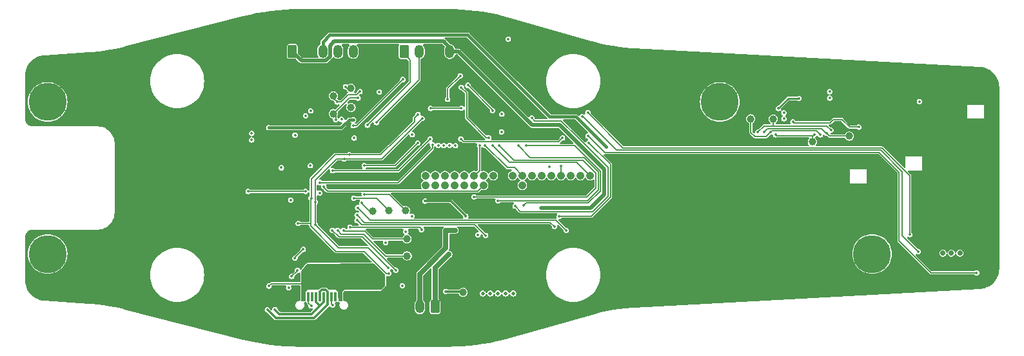
<source format=gbl>
G04 #@! TF.GenerationSoftware,KiCad,Pcbnew,7.0.2-0*
G04 #@! TF.CreationDate,2023-10-11T21:53:26-07:00*
G04 #@! TF.ProjectId,low-power,6c6f772d-706f-4776-9572-2e6b69636164,rev?*
G04 #@! TF.SameCoordinates,Original*
G04 #@! TF.FileFunction,Copper,L4,Bot*
G04 #@! TF.FilePolarity,Positive*
%FSLAX46Y46*%
G04 Gerber Fmt 4.6, Leading zero omitted, Abs format (unit mm)*
G04 Created by KiCad (PCBNEW 7.0.2-0) date 2023-10-11 21:53:26*
%MOMM*%
%LPD*%
G01*
G04 APERTURE LIST*
G04 Aperture macros list*
%AMRoundRect*
0 Rectangle with rounded corners*
0 $1 Rounding radius*
0 $2 $3 $4 $5 $6 $7 $8 $9 X,Y pos of 4 corners*
0 Add a 4 corners polygon primitive as box body*
4,1,4,$2,$3,$4,$5,$6,$7,$8,$9,$2,$3,0*
0 Add four circle primitives for the rounded corners*
1,1,$1+$1,$2,$3*
1,1,$1+$1,$4,$5*
1,1,$1+$1,$6,$7*
1,1,$1+$1,$8,$9*
0 Add four rect primitives between the rounded corners*
20,1,$1+$1,$2,$3,$4,$5,0*
20,1,$1+$1,$4,$5,$6,$7,0*
20,1,$1+$1,$6,$7,$8,$9,0*
20,1,$1+$1,$8,$9,$2,$3,0*%
G04 Aperture macros list end*
G04 #@! TA.AperFunction,ComponentPad*
%ADD10C,0.800000*%
G04 #@! TD*
G04 #@! TA.AperFunction,ComponentPad*
%ADD11C,5.000000*%
G04 #@! TD*
G04 #@! TA.AperFunction,ComponentPad*
%ADD12C,1.050000*%
G04 #@! TD*
G04 #@! TA.AperFunction,ComponentPad*
%ADD13C,0.350000*%
G04 #@! TD*
G04 #@! TA.AperFunction,SMDPad,CuDef*
%ADD14R,0.600000X1.240000*%
G04 #@! TD*
G04 #@! TA.AperFunction,SMDPad,CuDef*
%ADD15R,0.300000X1.240000*%
G04 #@! TD*
G04 #@! TA.AperFunction,ComponentPad*
%ADD16O,1.000000X1.800000*%
G04 #@! TD*
G04 #@! TA.AperFunction,ComponentPad*
%ADD17O,1.000000X2.100000*%
G04 #@! TD*
G04 #@! TA.AperFunction,ComponentPad*
%ADD18RoundRect,0.250000X-0.350000X-0.625000X0.350000X-0.625000X0.350000X0.625000X-0.350000X0.625000X0*%
G04 #@! TD*
G04 #@! TA.AperFunction,ComponentPad*
%ADD19O,1.200000X1.750000*%
G04 #@! TD*
G04 #@! TA.AperFunction,SMDPad,CuDef*
%ADD20C,1.000000*%
G04 #@! TD*
G04 #@! TA.AperFunction,ComponentPad*
%ADD21RoundRect,0.250000X0.350000X0.625000X-0.350000X0.625000X-0.350000X-0.625000X0.350000X-0.625000X0*%
G04 #@! TD*
G04 #@! TA.AperFunction,ViaPad*
%ADD22C,0.700000*%
G04 #@! TD*
G04 #@! TA.AperFunction,ViaPad*
%ADD23C,0.350000*%
G04 #@! TD*
G04 #@! TA.AperFunction,ViaPad*
%ADD24C,0.500000*%
G04 #@! TD*
G04 #@! TA.AperFunction,Conductor*
%ADD25C,1.000000*%
G04 #@! TD*
G04 #@! TA.AperFunction,Conductor*
%ADD26C,0.400000*%
G04 #@! TD*
G04 #@! TA.AperFunction,Conductor*
%ADD27C,0.200000*%
G04 #@! TD*
G04 #@! TA.AperFunction,Conductor*
%ADD28C,0.700000*%
G04 #@! TD*
G04 #@! TA.AperFunction,Conductor*
%ADD29C,0.300000*%
G04 #@! TD*
G04 #@! TA.AperFunction,Conductor*
%ADD30C,0.500000*%
G04 #@! TD*
G04 #@! TA.AperFunction,Conductor*
%ADD31C,0.250000*%
G04 #@! TD*
G04 #@! TA.AperFunction,Conductor*
%ADD32C,0.150000*%
G04 #@! TD*
G04 #@! TA.AperFunction,Conductor*
%ADD33C,0.350000*%
G04 #@! TD*
G04 APERTURE END LIST*
D10*
X80901027Y-90972173D03*
X81450202Y-89646348D03*
X81450202Y-92297998D03*
X82776027Y-89097173D03*
D11*
X82776027Y-90972173D03*
D10*
X82776027Y-92847173D03*
X84101852Y-89646348D03*
X84101852Y-92297998D03*
X84651027Y-90972173D03*
X189151027Y-110972173D03*
X189700202Y-109646348D03*
X189700202Y-112297998D03*
X191026027Y-109097173D03*
D11*
X191026027Y-110972173D03*
D10*
X191026027Y-112847173D03*
X192351852Y-109646348D03*
X192351852Y-112297998D03*
X192901027Y-110972173D03*
X80901027Y-110972173D03*
X81450202Y-109646348D03*
X81450202Y-112297998D03*
X82776027Y-109097173D03*
D11*
X82776027Y-110972173D03*
D10*
X82776027Y-112847173D03*
X84101852Y-109646348D03*
X84101852Y-112297998D03*
X84651027Y-110972173D03*
X169151027Y-90972173D03*
X169700202Y-89646348D03*
X169700202Y-92297998D03*
X171026027Y-89097173D03*
D11*
X171026027Y-90972173D03*
D10*
X171026027Y-92847173D03*
X172351852Y-89646348D03*
X172351852Y-92297998D03*
X172901027Y-90972173D03*
D12*
X153995000Y-101935000D03*
X152725000Y-101935000D03*
X151455000Y-101935000D03*
X150185000Y-101935000D03*
X148915000Y-101935000D03*
X147645000Y-101935000D03*
X146375000Y-101935000D03*
X145105000Y-101935000D03*
X143835000Y-101935000D03*
X142565000Y-101935000D03*
X141295000Y-101935000D03*
X140025000Y-101935000D03*
X138755000Y-101935000D03*
X137485000Y-101935000D03*
X136215000Y-101935000D03*
X134945000Y-101935000D03*
X133675000Y-101935000D03*
X132405000Y-101935000D03*
X153995000Y-100665000D03*
X152725000Y-100665000D03*
X151455000Y-100665000D03*
X150185000Y-100665000D03*
X148915000Y-100665000D03*
X147645000Y-100665000D03*
X146375000Y-100665000D03*
X145105000Y-100665000D03*
X143835000Y-100665000D03*
X142565000Y-100665000D03*
X141295000Y-100665000D03*
X140025000Y-100665000D03*
X138755000Y-100665000D03*
X137485000Y-100665000D03*
X136215000Y-100665000D03*
X134945000Y-100665000D03*
X133675000Y-100665000D03*
X132405000Y-100665000D03*
D13*
X133140000Y-109365000D03*
X132090000Y-109365000D03*
X133890000Y-110140000D03*
X133140000Y-110140000D03*
X132090000Y-110140000D03*
X131340000Y-110140000D03*
X133140000Y-110915000D03*
X132090000Y-110915000D03*
D14*
X121985000Y-116585000D03*
X121185000Y-116585000D03*
D15*
X120035000Y-116585000D03*
X119035000Y-116585000D03*
X118535000Y-116585000D03*
X117535000Y-116585000D03*
D14*
X116385000Y-116585000D03*
X115585000Y-116585000D03*
X115585000Y-116585000D03*
X116385000Y-116585000D03*
D15*
X117035000Y-116585000D03*
X118035000Y-116585000D03*
X119535000Y-116585000D03*
X120535000Y-116585000D03*
D14*
X121185000Y-116585000D03*
X121985000Y-116585000D03*
D16*
X123105000Y-121385000D03*
D17*
X123105000Y-117185000D03*
D16*
X114465000Y-121385000D03*
D17*
X114465000Y-117185000D03*
D18*
X114900000Y-84325000D03*
D19*
X116900000Y-84325000D03*
X118900000Y-84325000D03*
X120900000Y-84325000D03*
X122900000Y-84325000D03*
D20*
X129975000Y-109000000D03*
X127600000Y-105275000D03*
X178050000Y-93225000D03*
X120275000Y-92525000D03*
X122615000Y-91685000D03*
X120300000Y-90175000D03*
X175100000Y-93200000D03*
D21*
X133645000Y-117910000D03*
D19*
X131645000Y-117910000D03*
D20*
X129750000Y-105250000D03*
X137325000Y-116025000D03*
X125425000Y-105350000D03*
X129975000Y-111225000D03*
X188050000Y-95475000D03*
X183175000Y-96225000D03*
X122600000Y-89185000D03*
D18*
X129575000Y-84350000D03*
D19*
X131575000Y-84350000D03*
X133575000Y-84350000D03*
X135575000Y-84350000D03*
D22*
X200326027Y-110872173D03*
D23*
X116650000Y-92800000D03*
X179450000Y-92400000D03*
X129800000Y-108025000D03*
X185450000Y-89600000D03*
D24*
X141900000Y-116150000D03*
D23*
X123025000Y-95715000D03*
D24*
X143900000Y-116150000D03*
D23*
X114425000Y-115400000D03*
X139275000Y-108450000D03*
X117275000Y-99350000D03*
X121385000Y-93275000D03*
X142375000Y-94900000D03*
X197250000Y-90925000D03*
X143250000Y-82723600D03*
X129350000Y-115150000D03*
X148654750Y-99470250D03*
X113475000Y-99625000D03*
X109575000Y-95975000D03*
X115260000Y-95317333D03*
X130605000Y-105985000D03*
D22*
X202551027Y-110872173D03*
D23*
X127150000Y-109500000D03*
D24*
X139900000Y-116150000D03*
D23*
X114700000Y-103875000D03*
D22*
X201426027Y-110872173D03*
D24*
X140900000Y-116150000D03*
D23*
X118475000Y-102950000D03*
X109575000Y-95100000D03*
X185450000Y-90475000D03*
X142425000Y-92575000D03*
X126325000Y-89675000D03*
X179450000Y-93175000D03*
X117325000Y-92150000D03*
X130650000Y-95275000D03*
D24*
X142900000Y-116150000D03*
D23*
X120025000Y-111775000D03*
D24*
X163300000Y-110950000D03*
D22*
X159501027Y-96172173D03*
X151107821Y-119149589D03*
X198235000Y-86675000D03*
D23*
X116200000Y-104050000D03*
D22*
X105050000Y-81250000D03*
D23*
X110310000Y-104945000D03*
D22*
X186626027Y-96152173D03*
X115281624Y-79386214D03*
X117816648Y-122537173D03*
D23*
X182500000Y-88950000D03*
D22*
X206975000Y-89175000D03*
D24*
X182700000Y-110975000D03*
D23*
X155800000Y-109075000D03*
D22*
X203651027Y-104647173D03*
X164501027Y-96172173D03*
D24*
X182625000Y-103350000D03*
D23*
X183351027Y-92472173D03*
D22*
X127816648Y-122537173D03*
X170140000Y-85180000D03*
X151225000Y-82825000D03*
X192126027Y-101622173D03*
X181800000Y-96172173D03*
X197001027Y-96172173D03*
X188626027Y-107362173D03*
X137941624Y-79575000D03*
X201476027Y-104647173D03*
D23*
X125875000Y-94475000D03*
X191376027Y-89672173D03*
X122585000Y-100525000D03*
X110310000Y-103570000D03*
X122737500Y-109662500D03*
D22*
X130341624Y-79460134D03*
D23*
X143900000Y-109900000D03*
D22*
X156495000Y-117635000D03*
X172685000Y-116635000D03*
X192126027Y-96172173D03*
D23*
X144700000Y-109675000D03*
D22*
X207015000Y-106635000D03*
X125316648Y-122537173D03*
X165140000Y-84900000D03*
X92445000Y-99800000D03*
X159505000Y-117355000D03*
X159525000Y-106925000D03*
D23*
X127925000Y-95650000D03*
D22*
X146176027Y-81425000D03*
X159500000Y-104725000D03*
X175820000Y-85520000D03*
X189831027Y-86200000D03*
D23*
X112525000Y-100075000D03*
X121375000Y-96945000D03*
D22*
X92455000Y-94790000D03*
D23*
X193426027Y-89947173D03*
D22*
X175675000Y-116435000D03*
X162530000Y-84750000D03*
D23*
X114580000Y-90915000D03*
D24*
X182700000Y-108425000D03*
D23*
X182676027Y-93197173D03*
X120425000Y-108935000D03*
D22*
X97675000Y-83175000D03*
D23*
X121255000Y-89975000D03*
X119375000Y-96975000D03*
X108450000Y-93300000D03*
D22*
X148705000Y-119865000D03*
D23*
X137560000Y-112720000D03*
X140450000Y-94025000D03*
D22*
X93325000Y-85175000D03*
D23*
X114345000Y-98495000D03*
X199001027Y-93822173D03*
X119635000Y-105615000D03*
D22*
X160800000Y-93100000D03*
X184501027Y-96172173D03*
X92485000Y-87202173D03*
X207025000Y-111875000D03*
X159496027Y-112542173D03*
D23*
X143900000Y-109050000D03*
X116655000Y-99835000D03*
D22*
X192650000Y-86400000D03*
X195475000Y-86555000D03*
X186626027Y-89772173D03*
D23*
X128150000Y-108050000D03*
D22*
X143425000Y-80650000D03*
D23*
X124250000Y-91925000D03*
X111685000Y-103570000D03*
D22*
X184220000Y-85920000D03*
X112721624Y-79556214D03*
X162385000Y-117205000D03*
D23*
X144825000Y-93535000D03*
X196601027Y-92272173D03*
X199025000Y-90975000D03*
D22*
X167001027Y-96172173D03*
D23*
X130550000Y-113150000D03*
X146050000Y-87400000D03*
D24*
X182626027Y-98272173D03*
D22*
X186896027Y-111772173D03*
D23*
X182676027Y-91822173D03*
X180296027Y-87247173D03*
D22*
X178650000Y-85660000D03*
X165200000Y-93050000D03*
X178505000Y-116295000D03*
X201065000Y-86875000D03*
X153775000Y-83575000D03*
D23*
X200901027Y-93872173D03*
D22*
X162001027Y-96172173D03*
D23*
X120394416Y-95917333D03*
X121345000Y-94955000D03*
D22*
X207005000Y-94075000D03*
X190346027Y-105642173D03*
X153737821Y-118449589D03*
X203685000Y-114985000D03*
X199501027Y-96172173D03*
X102725000Y-81900000D03*
X102685000Y-120045000D03*
X206995000Y-99135000D03*
X137835000Y-122295000D03*
X120341624Y-79460134D03*
X179501027Y-96172173D03*
X174501027Y-96172173D03*
X125341624Y-79460134D03*
D23*
X138425000Y-105025000D03*
D22*
X160825000Y-89175000D03*
X132880597Y-79472961D03*
X186625000Y-94095000D03*
D23*
X184076027Y-86847173D03*
D22*
X122841624Y-79460134D03*
D23*
X184051027Y-91822173D03*
D22*
X92475000Y-89800000D03*
D23*
X141500000Y-87375000D03*
D22*
X93263514Y-116839389D03*
X207005000Y-91655000D03*
X110301624Y-79926214D03*
D23*
X119655000Y-104115000D03*
D22*
X192490000Y-115575000D03*
X206346027Y-87655000D03*
D24*
X182675000Y-105900000D03*
D22*
X203855000Y-86985000D03*
X200905000Y-115155000D03*
X192126027Y-103872173D03*
D24*
X163275000Y-105850000D03*
D22*
X207015000Y-109125000D03*
D23*
X117575000Y-108925000D03*
X129570000Y-93305000D03*
X119405000Y-94945000D03*
D22*
X95050000Y-83875000D03*
X184075000Y-116035000D03*
X181450000Y-85780000D03*
X92385000Y-104560000D03*
X181305000Y-116175000D03*
X156525000Y-93175000D03*
X192116027Y-98942173D03*
D24*
X205776027Y-111822173D03*
D22*
X92455000Y-92220000D03*
X159501027Y-102322173D03*
X135335000Y-122522307D03*
X97935000Y-118825000D03*
X186920000Y-115875000D03*
D23*
X120400000Y-104887500D03*
X140575000Y-107375000D03*
X121165000Y-105625000D03*
X109275000Y-93300000D03*
D22*
X117841624Y-79460134D03*
X92405000Y-109750000D03*
D23*
X191325000Y-93425000D03*
D22*
X159501027Y-110097173D03*
X140565000Y-121905000D03*
D23*
X135030000Y-93907500D03*
D22*
X165300000Y-89175000D03*
D23*
X111660000Y-104945000D03*
D22*
X206995000Y-96175000D03*
X202001027Y-96172173D03*
X186901027Y-109097173D03*
D23*
X134285000Y-93135000D03*
D22*
X112738594Y-122327173D03*
X194851027Y-110972173D03*
X207025000Y-101625000D03*
X169501027Y-96172173D03*
D23*
X155450000Y-110825000D03*
D22*
X189501027Y-96172173D03*
D23*
X109275000Y-109375000D03*
X110500000Y-95725000D03*
X204475000Y-90750000D03*
D22*
X100300000Y-82525000D03*
X186896027Y-113892173D03*
D23*
X143275000Y-83426400D03*
D22*
X159501027Y-99197173D03*
D23*
X152800000Y-94950000D03*
D22*
X169995000Y-116775000D03*
X120316648Y-122537173D03*
D23*
X135775000Y-93125000D03*
X143925000Y-108300000D03*
D22*
X164995000Y-117055000D03*
X127841624Y-79460134D03*
X195290000Y-115455000D03*
X186600000Y-87975000D03*
X95445000Y-118175000D03*
D23*
X135795000Y-94645000D03*
X118375000Y-111775000D03*
D22*
X172001027Y-96172173D03*
X156575000Y-84200000D03*
X146087821Y-120639589D03*
X92395000Y-102170000D03*
X159505000Y-114915000D03*
X186625000Y-86075000D03*
D23*
X143200000Y-95575000D03*
D22*
X107875000Y-80600000D03*
X194501027Y-96172173D03*
X159650000Y-84600000D03*
D23*
X121145000Y-104105000D03*
D22*
X135359976Y-79475000D03*
D23*
X145455000Y-109675000D03*
X189476027Y-88697173D03*
X149875000Y-108525000D03*
D22*
X143298596Y-121263357D03*
X167385000Y-116885000D03*
X105085000Y-120685000D03*
X92425000Y-112170000D03*
X92405000Y-107180000D03*
X132816648Y-122537173D03*
X189660000Y-115715000D03*
X107865000Y-121425000D03*
X130316648Y-122537173D03*
X172830000Y-85320000D03*
D23*
X119232500Y-111800000D03*
X117195000Y-90396905D03*
X134265000Y-94635000D03*
D22*
X92435000Y-114692173D03*
X206325000Y-114235000D03*
X206995000Y-104135000D03*
D23*
X184051027Y-93197173D03*
X113655000Y-95365000D03*
D22*
X148775000Y-82125000D03*
X204501027Y-96172173D03*
X140671624Y-79846214D03*
X100185000Y-119405000D03*
X167530000Y-85070000D03*
D23*
X110995000Y-104245000D03*
D22*
X177001027Y-96172173D03*
D23*
X204475000Y-93725000D03*
D22*
X92435000Y-97410000D03*
X198060000Y-115315000D03*
X110377567Y-121720000D03*
D23*
X115225000Y-106100000D03*
X179096027Y-89997173D03*
X156100000Y-96850000D03*
X122900000Y-94100000D03*
X129400000Y-88025000D03*
X136275000Y-107850000D03*
X135050000Y-107875000D03*
X132335000Y-104025000D03*
X137675000Y-106000000D03*
X135477500Y-111017500D03*
X134942500Y-111527500D03*
X147575000Y-104875000D03*
X146350000Y-93100000D03*
X145625000Y-96700000D03*
X144150000Y-104675000D03*
X145288750Y-104563750D03*
X141200000Y-96675000D03*
X140200000Y-96700000D03*
X138755000Y-103470000D03*
X142050000Y-96675000D03*
X139475000Y-96700000D03*
X119050000Y-102125000D03*
X136325000Y-96725000D03*
X135550000Y-96675000D03*
X134800000Y-96725000D03*
X134075000Y-96675000D03*
X150185000Y-99450000D03*
X124750000Y-94025000D03*
X189275000Y-94275000D03*
X180625000Y-93600000D03*
X125937500Y-93687500D03*
X114825000Y-113925000D03*
X131950000Y-93150000D03*
X127500000Y-112825000D03*
X117925000Y-107100000D03*
X115575000Y-113100000D03*
X117912500Y-104137500D03*
X121700000Y-98450000D03*
X115675000Y-106950000D03*
X127575000Y-113550000D03*
X117375000Y-103625000D03*
X131400000Y-92625000D03*
X122375000Y-97925000D03*
X133000000Y-95850000D03*
X120194416Y-100025000D03*
X124350000Y-99350000D03*
X131375000Y-96375000D03*
X136950000Y-87550000D03*
X135300000Y-90625000D03*
X109100000Y-102750000D03*
X133300000Y-96600000D03*
X118525000Y-101575000D03*
X116625000Y-102750000D03*
X111790000Y-94350000D03*
X122950000Y-93325000D03*
X144565000Y-96745000D03*
X141925000Y-103975000D03*
X149950000Y-106025000D03*
X153825000Y-96325000D03*
X137025000Y-95825000D03*
X153725000Y-95450000D03*
X150370000Y-95700000D03*
X204750000Y-113450000D03*
X152950000Y-92900000D03*
X197075000Y-110650000D03*
X195950000Y-108425000D03*
X153700000Y-92375000D03*
X181426027Y-90522173D03*
X178725000Y-91825000D03*
X133050000Y-91825000D03*
X137100000Y-91800000D03*
X178350000Y-95300000D03*
X183437500Y-95262500D03*
X177712500Y-94937500D03*
X184225000Y-95300000D03*
X185025000Y-95075000D03*
X176825000Y-94925000D03*
X185625000Y-94675000D03*
X176025000Y-94950000D03*
X122611598Y-91671598D03*
X121895000Y-88985000D03*
X123775000Y-89600000D03*
X120775000Y-90975000D03*
X123550000Y-90475000D03*
X120595000Y-93295000D03*
X140700000Y-95650000D03*
X137075000Y-89075000D03*
X141200000Y-92100000D03*
X137962500Y-88787500D03*
X135025000Y-115910000D03*
X116325000Y-110375000D03*
X115250000Y-111525000D03*
X111625000Y-118300000D03*
X112625000Y-118275000D03*
X120200000Y-117675000D03*
X117375000Y-117800000D03*
X120155000Y-107865000D03*
X128500000Y-113100000D03*
X120855000Y-107865000D03*
X130280000Y-111255000D03*
X121637500Y-107862500D03*
X129962500Y-109012500D03*
X131865000Y-107755000D03*
X122475000Y-107450000D03*
X123480000Y-104880000D03*
X150875000Y-107885000D03*
X123405000Y-105855000D03*
X149325000Y-107375000D03*
X123405000Y-106555000D03*
X140285000Y-108545000D03*
X124325000Y-103175000D03*
X111825000Y-115200000D03*
D24*
X124455000Y-112955000D03*
X125455000Y-112955000D03*
X125455000Y-114955000D03*
X124455000Y-113955000D03*
X125455000Y-113955000D03*
X126455000Y-113955000D03*
X126455000Y-114955000D03*
D23*
X116500000Y-113350000D03*
D24*
X124455000Y-114955000D03*
D23*
X124025000Y-104275000D03*
X122965000Y-103635000D03*
D25*
X159818846Y-117302827D02*
X205167699Y-114865938D01*
X135335000Y-122471602D02*
X115813054Y-122458397D01*
X143281417Y-121357946D02*
X154028582Y-118272054D01*
D26*
X121985000Y-116585000D02*
X122505000Y-116585000D01*
D25*
X143271802Y-80598215D02*
X154028198Y-83651784D01*
X95095815Y-118117164D02*
X108606848Y-121558489D01*
D26*
X115585000Y-116585000D02*
X115065000Y-116585000D01*
D25*
X135309976Y-79491878D02*
X115788030Y-79474041D01*
D26*
X115065000Y-116585000D02*
X114465000Y-117185000D01*
D25*
X92438126Y-114513081D02*
X92439820Y-87428928D01*
X207024136Y-88937593D02*
X207025863Y-112752407D01*
X159786898Y-84614053D02*
X205135000Y-87065000D01*
D26*
X122505000Y-116585000D02*
X123105000Y-117185000D01*
D25*
X95100000Y-83850000D02*
X108609257Y-80400442D01*
X159808084Y-117292346D02*
G75*
G03*
X154125000Y-118245001I1385316J-25691754D01*
G01*
X115831980Y-79486483D02*
G75*
G03*
X108575000Y-80400001I20J-29281617D01*
G01*
X92447674Y-114345000D02*
G75*
G03*
X95460406Y-118221491I3999926J-300D01*
G01*
X204858858Y-114870497D02*
G75*
G03*
X207015000Y-112595000I-122658J2275497D01*
G01*
X135305000Y-122474991D02*
G75*
G03*
X143350244Y-121348222I200J29283891D01*
G01*
X207025004Y-89295000D02*
G75*
G03*
X204870496Y-87021199I-2277104J0D01*
G01*
X154119645Y-83672814D02*
G75*
G03*
X159800000Y-84625000I7065255J24729014D01*
G01*
X95475000Y-83750001D02*
G75*
G03*
X92464637Y-87625395I989630J-3875639D01*
G01*
X108600441Y-121551800D02*
G75*
G03*
X115855000Y-122465000I7254559J28358900D01*
G01*
X143299997Y-80600010D02*
G75*
G03*
X135260597Y-79474041I-8039497J-28138290D01*
G01*
D26*
X156100000Y-96850000D02*
X156075000Y-96850000D01*
X137940000Y-82165000D02*
X119785000Y-82165000D01*
X152150000Y-92925000D02*
X148700000Y-92925000D01*
X119785000Y-82165000D02*
X118900000Y-83050000D01*
X118900000Y-83050000D02*
X118900000Y-84325000D01*
X148700000Y-92925000D02*
X137940000Y-82165000D01*
X156075000Y-96850000D02*
X152150000Y-92925000D01*
D27*
X123325000Y-94100000D02*
X122900000Y-94100000D01*
X129400000Y-88025000D02*
X123325000Y-94100000D01*
D28*
X131645000Y-113605000D02*
X135065000Y-110185000D01*
X135065000Y-107890000D02*
X135105000Y-107850000D01*
X135105000Y-107850000D02*
X136275000Y-107850000D01*
X135065000Y-110185000D02*
X135065000Y-107890000D01*
X131645000Y-117910000D02*
X131645000Y-113605000D01*
D29*
X135725000Y-104025000D02*
X132335000Y-104025000D01*
X137675000Y-105975000D02*
X135725000Y-104025000D01*
X137675000Y-106000000D02*
X137675000Y-105975000D01*
D28*
X133645000Y-112830000D02*
X133645000Y-117910000D01*
X134942500Y-111532500D02*
X133645000Y-112830000D01*
D26*
X134942500Y-111527500D02*
X134947500Y-111527500D01*
D28*
X135457500Y-111017500D02*
X135477500Y-111017500D01*
X134942500Y-111527500D02*
X134942500Y-111532500D01*
X134947500Y-111527500D02*
X135457500Y-111017500D01*
D30*
X146410000Y-94035000D02*
X136725000Y-84350000D01*
D27*
X156375000Y-99625000D02*
X156375000Y-101125000D01*
X150200000Y-93450000D02*
X152275000Y-95525000D01*
D30*
X119850000Y-84993503D02*
X119293503Y-85550000D01*
D27*
X144875000Y-105400000D02*
X144150000Y-104675000D01*
X154350736Y-105400000D02*
X150525000Y-105400000D01*
D30*
X135575000Y-84350000D02*
X135575000Y-83800000D01*
D27*
X155375000Y-102674264D02*
X155375000Y-100076472D01*
X152275000Y-95525000D02*
X156375000Y-99625000D01*
D30*
X119293503Y-85550000D02*
X116125000Y-85550000D01*
D27*
X150525000Y-105400000D02*
X144875000Y-105400000D01*
D30*
X146935000Y-94035000D02*
X146410000Y-94035000D01*
D27*
X156375000Y-103375736D02*
X155087868Y-104662868D01*
D30*
X116125000Y-85550000D02*
X114900000Y-84325000D01*
X119850000Y-83575000D02*
X119850000Y-84993503D01*
D27*
X151998528Y-96700000D02*
X145625000Y-96700000D01*
X153774264Y-104275000D02*
X155375000Y-102674264D01*
X146350000Y-93100000D02*
X146700000Y-93450000D01*
D30*
X155875000Y-103100000D02*
X155875000Y-99875000D01*
D27*
X146700000Y-93450000D02*
X150200000Y-93450000D01*
D30*
X147575000Y-104875000D02*
X154100000Y-104875000D01*
X150035000Y-94035000D02*
X146935000Y-94035000D01*
X136725000Y-84350000D02*
X135575000Y-84350000D01*
X135575000Y-83800000D02*
X134780000Y-83005000D01*
X134780000Y-83005000D02*
X120420000Y-83005000D01*
D27*
X156375000Y-101125000D02*
X156375000Y-103375736D01*
X155375000Y-100076472D02*
X151998528Y-96700000D01*
X145577500Y-104275000D02*
X153774264Y-104275000D01*
X145288750Y-104563750D02*
X145577500Y-104275000D01*
D30*
X154100000Y-104875000D02*
X155875000Y-103100000D01*
D27*
X155087868Y-104662868D02*
X154350736Y-105400000D01*
D30*
X155875000Y-99875000D02*
X150035000Y-94035000D01*
X120420000Y-83005000D02*
X119850000Y-83575000D01*
D27*
X141200000Y-96700000D02*
X143425000Y-98925000D01*
X143425000Y-98925000D02*
X152255000Y-98925000D01*
X152255000Y-98925000D02*
X153995000Y-100665000D01*
X141200000Y-96675000D02*
X141200000Y-96700000D01*
X143125000Y-99625000D02*
X144065000Y-99625000D01*
X144065000Y-99625000D02*
X145105000Y-100665000D01*
X140200000Y-96700000D02*
X143125000Y-99625000D01*
X153575000Y-103475000D02*
X138760000Y-103475000D01*
X142050000Y-96675000D02*
X144000000Y-98625000D01*
X153075000Y-98625000D02*
X154775000Y-100325000D01*
X154775000Y-100325000D02*
X154775000Y-102275000D01*
X154775000Y-102275000D02*
X153575000Y-103475000D01*
X138760000Y-103475000D02*
X138755000Y-103470000D01*
X144000000Y-98625000D02*
X153075000Y-98625000D01*
X139475000Y-96700000D02*
X139475000Y-100000000D01*
X139475000Y-100000000D02*
X138810000Y-100665000D01*
X138810000Y-100665000D02*
X138755000Y-100665000D01*
X119050000Y-102225000D02*
X119500000Y-102675000D01*
X119500000Y-102675000D02*
X139285000Y-102675000D01*
X119050000Y-102125000D02*
X119050000Y-102225000D01*
X139285000Y-102675000D02*
X140025000Y-101935000D01*
X150185000Y-99450000D02*
X150185000Y-100665000D01*
X124750000Y-94025000D02*
X130375000Y-88400000D01*
X130375000Y-88400000D02*
X130375000Y-85475000D01*
X129550000Y-84650000D02*
X129550000Y-84325000D01*
X130375000Y-85475000D02*
X129550000Y-84650000D01*
X180750000Y-93725000D02*
X180625000Y-93600000D01*
X189275000Y-94275000D02*
X188075000Y-94275000D01*
X187100000Y-93300000D02*
X185950000Y-93300000D01*
X185950000Y-93300000D02*
X185525000Y-93725000D01*
X188075000Y-94275000D02*
X187100000Y-93300000D01*
X185525000Y-93725000D02*
X180750000Y-93725000D01*
X131550000Y-88075000D02*
X131550000Y-84325000D01*
X125937500Y-93687500D02*
X131550000Y-88075000D01*
X117925000Y-101250000D02*
X117925000Y-107100000D01*
X120725000Y-98450000D02*
X117925000Y-101250000D01*
X120975000Y-110150000D02*
X117925000Y-107100000D01*
X115575000Y-113100000D02*
X115575000Y-113175000D01*
X115575000Y-113175000D02*
X114825000Y-113925000D01*
X124825000Y-110150000D02*
X120975000Y-110150000D01*
X131950000Y-93150000D02*
X126650000Y-98450000D01*
X126650000Y-98450000D02*
X121700000Y-98450000D01*
X127500000Y-112825000D02*
X124825000Y-110150000D01*
X121700000Y-98450000D02*
X120725000Y-98450000D01*
X127225000Y-113550000D02*
X124350000Y-110675000D01*
X127600000Y-96825000D02*
X126500000Y-97925000D01*
X115675000Y-106950000D02*
X117325000Y-106950000D01*
X117325000Y-103675000D02*
X117325000Y-106950000D01*
X127575000Y-113550000D02*
X127225000Y-113550000D01*
X120675000Y-110675000D02*
X117325000Y-107325000D01*
X117375000Y-103625000D02*
X117325000Y-103675000D01*
X130925000Y-93100000D02*
X130925000Y-93550000D01*
X117375000Y-101075000D02*
X120525000Y-97925000D01*
X120525000Y-97925000D02*
X122375000Y-97925000D01*
X130925000Y-93550000D02*
X127650000Y-96825000D01*
X126500000Y-97925000D02*
X122375000Y-97925000D01*
X117325000Y-107325000D02*
X117325000Y-106950000D01*
X131400000Y-92625000D02*
X130925000Y-93100000D01*
X124350000Y-110675000D02*
X120675000Y-110675000D01*
X117375000Y-103625000D02*
X117375000Y-101075000D01*
X127650000Y-96825000D02*
X127600000Y-96825000D01*
X133000000Y-95875000D02*
X128850000Y-100025000D01*
X128850000Y-100025000D02*
X120194416Y-100025000D01*
X133000000Y-95850000D02*
X133000000Y-95875000D01*
X128400000Y-99350000D02*
X124350000Y-99350000D01*
X131375000Y-96375000D02*
X128400000Y-99350000D01*
X136950000Y-87550000D02*
X135300000Y-89200000D01*
X135300000Y-89200000D02*
X135300000Y-90625000D01*
X133300000Y-97075000D02*
X128800000Y-101575000D01*
X116625000Y-102750000D02*
X109100000Y-102750000D01*
X133300000Y-96600000D02*
X133300000Y-97075000D01*
X128800000Y-101575000D02*
X118525000Y-101575000D01*
D26*
X122375000Y-93325000D02*
X122950000Y-93325000D01*
X121350000Y-94350000D02*
X122375000Y-93325000D01*
X111790000Y-94350000D02*
X121350000Y-94350000D01*
D27*
X146150000Y-98325000D02*
X144570000Y-96745000D01*
X141925000Y-103975000D02*
X153650000Y-103975000D01*
X153199264Y-98325000D02*
X146150000Y-98325000D01*
X155075000Y-102550000D02*
X155075000Y-100200736D01*
X153650000Y-103975000D02*
X155075000Y-102550000D01*
X144570000Y-96745000D02*
X144565000Y-96745000D01*
X155075000Y-100200736D02*
X153199264Y-98325000D01*
X153825000Y-96325000D02*
X156675000Y-99175000D01*
X156675000Y-103500000D02*
X154175000Y-106000000D01*
X156675000Y-99175000D02*
X156675000Y-103500000D01*
X149975000Y-106000000D02*
X149950000Y-106025000D01*
X154175000Y-106000000D02*
X149975000Y-106000000D01*
X191950736Y-97625000D02*
X194575000Y-100249264D01*
X198775000Y-113450000D02*
X204750000Y-113450000D01*
X153725000Y-95450000D02*
X155900000Y-97625000D01*
X155900000Y-97625000D02*
X191950736Y-97625000D01*
X137400000Y-96200000D02*
X149870000Y-96200000D01*
X194575000Y-100249264D02*
X194575000Y-109250000D01*
X137025000Y-95825000D02*
X137400000Y-96200000D01*
X194575000Y-109250000D02*
X198775000Y-113450000D01*
X149870000Y-96200000D02*
X150370000Y-95700000D01*
X153025000Y-92900000D02*
X157450000Y-97325000D01*
X157450000Y-97325000D02*
X192150000Y-97325000D01*
X195000000Y-108575000D02*
X197075000Y-110650000D01*
X195000000Y-100175000D02*
X195000000Y-108575000D01*
X152950000Y-92900000D02*
X153025000Y-92900000D01*
X192150000Y-97325000D02*
X195000000Y-100175000D01*
X158350000Y-97025000D02*
X192312432Y-97025000D01*
X192312432Y-97025000D02*
X195950000Y-100662568D01*
X195950000Y-100662568D02*
X195950000Y-108425000D01*
X153700000Y-92375000D02*
X158350000Y-97025000D01*
D31*
X180027827Y-90522173D02*
X181426027Y-90522173D01*
X178725000Y-91825000D02*
X180027827Y-90522173D01*
D27*
X137075000Y-91825000D02*
X133050000Y-91825000D01*
X137100000Y-91800000D02*
X137075000Y-91825000D01*
D32*
X183250000Y-95450000D02*
X178500000Y-95450000D01*
D27*
X183437500Y-95262500D02*
X183175000Y-95525000D01*
D32*
X183437500Y-95262500D02*
X183250000Y-95450000D01*
D27*
X183175000Y-95525000D02*
X183175000Y-96225000D01*
D32*
X178500000Y-95450000D02*
X178350000Y-95300000D01*
D27*
X183700000Y-94775000D02*
X177875000Y-94775000D01*
X177100000Y-95550000D02*
X175675000Y-95550000D01*
X184225000Y-95300000D02*
X183700000Y-94775000D01*
X177712500Y-94937500D02*
X177100000Y-95550000D01*
X177875000Y-94775000D02*
X177712500Y-94937500D01*
X175675000Y-95550000D02*
X175100000Y-94975000D01*
X175100000Y-94975000D02*
X175100000Y-93200000D01*
X185025000Y-95075000D02*
X185025000Y-95087500D01*
X184975000Y-95075000D02*
X184375000Y-94475000D01*
X184375000Y-94475000D02*
X177275000Y-94475000D01*
X177275000Y-94475000D02*
X176825000Y-94925000D01*
X185412500Y-95475000D02*
X188050000Y-95475000D01*
X185025000Y-95087500D02*
X185412500Y-95475000D01*
X185025000Y-95075000D02*
X184975000Y-95075000D01*
X185625000Y-94675000D02*
X185075000Y-94125000D01*
X176025000Y-94950000D02*
X176850000Y-94125000D01*
X178050000Y-94100000D02*
X178075000Y-94125000D01*
X178050000Y-93225000D02*
X178050000Y-94100000D01*
X185075000Y-94125000D02*
X178075000Y-94125000D01*
X176850000Y-94125000D02*
X178075000Y-94125000D01*
X122160000Y-89250000D02*
X121895000Y-88985000D01*
X122675000Y-89250000D02*
X122160000Y-89250000D01*
X120300000Y-90175000D02*
X120300000Y-90500000D01*
X122255000Y-90005000D02*
X121285000Y-90975000D01*
X123775000Y-89600000D02*
X123370000Y-90005000D01*
X123370000Y-90005000D02*
X122255000Y-90005000D01*
X120300000Y-90500000D02*
X120775000Y-90975000D01*
X121285000Y-90975000D02*
X120775000Y-90975000D01*
X120595000Y-92845000D02*
X120275000Y-92525000D01*
X120595000Y-92255000D02*
X122375000Y-90475000D01*
X122375000Y-90475000D02*
X123550000Y-90475000D01*
X120595000Y-93295000D02*
X120595000Y-92255000D01*
X120595000Y-93295000D02*
X120595000Y-92845000D01*
X137787500Y-89787500D02*
X137075000Y-89075000D01*
X137787500Y-93062500D02*
X137787500Y-89787500D01*
X140375000Y-95650000D02*
X137787500Y-93062500D01*
X140700000Y-95650000D02*
X140375000Y-95650000D01*
X141200000Y-92025000D02*
X137962500Y-88787500D01*
D29*
X137210000Y-115910000D02*
X137325000Y-116025000D01*
X135025000Y-115910000D02*
X137210000Y-115910000D01*
D27*
X115250000Y-111525000D02*
X115250000Y-111450000D01*
X115250000Y-111450000D02*
X116325000Y-110375000D01*
D33*
X118760000Y-115690000D02*
X119310000Y-115690000D01*
X118535000Y-116585000D02*
X118535000Y-115915000D01*
X112725000Y-119400000D02*
X111625000Y-118300000D01*
X117775000Y-119400000D02*
X112725000Y-119400000D01*
X119535000Y-117640000D02*
X117775000Y-119400000D01*
X119535000Y-116585000D02*
X119535000Y-117640000D01*
X118535000Y-115915000D02*
X118760000Y-115690000D01*
X119310000Y-115690000D02*
X119535000Y-115915000D01*
X119535000Y-115915000D02*
X119535000Y-116585000D01*
X118035000Y-116585000D02*
X118035000Y-117255000D01*
X118035000Y-117255000D02*
X118552500Y-117772500D01*
X118552500Y-117772500D02*
X118850000Y-117475000D01*
X119035000Y-117290000D02*
X119035000Y-116585000D01*
X112625000Y-118275000D02*
X113225000Y-118875000D01*
X117450000Y-118875000D02*
X118850000Y-117475000D01*
X113225000Y-118875000D02*
X117450000Y-118875000D01*
X118850000Y-117475000D02*
X119035000Y-117290000D01*
D27*
X120200000Y-117675000D02*
X120035000Y-117510000D01*
X120035000Y-117510000D02*
X120035000Y-116585000D01*
X117375000Y-117800000D02*
X117035000Y-117460000D01*
X117035000Y-117460000D02*
X117035000Y-116585000D01*
X124095000Y-108725000D02*
X128495000Y-113125000D01*
X120155000Y-107865000D02*
X121015000Y-108725000D01*
X121015000Y-108725000D02*
X124095000Y-108725000D01*
X120855000Y-107865000D02*
X121345000Y-108355000D01*
X121345000Y-108355000D02*
X124255000Y-108355000D01*
X124255000Y-108355000D02*
X127155000Y-111255000D01*
X127155000Y-111255000D02*
X130280000Y-111255000D01*
X121760000Y-107985000D02*
X124410000Y-107985000D01*
X125425000Y-109000000D02*
X129950000Y-109000000D01*
X129950000Y-109000000D02*
X129962500Y-109012500D01*
X124410000Y-107985000D02*
X125425000Y-109000000D01*
X121637500Y-107862500D02*
X121760000Y-107985000D01*
X122475000Y-107450000D02*
X131620000Y-107450000D01*
X131865000Y-107695000D02*
X131865000Y-107755000D01*
X131620000Y-107450000D02*
X131865000Y-107695000D01*
X150875000Y-107885000D02*
X149525000Y-106535000D01*
X125135000Y-106535000D02*
X123480000Y-104880000D01*
X149525000Y-106535000D02*
X125135000Y-106535000D01*
X123405000Y-105855000D02*
X124385000Y-106835000D01*
X148785000Y-106835000D02*
X149325000Y-107375000D01*
X124385000Y-106835000D02*
X148785000Y-106835000D01*
X138875000Y-107135000D02*
X140285000Y-108545000D01*
X123985000Y-107135000D02*
X138875000Y-107135000D01*
X123405000Y-106555000D02*
X123985000Y-107135000D01*
X124325000Y-103175000D02*
X127675000Y-103175000D01*
X127675000Y-103175000D02*
X129750000Y-105250000D01*
X111825000Y-115200000D02*
X112150000Y-114875000D01*
X112150000Y-114875000D02*
X116275000Y-114875000D01*
X124025000Y-104300000D02*
X125075000Y-105350000D01*
X124025000Y-104275000D02*
X124025000Y-104300000D01*
X125075000Y-105350000D02*
X125425000Y-105350000D01*
X122965000Y-103635000D02*
X125960000Y-103635000D01*
X125960000Y-103635000D02*
X127600000Y-105275000D01*
G04 #@! TA.AperFunction,Conductor*
G36*
X118305795Y-101861174D02*
G01*
X118314031Y-101865370D01*
X118314033Y-101865372D01*
X118414088Y-101916352D01*
X118469544Y-101925135D01*
X118524999Y-101933919D01*
X118524999Y-101933918D01*
X118525000Y-101933919D01*
X118539265Y-101931659D01*
X118557826Y-101928720D01*
X118627120Y-101937674D01*
X118680572Y-101982670D01*
X118701212Y-102049421D01*
X118699698Y-102070591D01*
X118691080Y-102124999D01*
X118708647Y-102235912D01*
X118759627Y-102335967D01*
X118839031Y-102415371D01*
X118839033Y-102415372D01*
X118939088Y-102466352D01*
X118980941Y-102472980D01*
X119044073Y-102502908D01*
X119049223Y-102507772D01*
X119319239Y-102777788D01*
X119334777Y-102799687D01*
X119339211Y-102803223D01*
X119339212Y-102803224D01*
X119360749Y-102820399D01*
X119371106Y-102829655D01*
X119374199Y-102832748D01*
X119377891Y-102835068D01*
X119389230Y-102843113D01*
X119391608Y-102845010D01*
X119415206Y-102863828D01*
X119426437Y-102868480D01*
X119432074Y-102869115D01*
X119432076Y-102869116D01*
X119459451Y-102872199D01*
X119473157Y-102874529D01*
X119477410Y-102875500D01*
X119481778Y-102875500D01*
X119495658Y-102876278D01*
X119523026Y-102879362D01*
X119523026Y-102879361D01*
X119528665Y-102879997D01*
X119555132Y-102875500D01*
X123877389Y-102875500D01*
X123944428Y-102895185D01*
X123990183Y-102947989D01*
X124000127Y-103017147D01*
X123987873Y-103055796D01*
X123983647Y-103064088D01*
X123966080Y-103174999D01*
X123984470Y-103291101D01*
X123975516Y-103360395D01*
X123930520Y-103413847D01*
X123863768Y-103434487D01*
X123861997Y-103434500D01*
X123317201Y-103434500D01*
X123250162Y-103414815D01*
X123229524Y-103398185D01*
X123175967Y-103344628D01*
X123175966Y-103344627D01*
X123175965Y-103344626D01*
X123075912Y-103293647D01*
X122965000Y-103276080D01*
X122854087Y-103293647D01*
X122754032Y-103344627D01*
X122674627Y-103424032D01*
X122623647Y-103524087D01*
X122606080Y-103635000D01*
X122623647Y-103745912D01*
X122674627Y-103845967D01*
X122754032Y-103925372D01*
X122854087Y-103976352D01*
X122965000Y-103993919D01*
X123075912Y-103976352D01*
X123175967Y-103925372D01*
X123229521Y-103871817D01*
X123290842Y-103838334D01*
X123317201Y-103835500D01*
X123663798Y-103835500D01*
X123730837Y-103855185D01*
X123776592Y-103907989D01*
X123786536Y-103977147D01*
X123757511Y-104040703D01*
X123751479Y-104047181D01*
X123734627Y-104064032D01*
X123683647Y-104164087D01*
X123666080Y-104275000D01*
X123684148Y-104389073D01*
X123675194Y-104458366D01*
X123630197Y-104511818D01*
X123563446Y-104532458D01*
X123542277Y-104530944D01*
X123480000Y-104521080D01*
X123369087Y-104538647D01*
X123269032Y-104589627D01*
X123189627Y-104669032D01*
X123138647Y-104769087D01*
X123121080Y-104880000D01*
X123138647Y-104990912D01*
X123189627Y-105090967D01*
X123269032Y-105170372D01*
X123369087Y-105221352D01*
X123394798Y-105225424D01*
X123480000Y-105238919D01*
X123482656Y-105238498D01*
X123551948Y-105247449D01*
X123589740Y-105273289D01*
X123619371Y-105302920D01*
X123652856Y-105364243D01*
X123647872Y-105433935D01*
X123606000Y-105489868D01*
X123540536Y-105514285D01*
X123512292Y-105513074D01*
X123405000Y-105496080D01*
X123294087Y-105513647D01*
X123194032Y-105564627D01*
X123114627Y-105644032D01*
X123063647Y-105744087D01*
X123046080Y-105855000D01*
X123063647Y-105965912D01*
X123114627Y-106065967D01*
X123165979Y-106117319D01*
X123199464Y-106178642D01*
X123194480Y-106248334D01*
X123165979Y-106292681D01*
X123114627Y-106344032D01*
X123063647Y-106444087D01*
X123046080Y-106555000D01*
X123063647Y-106665912D01*
X123114627Y-106765967D01*
X123194032Y-106845372D01*
X123294087Y-106896352D01*
X123311867Y-106899168D01*
X123405000Y-106913919D01*
X123407656Y-106913498D01*
X123476948Y-106922449D01*
X123514740Y-106948289D01*
X123604270Y-107037819D01*
X123637755Y-107099142D01*
X123632771Y-107168834D01*
X123590899Y-107224767D01*
X123525435Y-107249184D01*
X123516589Y-107249500D01*
X122827201Y-107249500D01*
X122760162Y-107229815D01*
X122739524Y-107213185D01*
X122685967Y-107159628D01*
X122685966Y-107159627D01*
X122685965Y-107159626D01*
X122585912Y-107108647D01*
X122475000Y-107091080D01*
X122364087Y-107108647D01*
X122264032Y-107159627D01*
X122184627Y-107239032D01*
X122133647Y-107339087D01*
X122116080Y-107450000D01*
X122129726Y-107536153D01*
X122120772Y-107605446D01*
X122075776Y-107658898D01*
X122009024Y-107679538D01*
X121941710Y-107660813D01*
X121919572Y-107643232D01*
X121848467Y-107572127D01*
X121748412Y-107521147D01*
X121637499Y-107503580D01*
X121526587Y-107521147D01*
X121426532Y-107572127D01*
X121333240Y-107665420D01*
X121329885Y-107662065D01*
X121307582Y-107685634D01*
X121239744Y-107702360D01*
X121173632Y-107679755D01*
X121157500Y-107666160D01*
X121065967Y-107574627D01*
X120965912Y-107523647D01*
X120855000Y-107506080D01*
X120744087Y-107523647D01*
X120644032Y-107574627D01*
X120592681Y-107625979D01*
X120531358Y-107659464D01*
X120461666Y-107654480D01*
X120417319Y-107625979D01*
X120365967Y-107574627D01*
X120265912Y-107523647D01*
X120155000Y-107506080D01*
X120044087Y-107523647D01*
X119944032Y-107574627D01*
X119864627Y-107654032D01*
X119813647Y-107754087D01*
X119796080Y-107865000D01*
X119813647Y-107975912D01*
X119864627Y-108075967D01*
X119944032Y-108155372D01*
X120044087Y-108206352D01*
X120069798Y-108210424D01*
X120155000Y-108223919D01*
X120157656Y-108223498D01*
X120226948Y-108232449D01*
X120264739Y-108258288D01*
X120551449Y-108544999D01*
X120834241Y-108827791D01*
X120849778Y-108849688D01*
X120854211Y-108853223D01*
X120854212Y-108853224D01*
X120875747Y-108870398D01*
X120886105Y-108879655D01*
X120889200Y-108882750D01*
X120892901Y-108885076D01*
X120904236Y-108893119D01*
X120930203Y-108913827D01*
X120941436Y-108918480D01*
X120947074Y-108919115D01*
X120947076Y-108919116D01*
X120974463Y-108922201D01*
X120988135Y-108924524D01*
X120992410Y-108925500D01*
X120996779Y-108925500D01*
X121010661Y-108926279D01*
X121038026Y-108929363D01*
X121038027Y-108929362D01*
X121043661Y-108929997D01*
X121070135Y-108925500D01*
X123960589Y-108925500D01*
X124027628Y-108945185D01*
X124048270Y-108961819D01*
X124824270Y-109737819D01*
X124857755Y-109799142D01*
X124852771Y-109868834D01*
X124810899Y-109924767D01*
X124745435Y-109949184D01*
X124736589Y-109949500D01*
X121109412Y-109949500D01*
X121042373Y-109929815D01*
X121021731Y-109913181D01*
X119679481Y-108570931D01*
X118318288Y-107209739D01*
X118284804Y-107148417D01*
X118283498Y-107102657D01*
X118283919Y-107100000D01*
X118266352Y-106989088D01*
X118266352Y-106989087D01*
X118215372Y-106889032D01*
X118161819Y-106835479D01*
X118128334Y-106774156D01*
X118125500Y-106747798D01*
X118125500Y-104477201D01*
X118145185Y-104410162D01*
X118161820Y-104389519D01*
X118202872Y-104348467D01*
X118253852Y-104248412D01*
X118255823Y-104235967D01*
X118271419Y-104137500D01*
X118271168Y-104135912D01*
X118253852Y-104026587D01*
X118202872Y-103926532D01*
X118161819Y-103885479D01*
X118128334Y-103824156D01*
X118125500Y-103797798D01*
X118125500Y-103372135D01*
X118145185Y-103305096D01*
X118197989Y-103259341D01*
X118267147Y-103249397D01*
X118305792Y-103261649D01*
X118364088Y-103291352D01*
X118475000Y-103308919D01*
X118585912Y-103291352D01*
X118685967Y-103240372D01*
X118765372Y-103160967D01*
X118816352Y-103060912D01*
X118833919Y-102950000D01*
X118816352Y-102839087D01*
X118765372Y-102739032D01*
X118685967Y-102659627D01*
X118585912Y-102608647D01*
X118475000Y-102591080D01*
X118364087Y-102608647D01*
X118305794Y-102638349D01*
X118237124Y-102651245D01*
X118172384Y-102624968D01*
X118132128Y-102567861D01*
X118125500Y-102527864D01*
X118125500Y-101971659D01*
X118145185Y-101904620D01*
X118197989Y-101858865D01*
X118267147Y-101848921D01*
X118305795Y-101861174D01*
G37*
G04 #@! TD.AperFunction*
G04 #@! TA.AperFunction,Conductor*
G36*
X129457641Y-107670185D02*
G01*
X129503396Y-107722989D01*
X129513340Y-107792147D01*
X129501087Y-107830794D01*
X129458647Y-107914087D01*
X129441080Y-108025000D01*
X129458647Y-108135912D01*
X129509627Y-108235967D01*
X129589030Y-108315370D01*
X129589032Y-108315371D01*
X129589033Y-108315372D01*
X129589257Y-108315486D01*
X129640054Y-108363460D01*
X129656850Y-108431281D01*
X129634314Y-108497416D01*
X129608451Y-108524347D01*
X129546718Y-108571716D01*
X129450463Y-108697159D01*
X129439780Y-108722952D01*
X129395940Y-108777356D01*
X129329646Y-108799421D01*
X129325219Y-108799500D01*
X125559412Y-108799500D01*
X125492373Y-108779815D01*
X125471731Y-108763181D01*
X124590762Y-107882213D01*
X124566722Y-107848332D01*
X124558509Y-107831277D01*
X124560362Y-107830384D01*
X124549044Y-107814258D01*
X124546194Y-107744447D01*
X124581540Y-107684177D01*
X124643859Y-107652584D01*
X124666497Y-107650500D01*
X129390602Y-107650500D01*
X129457641Y-107670185D01*
G37*
G04 #@! TD.AperFunction*
G04 #@! TA.AperFunction,Conductor*
G36*
X139880831Y-96898019D02*
G01*
X139925180Y-96926520D01*
X139989032Y-96990372D01*
X140089087Y-97041352D01*
X140104758Y-97043834D01*
X140200000Y-97058919D01*
X140202656Y-97058498D01*
X140271948Y-97067449D01*
X140309739Y-97093288D01*
X141640634Y-98424184D01*
X142944239Y-99727789D01*
X142959777Y-99749686D01*
X142964211Y-99753222D01*
X142964212Y-99753224D01*
X142985748Y-99770399D01*
X142996104Y-99779654D01*
X142999200Y-99782750D01*
X143002901Y-99785076D01*
X143014236Y-99793119D01*
X143040203Y-99813827D01*
X143051436Y-99818480D01*
X143057074Y-99819115D01*
X143057076Y-99819116D01*
X143084463Y-99822201D01*
X143098135Y-99824524D01*
X143102410Y-99825500D01*
X143106779Y-99825500D01*
X143120661Y-99826279D01*
X143148026Y-99829363D01*
X143148027Y-99829362D01*
X143153661Y-99829997D01*
X143180135Y-99825500D01*
X143606051Y-99825500D01*
X143673090Y-99845185D01*
X143718845Y-99897989D01*
X143728789Y-99967147D01*
X143699764Y-100030703D01*
X143640986Y-100068477D01*
X143635726Y-100069897D01*
X143611567Y-100075851D01*
X143477063Y-100146444D01*
X143363368Y-100247168D01*
X143277078Y-100372180D01*
X143223215Y-100514208D01*
X143204905Y-100665000D01*
X143223215Y-100815791D01*
X143277078Y-100957819D01*
X143363368Y-101082831D01*
X143477063Y-101183555D01*
X143477064Y-101183555D01*
X143477066Y-101183557D01*
X143611566Y-101254148D01*
X143759051Y-101290500D01*
X143759052Y-101290500D01*
X143910948Y-101290500D01*
X143910949Y-101290500D01*
X144058434Y-101254148D01*
X144192934Y-101183557D01*
X144306632Y-101082830D01*
X144367951Y-100993994D01*
X144422233Y-100950005D01*
X144491681Y-100942345D01*
X144554246Y-100973448D01*
X144572047Y-100993992D01*
X144581079Y-101007076D01*
X144633368Y-101082831D01*
X144747064Y-101183556D01*
X144759730Y-101190204D01*
X144809942Y-101238789D01*
X144825916Y-101306808D01*
X144802580Y-101372666D01*
X144759730Y-101409796D01*
X144747064Y-101416443D01*
X144633368Y-101517168D01*
X144547078Y-101642180D01*
X144493215Y-101784208D01*
X144474905Y-101935000D01*
X144493215Y-102085791D01*
X144547078Y-102227819D01*
X144633368Y-102352831D01*
X144747063Y-102453555D01*
X144747064Y-102453555D01*
X144747066Y-102453557D01*
X144881566Y-102524148D01*
X145029051Y-102560500D01*
X145029052Y-102560500D01*
X145180948Y-102560500D01*
X145180949Y-102560500D01*
X145328434Y-102524148D01*
X145462934Y-102453557D01*
X145576632Y-102352830D01*
X145662921Y-102227819D01*
X145716785Y-102085791D01*
X145735094Y-101935000D01*
X145734331Y-101928720D01*
X145729281Y-101887124D01*
X145716785Y-101784209D01*
X145679506Y-101685912D01*
X145662921Y-101642180D01*
X145576631Y-101517168D01*
X145462935Y-101416443D01*
X145450271Y-101409797D01*
X145400058Y-101361213D01*
X145384083Y-101293194D01*
X145407418Y-101227336D01*
X145450271Y-101190203D01*
X145459060Y-101185590D01*
X145462934Y-101183557D01*
X145576632Y-101082830D01*
X145637951Y-100993994D01*
X145692233Y-100950005D01*
X145761681Y-100942345D01*
X145824246Y-100973448D01*
X145842047Y-100993992D01*
X145851079Y-101007076D01*
X145903368Y-101082831D01*
X146017063Y-101183555D01*
X146017064Y-101183555D01*
X146017066Y-101183557D01*
X146151566Y-101254148D01*
X146299051Y-101290500D01*
X146299052Y-101290500D01*
X146450948Y-101290500D01*
X146450949Y-101290500D01*
X146598434Y-101254148D01*
X146732934Y-101183557D01*
X146846632Y-101082830D01*
X146907951Y-100993994D01*
X146962233Y-100950005D01*
X147031681Y-100942345D01*
X147094246Y-100973448D01*
X147112047Y-100993992D01*
X147121079Y-101007076D01*
X147173368Y-101082831D01*
X147287063Y-101183555D01*
X147287064Y-101183555D01*
X147287066Y-101183557D01*
X147421566Y-101254148D01*
X147569051Y-101290500D01*
X147569052Y-101290500D01*
X147720948Y-101290500D01*
X147720949Y-101290500D01*
X147868434Y-101254148D01*
X148002934Y-101183557D01*
X148116632Y-101082830D01*
X148177951Y-100993994D01*
X148232233Y-100950005D01*
X148301681Y-100942345D01*
X148364246Y-100973448D01*
X148382047Y-100993992D01*
X148391079Y-101007076D01*
X148443368Y-101082831D01*
X148557063Y-101183555D01*
X148557064Y-101183555D01*
X148557066Y-101183557D01*
X148691566Y-101254148D01*
X148839051Y-101290500D01*
X148839052Y-101290500D01*
X148990948Y-101290500D01*
X148990949Y-101290500D01*
X149138434Y-101254148D01*
X149272934Y-101183557D01*
X149386632Y-101082830D01*
X149447951Y-100993994D01*
X149502233Y-100950005D01*
X149571681Y-100942345D01*
X149634246Y-100973448D01*
X149652047Y-100993992D01*
X149661079Y-101007076D01*
X149713368Y-101082831D01*
X149827063Y-101183555D01*
X149827064Y-101183555D01*
X149827066Y-101183557D01*
X149961566Y-101254148D01*
X150109051Y-101290500D01*
X150109052Y-101290500D01*
X150260948Y-101290500D01*
X150260949Y-101290500D01*
X150408434Y-101254148D01*
X150542934Y-101183557D01*
X150656632Y-101082830D01*
X150717951Y-100993994D01*
X150772233Y-100950005D01*
X150841681Y-100942345D01*
X150904246Y-100973448D01*
X150922047Y-100993992D01*
X150931079Y-101007076D01*
X150983368Y-101082831D01*
X151097063Y-101183555D01*
X151097064Y-101183555D01*
X151097066Y-101183557D01*
X151231566Y-101254148D01*
X151379051Y-101290500D01*
X151379052Y-101290500D01*
X151530948Y-101290500D01*
X151530949Y-101290500D01*
X151678434Y-101254148D01*
X151812934Y-101183557D01*
X151926632Y-101082830D01*
X151987951Y-100993994D01*
X152042233Y-100950005D01*
X152111681Y-100942345D01*
X152174246Y-100973448D01*
X152192047Y-100993992D01*
X152201079Y-101007076D01*
X152253368Y-101082831D01*
X152367063Y-101183555D01*
X152367064Y-101183555D01*
X152367066Y-101183557D01*
X152501566Y-101254148D01*
X152649051Y-101290500D01*
X152649052Y-101290500D01*
X152800948Y-101290500D01*
X152800949Y-101290500D01*
X152948434Y-101254148D01*
X153082934Y-101183557D01*
X153196632Y-101082830D01*
X153257951Y-100993994D01*
X153312233Y-100950005D01*
X153381681Y-100942345D01*
X153444246Y-100973448D01*
X153462047Y-100993992D01*
X153471079Y-101007076D01*
X153523368Y-101082831D01*
X153637063Y-101183555D01*
X153637064Y-101183555D01*
X153637066Y-101183557D01*
X153771566Y-101254148D01*
X153919051Y-101290500D01*
X153919052Y-101290500D01*
X154070948Y-101290500D01*
X154070949Y-101290500D01*
X154218434Y-101254148D01*
X154352934Y-101183557D01*
X154368271Y-101169969D01*
X154431505Y-101140247D01*
X154500768Y-101149429D01*
X154554072Y-101194601D01*
X154574493Y-101261420D01*
X154574500Y-101262783D01*
X154574500Y-102140588D01*
X154554815Y-102207627D01*
X154538181Y-102228269D01*
X153528270Y-103238181D01*
X153466947Y-103271666D01*
X153440589Y-103274500D01*
X139112201Y-103274500D01*
X139045162Y-103254815D01*
X139024524Y-103238185D01*
X138965967Y-103179628D01*
X138965966Y-103179627D01*
X138965965Y-103179626D01*
X138865912Y-103128647D01*
X138823771Y-103121973D01*
X138760636Y-103092044D01*
X138755566Y-103083901D01*
X138701766Y-103118477D01*
X138686229Y-103121973D01*
X138644087Y-103128647D01*
X138544032Y-103179627D01*
X138464627Y-103259032D01*
X138413647Y-103359087D01*
X138396080Y-103470000D01*
X138413647Y-103580912D01*
X138464627Y-103680967D01*
X138544032Y-103760372D01*
X138644087Y-103811352D01*
X138755000Y-103828919D01*
X138865912Y-103811352D01*
X138965967Y-103760372D01*
X138988158Y-103738181D01*
X139014521Y-103711819D01*
X139075844Y-103678334D01*
X139102202Y-103675500D01*
X141477389Y-103675500D01*
X141544428Y-103695185D01*
X141590183Y-103747989D01*
X141600127Y-103817147D01*
X141587873Y-103855796D01*
X141583647Y-103864088D01*
X141566080Y-103975000D01*
X141583647Y-104085912D01*
X141634627Y-104185967D01*
X141714032Y-104265372D01*
X141814087Y-104316352D01*
X141924999Y-104333919D01*
X141924999Y-104333918D01*
X141925000Y-104333919D01*
X142035912Y-104316352D01*
X142135967Y-104265372D01*
X142189521Y-104211817D01*
X142250842Y-104178334D01*
X142277201Y-104175500D01*
X143848798Y-104175500D01*
X143915837Y-104195185D01*
X143961592Y-104247989D01*
X143971536Y-104317147D01*
X143942511Y-104380703D01*
X143936479Y-104387181D01*
X143859627Y-104464032D01*
X143808647Y-104564087D01*
X143791080Y-104675000D01*
X143808647Y-104785912D01*
X143859627Y-104885967D01*
X143939032Y-104965372D01*
X144039087Y-105016352D01*
X144053483Y-105018632D01*
X144150000Y-105033919D01*
X144152656Y-105033498D01*
X144221948Y-105042449D01*
X144259739Y-105068288D01*
X144494370Y-105302920D01*
X144694241Y-105502791D01*
X144709778Y-105524688D01*
X144714211Y-105528223D01*
X144714212Y-105528224D01*
X144735747Y-105545398D01*
X144746105Y-105554655D01*
X144749200Y-105557750D01*
X144752901Y-105560076D01*
X144764236Y-105568119D01*
X144790204Y-105588827D01*
X144801437Y-105593480D01*
X144807074Y-105594115D01*
X144807076Y-105594116D01*
X144834451Y-105597199D01*
X144848157Y-105599529D01*
X144852410Y-105600500D01*
X144856778Y-105600500D01*
X144870658Y-105601278D01*
X144898026Y-105604362D01*
X144898026Y-105604361D01*
X144903665Y-105604997D01*
X144930132Y-105600500D01*
X149573798Y-105600500D01*
X149640837Y-105620185D01*
X149686592Y-105672989D01*
X149696536Y-105742147D01*
X149667511Y-105805703D01*
X149661479Y-105812181D01*
X149659627Y-105814032D01*
X149608647Y-105914087D01*
X149591080Y-106025000D01*
X149608647Y-106135912D01*
X149615792Y-106149934D01*
X149628688Y-106218603D01*
X149602411Y-106283343D01*
X149545304Y-106323600D01*
X149511640Y-106327254D01*
X149510823Y-106327541D01*
X149469868Y-106334500D01*
X138104778Y-106334500D01*
X138037739Y-106314815D01*
X137991984Y-106262011D01*
X137982040Y-106192853D01*
X137994293Y-106154205D01*
X138016352Y-106110912D01*
X138033919Y-106000000D01*
X138016859Y-105892289D01*
X138016352Y-105889087D01*
X137965372Y-105789032D01*
X137885967Y-105709627D01*
X137785912Y-105658647D01*
X137738961Y-105651211D01*
X137675827Y-105621281D01*
X137670679Y-105616419D01*
X135928217Y-103873957D01*
X135912794Y-103855165D01*
X135908782Y-103849161D01*
X135905601Y-103844399D01*
X135892170Y-103835425D01*
X135875305Y-103824156D01*
X135852536Y-103808942D01*
X135835858Y-103797798D01*
X135822739Y-103789032D01*
X135725000Y-103769591D01*
X135714303Y-103771719D01*
X135712305Y-103772117D01*
X135688115Y-103774500D01*
X132637202Y-103774500D01*
X132570163Y-103754815D01*
X132549521Y-103738181D01*
X132545967Y-103734627D01*
X132445912Y-103683647D01*
X132335000Y-103666080D01*
X132224087Y-103683647D01*
X132124032Y-103734627D01*
X132044627Y-103814032D01*
X131993647Y-103914087D01*
X131976080Y-104025000D01*
X131993647Y-104135912D01*
X132044627Y-104235967D01*
X132124032Y-104315372D01*
X132224087Y-104366352D01*
X132335000Y-104383919D01*
X132445912Y-104366352D01*
X132545967Y-104315372D01*
X132549521Y-104311819D01*
X132610844Y-104278334D01*
X132637202Y-104275500D01*
X135569878Y-104275500D01*
X135636917Y-104295185D01*
X135657559Y-104311819D01*
X137282009Y-105936269D01*
X137315494Y-105997592D01*
X137316801Y-106004551D01*
X137333647Y-106110910D01*
X137333647Y-106110911D01*
X137333648Y-106110912D01*
X137353530Y-106149934D01*
X137355707Y-106154205D01*
X137368603Y-106222874D01*
X137342327Y-106287615D01*
X137285220Y-106327872D01*
X137245222Y-106334500D01*
X131027136Y-106334500D01*
X130960097Y-106314815D01*
X130914342Y-106262011D01*
X130904398Y-106192853D01*
X130916651Y-106154206D01*
X130946352Y-106095912D01*
X130963919Y-105985000D01*
X130946352Y-105874087D01*
X130895372Y-105774032D01*
X130815967Y-105694627D01*
X130715912Y-105643647D01*
X130605000Y-105626080D01*
X130494086Y-105643647D01*
X130467607Y-105657139D01*
X130398938Y-105670034D01*
X130334198Y-105643756D01*
X130293942Y-105586648D01*
X130290952Y-105516843D01*
X130296750Y-105499210D01*
X130335044Y-105406762D01*
X130355682Y-105250000D01*
X130335044Y-105093238D01*
X130274536Y-104947159D01*
X130255744Y-104922669D01*
X130178282Y-104821717D01*
X130052840Y-104725463D01*
X129906762Y-104664956D01*
X129750000Y-104644317D01*
X129593236Y-104664956D01*
X129567440Y-104675641D01*
X129497970Y-104683108D01*
X129435492Y-104651832D01*
X129432309Y-104648760D01*
X127870730Y-103087181D01*
X127837245Y-103025858D01*
X127842229Y-102956166D01*
X127884101Y-102900233D01*
X127949565Y-102875816D01*
X127958411Y-102875500D01*
X138666831Y-102875500D01*
X138733870Y-102895185D01*
X138754100Y-102918531D01*
X138763313Y-102904637D01*
X138827277Y-102876523D01*
X138843169Y-102875500D01*
X139229868Y-102875500D01*
X139256334Y-102879997D01*
X139261973Y-102879361D01*
X139261974Y-102879362D01*
X139289341Y-102876278D01*
X139303222Y-102875500D01*
X139307588Y-102875500D01*
X139307590Y-102875500D01*
X139311849Y-102874527D01*
X139325553Y-102872198D01*
X139352924Y-102869116D01*
X139352926Y-102869114D01*
X139358566Y-102868479D01*
X139369790Y-102863830D01*
X139374228Y-102860290D01*
X139374231Y-102860290D01*
X139395768Y-102843114D01*
X139407107Y-102835069D01*
X139407134Y-102835052D01*
X139410801Y-102832748D01*
X139413885Y-102829662D01*
X139424252Y-102820397D01*
X139445788Y-102803224D01*
X139445788Y-102803222D01*
X139450223Y-102799686D01*
X139465760Y-102777787D01*
X139686196Y-102557351D01*
X139747517Y-102523868D01*
X139803549Y-102524636D01*
X139949051Y-102560500D01*
X139949052Y-102560500D01*
X140100948Y-102560500D01*
X140100949Y-102560500D01*
X140248434Y-102524148D01*
X140382934Y-102453557D01*
X140496632Y-102352830D01*
X140582921Y-102227819D01*
X140636785Y-102085791D01*
X140655094Y-101935000D01*
X140654331Y-101928720D01*
X140649281Y-101887124D01*
X140636785Y-101784209D01*
X140599506Y-101685912D01*
X140582921Y-101642180D01*
X140496631Y-101517168D01*
X140382935Y-101416443D01*
X140370271Y-101409797D01*
X140320058Y-101361213D01*
X140304083Y-101293194D01*
X140327418Y-101227336D01*
X140370271Y-101190203D01*
X140379060Y-101185590D01*
X140382934Y-101183557D01*
X140496632Y-101082830D01*
X140557951Y-100993994D01*
X140612233Y-100950005D01*
X140681681Y-100942345D01*
X140744246Y-100973448D01*
X140762047Y-100993992D01*
X140771079Y-101007076D01*
X140823368Y-101082831D01*
X140937063Y-101183555D01*
X140937064Y-101183555D01*
X140937066Y-101183557D01*
X141071566Y-101254148D01*
X141219051Y-101290500D01*
X141219052Y-101290500D01*
X141370948Y-101290500D01*
X141370949Y-101290500D01*
X141518434Y-101254148D01*
X141652934Y-101183557D01*
X141766632Y-101082830D01*
X141852921Y-100957819D01*
X141906785Y-100815791D01*
X141925094Y-100665000D01*
X141906785Y-100514209D01*
X141858789Y-100387654D01*
X141852921Y-100372180D01*
X141766631Y-100247168D01*
X141652936Y-100146444D01*
X141518432Y-100075851D01*
X141413817Y-100050066D01*
X141370949Y-100039500D01*
X141219051Y-100039500D01*
X141182699Y-100048459D01*
X141071567Y-100075851D01*
X140937063Y-100146444D01*
X140823368Y-100247169D01*
X140762050Y-100336004D01*
X140707767Y-100379994D01*
X140638318Y-100387654D01*
X140575753Y-100356550D01*
X140557950Y-100336004D01*
X140496631Y-100247169D01*
X140382936Y-100146444D01*
X140248432Y-100075851D01*
X140143817Y-100050066D01*
X140100949Y-100039500D01*
X139949051Y-100039500D01*
X139830392Y-100068746D01*
X139760590Y-100065677D01*
X139703528Y-100025357D01*
X139683676Y-99989302D01*
X139682458Y-99985821D01*
X139675500Y-99944868D01*
X139675500Y-97052201D01*
X139695185Y-96985162D01*
X139711818Y-96964521D01*
X139724138Y-96952201D01*
X139749819Y-96926519D01*
X139811139Y-96893035D01*
X139880831Y-96898019D01*
G37*
G04 #@! TD.AperFunction*
G04 #@! TA.AperFunction,Conductor*
G36*
X132874230Y-96386832D02*
G01*
X132930163Y-96428704D01*
X132954580Y-96494168D01*
X132953369Y-96522412D01*
X132941080Y-96599999D01*
X132958647Y-96710912D01*
X133009627Y-96810967D01*
X133057374Y-96858714D01*
X133090859Y-96920037D01*
X133085875Y-96989729D01*
X133057374Y-97034076D01*
X128753270Y-101338181D01*
X128691947Y-101371666D01*
X128665589Y-101374500D01*
X118877201Y-101374500D01*
X118810162Y-101354815D01*
X118789524Y-101338185D01*
X118735967Y-101284628D01*
X118735966Y-101284627D01*
X118735965Y-101284626D01*
X118635912Y-101233647D01*
X118521464Y-101215520D01*
X118458330Y-101185590D01*
X118421399Y-101126278D01*
X118422397Y-101056416D01*
X118453180Y-101005368D01*
X119641287Y-99817261D01*
X119702608Y-99783778D01*
X119772300Y-99788762D01*
X119828233Y-99830634D01*
X119852650Y-99896098D01*
X119851439Y-99924342D01*
X119835496Y-100024999D01*
X119853063Y-100135912D01*
X119904043Y-100235967D01*
X119983448Y-100315372D01*
X120083503Y-100366352D01*
X120194416Y-100383919D01*
X120305328Y-100366352D01*
X120405383Y-100315372D01*
X120458937Y-100261817D01*
X120520258Y-100228334D01*
X120546617Y-100225500D01*
X128794868Y-100225500D01*
X128821334Y-100229997D01*
X128826973Y-100229361D01*
X128826974Y-100229362D01*
X128854341Y-100226278D01*
X128868222Y-100225500D01*
X128872588Y-100225500D01*
X128872590Y-100225500D01*
X128876849Y-100224527D01*
X128890553Y-100222198D01*
X128917924Y-100219116D01*
X128917926Y-100219114D01*
X128923566Y-100218479D01*
X128934790Y-100213830D01*
X128939228Y-100210290D01*
X128939231Y-100210290D01*
X128960766Y-100193115D01*
X128972107Y-100185069D01*
X128975801Y-100182748D01*
X128978885Y-100179662D01*
X128989252Y-100170397D01*
X129010788Y-100153224D01*
X129010788Y-100153222D01*
X129015223Y-100149686D01*
X129030760Y-100127787D01*
X132743217Y-96415331D01*
X132804538Y-96381848D01*
X132874230Y-96386832D01*
G37*
G04 #@! TD.AperFunction*
G04 #@! TA.AperFunction,Conductor*
G36*
X137831206Y-82485185D02*
G01*
X137851848Y-82501819D01*
X148387848Y-93037819D01*
X148421333Y-93099142D01*
X148416349Y-93168834D01*
X148374477Y-93224767D01*
X148309013Y-93249184D01*
X148300167Y-93249500D01*
X146834413Y-93249500D01*
X146767374Y-93229815D01*
X146746732Y-93213181D01*
X146743290Y-93209739D01*
X146709805Y-93148416D01*
X146708498Y-93102657D01*
X146708919Y-93099998D01*
X146691352Y-92989087D01*
X146640372Y-92889032D01*
X146560967Y-92809627D01*
X146460912Y-92758647D01*
X146350000Y-92741080D01*
X146239087Y-92758647D01*
X146139032Y-92809627D01*
X146059628Y-92889031D01*
X146035878Y-92935644D01*
X145987903Y-92986440D01*
X145920082Y-93003235D01*
X145853947Y-92980697D01*
X145837712Y-92967030D01*
X137007638Y-84136956D01*
X136991509Y-84117094D01*
X136986437Y-84109330D01*
X136963533Y-84091504D01*
X136952508Y-84081768D01*
X136936653Y-84070448D01*
X136932544Y-84067384D01*
X136888229Y-84032892D01*
X136834409Y-84016869D01*
X136829531Y-84015306D01*
X136776421Y-83997074D01*
X136720332Y-83999394D01*
X136715208Y-83999500D01*
X136381142Y-83999500D01*
X136314103Y-83979815D01*
X136268348Y-83927011D01*
X136265200Y-83919470D01*
X136232759Y-83833930D01*
X136199818Y-83747070D01*
X136133115Y-83650436D01*
X136103184Y-83607072D01*
X136074965Y-83582072D01*
X135975852Y-83494266D01*
X135882042Y-83445030D01*
X135825224Y-83415209D01*
X135673879Y-83377907D01*
X135615873Y-83345191D01*
X135062638Y-82791956D01*
X135046509Y-82772094D01*
X135041437Y-82764330D01*
X135018533Y-82746504D01*
X135007508Y-82736768D01*
X134991653Y-82725448D01*
X134987544Y-82722385D01*
X134942536Y-82687354D01*
X134901723Y-82630643D01*
X134898048Y-82560870D01*
X134932679Y-82500187D01*
X134994621Y-82467860D01*
X135018698Y-82465500D01*
X137764167Y-82465500D01*
X137831206Y-82485185D01*
G37*
G04 #@! TD.AperFunction*
G04 #@! TA.AperFunction,Conductor*
G36*
X152041206Y-93245185D02*
G01*
X152061848Y-93261819D01*
X153696314Y-94896285D01*
X153729799Y-94957608D01*
X153724815Y-95027300D01*
X153682943Y-95083233D01*
X153628032Y-95106439D01*
X153614087Y-95108647D01*
X153514032Y-95159627D01*
X153434627Y-95239032D01*
X153383647Y-95339087D01*
X153366080Y-95450000D01*
X153383647Y-95560912D01*
X153434627Y-95660967D01*
X153514032Y-95740372D01*
X153631586Y-95800268D01*
X153630190Y-95803007D01*
X153664478Y-95819261D01*
X153701411Y-95878571D01*
X153700415Y-95948434D01*
X153661807Y-96006668D01*
X153638243Y-96022292D01*
X153614031Y-96034628D01*
X153534628Y-96114031D01*
X153481467Y-96218366D01*
X153433492Y-96269162D01*
X153365671Y-96285957D01*
X153299536Y-96263419D01*
X153283301Y-96249752D01*
X150470730Y-93437181D01*
X150437245Y-93375858D01*
X150442229Y-93306166D01*
X150484101Y-93250233D01*
X150549565Y-93225816D01*
X150558411Y-93225500D01*
X151974167Y-93225500D01*
X152041206Y-93245185D01*
G37*
G04 #@! TD.AperFunction*
G04 #@! TA.AperFunction,Conductor*
G36*
X136239654Y-78789666D02*
G01*
X136243473Y-78789783D01*
X137157021Y-78832186D01*
X137160834Y-78832422D01*
X138072626Y-78903049D01*
X138076401Y-78903400D01*
X138985621Y-79002187D01*
X138989405Y-79002658D01*
X139895059Y-79129498D01*
X139898803Y-79130081D01*
X140800145Y-79284868D01*
X140803902Y-79285573D01*
X141700055Y-79468158D01*
X141703733Y-79468967D01*
X142593790Y-79679166D01*
X142597470Y-79680096D01*
X143480633Y-79917721D01*
X143528194Y-79931295D01*
X143528195Y-79931295D01*
X154169250Y-82971595D01*
X154169259Y-82971600D01*
X154293002Y-83006954D01*
X154293044Y-83006956D01*
X154557512Y-83082519D01*
X154623644Y-83101414D01*
X154625572Y-83101915D01*
X155410414Y-83299162D01*
X155412353Y-83299600D01*
X156203119Y-83471587D01*
X156205051Y-83471958D01*
X157000943Y-83618512D01*
X157002928Y-83618829D01*
X157803068Y-83739786D01*
X157805033Y-83740035D01*
X158608668Y-83835285D01*
X158610627Y-83835469D01*
X159416915Y-83904910D01*
X159418911Y-83905034D01*
X159731392Y-83921867D01*
X159745450Y-83922625D01*
X159745459Y-83922628D01*
X159765855Y-83923727D01*
X159765856Y-83923728D01*
X205106138Y-86368546D01*
X205106149Y-86368548D01*
X205122824Y-86369446D01*
X205122825Y-86369447D01*
X205166716Y-86371813D01*
X205173927Y-86372413D01*
X205475995Y-86406451D01*
X205490228Y-86408902D01*
X205782742Y-86477053D01*
X205796602Y-86481147D01*
X206079192Y-86582889D01*
X206092477Y-86588568D01*
X206361297Y-86722516D01*
X206373826Y-86729700D01*
X206542418Y-86839905D01*
X206625225Y-86894035D01*
X206636847Y-86902640D01*
X206867387Y-87095111D01*
X206877929Y-87105010D01*
X207084504Y-87323023D01*
X207093820Y-87334080D01*
X207273612Y-87574667D01*
X207281562Y-87586710D01*
X207432123Y-87846590D01*
X207438630Y-87859504D01*
X207557910Y-88135144D01*
X207562869Y-88148728D01*
X207649243Y-88436370D01*
X207652587Y-88450439D01*
X207704886Y-88746176D01*
X207706570Y-88760538D01*
X207724289Y-89063878D01*
X207724500Y-89071109D01*
X207724500Y-112878787D01*
X207724289Y-112886018D01*
X207706564Y-113189460D01*
X207704880Y-113203822D01*
X207652581Y-113499559D01*
X207649237Y-113513628D01*
X207562863Y-113801269D01*
X207557904Y-113814853D01*
X207438627Y-114090486D01*
X207432120Y-114103400D01*
X207281565Y-114363273D01*
X207273598Y-114375342D01*
X207093816Y-114615913D01*
X207084499Y-114626972D01*
X206877925Y-114844984D01*
X206867383Y-114854883D01*
X206636843Y-115047354D01*
X206625221Y-115055959D01*
X206373831Y-115220289D01*
X206361286Y-115227482D01*
X206092480Y-115361423D01*
X206079183Y-115367107D01*
X205796606Y-115468844D01*
X205782737Y-115472941D01*
X205490236Y-115541089D01*
X205475985Y-115543543D01*
X205173841Y-115577590D01*
X205166635Y-115578190D01*
X205141283Y-115579557D01*
X205133338Y-115579986D01*
X205126329Y-115580364D01*
X205122824Y-115580553D01*
X159875205Y-118020375D01*
X159875183Y-118020369D01*
X159416914Y-118045084D01*
X159414947Y-118045238D01*
X158608667Y-118114710D01*
X158606671Y-118114930D01*
X157803067Y-118210210D01*
X157801092Y-118210492D01*
X157000943Y-118331485D01*
X156999007Y-118331826D01*
X156203118Y-118478409D01*
X156201159Y-118478818D01*
X155410413Y-118650833D01*
X155408475Y-118651303D01*
X154623643Y-118848579D01*
X154621740Y-118849107D01*
X154304340Y-118939807D01*
X154304336Y-118939807D01*
X143482406Y-122031786D01*
X142597485Y-122269885D01*
X142593769Y-122270823D01*
X141703770Y-122481009D01*
X141700025Y-122481833D01*
X140803899Y-122664412D01*
X140800131Y-122665119D01*
X139898823Y-122819901D01*
X139895035Y-122820491D01*
X138989415Y-122947326D01*
X138985610Y-122947800D01*
X138076421Y-123046584D01*
X138072603Y-123046939D01*
X137160840Y-123117562D01*
X137157013Y-123117799D01*
X136243477Y-123160201D01*
X136239645Y-123160319D01*
X135323397Y-123174485D01*
X115801406Y-123174500D01*
X114873727Y-123159978D01*
X114869849Y-123159856D01*
X113945046Y-123116397D01*
X113941172Y-123116154D01*
X113018174Y-123043769D01*
X113014310Y-123043405D01*
X112094057Y-122942169D01*
X112090205Y-122941685D01*
X111173486Y-122811681D01*
X111169652Y-122811075D01*
X110257560Y-122652460D01*
X110253747Y-122651736D01*
X109346987Y-122464634D01*
X109343198Y-122463790D01*
X108441810Y-122248176D01*
X92860191Y-118262197D01*
X92847273Y-118258892D01*
X92814081Y-118250401D01*
X92441549Y-118155110D01*
X92439712Y-118154684D01*
X91691039Y-117987244D01*
X91689180Y-117986872D01*
X90935775Y-117842262D01*
X90933919Y-117841949D01*
X90176454Y-117720300D01*
X90174590Y-117720044D01*
X89413777Y-117621471D01*
X89411917Y-117621273D01*
X88648449Y-117545864D01*
X88646548Y-117545719D01*
X88336632Y-117524596D01*
X88320857Y-117523520D01*
X88252210Y-117518839D01*
X88217330Y-117516461D01*
X88217326Y-117516459D01*
X82388855Y-117119064D01*
X82388838Y-117119062D01*
X82344955Y-117116071D01*
X82337823Y-117115377D01*
X82248849Y-117104118D01*
X82039088Y-117077574D01*
X82025003Y-117074957D01*
X81736105Y-117003809D01*
X81722416Y-116999586D01*
X81443668Y-116895598D01*
X81430557Y-116889824D01*
X81165648Y-116754372D01*
X81153292Y-116747124D01*
X80905789Y-116582034D01*
X80894350Y-116573410D01*
X80729272Y-116433278D01*
X80667524Y-116380861D01*
X80657159Y-116370977D01*
X80454058Y-116153554D01*
X80444911Y-116142551D01*
X80273294Y-115910000D01*
X80268239Y-115903150D01*
X80260413Y-115891151D01*
X80173340Y-115739135D01*
X80112534Y-115632976D01*
X80106152Y-115620171D01*
X79989033Y-115346656D01*
X79984167Y-115333189D01*
X79962679Y-115260912D01*
X79899379Y-115047996D01*
X79896102Y-115034076D01*
X79844770Y-114740990D01*
X79843119Y-114726767D01*
X79843032Y-114725266D01*
X79825707Y-114425796D01*
X79825500Y-114418632D01*
X79825500Y-114405202D01*
X79825501Y-114374987D01*
X79825500Y-114374983D01*
X79825500Y-113725000D01*
X96219627Y-113725000D01*
X96219797Y-113728243D01*
X96238781Y-114090486D01*
X96239104Y-114096638D01*
X96239609Y-114099831D01*
X96239611Y-114099843D01*
X96295137Y-114450424D01*
X96297320Y-114464204D01*
X96298158Y-114467333D01*
X96298161Y-114467345D01*
X96392801Y-114820546D01*
X96392804Y-114820557D01*
X96393639Y-114823671D01*
X96394794Y-114826680D01*
X96394798Y-114826692D01*
X96515919Y-115142221D01*
X96527005Y-115171100D01*
X96528474Y-115173983D01*
X96528478Y-115173992D01*
X96694482Y-115499793D01*
X96695957Y-115502687D01*
X96898643Y-115814796D01*
X97132843Y-116104009D01*
X97395991Y-116367157D01*
X97685204Y-116601357D01*
X97997313Y-116804043D01*
X98328900Y-116972995D01*
X98676329Y-117106361D01*
X99035796Y-117202680D01*
X99403362Y-117260896D01*
X99775000Y-117280373D01*
X100146638Y-117260896D01*
X100514204Y-117202680D01*
X100873671Y-117106361D01*
X101221100Y-116972995D01*
X101552687Y-116804043D01*
X101864796Y-116601357D01*
X102154009Y-116367157D01*
X102417157Y-116104009D01*
X102651357Y-115814796D01*
X102854043Y-115502687D01*
X103022995Y-115171100D01*
X103156361Y-114823671D01*
X103252680Y-114464204D01*
X103310896Y-114096638D01*
X103330373Y-113725000D01*
X103310896Y-113353362D01*
X103252680Y-112985796D01*
X103156361Y-112626329D01*
X103022995Y-112278900D01*
X102854043Y-111947314D01*
X102651357Y-111635204D01*
X102562116Y-111525000D01*
X114891080Y-111525000D01*
X114908647Y-111635912D01*
X114959627Y-111735967D01*
X115039032Y-111815372D01*
X115139087Y-111866352D01*
X115250000Y-111883919D01*
X115360912Y-111866352D01*
X115460967Y-111815372D01*
X115540372Y-111735967D01*
X115591352Y-111635912D01*
X115608919Y-111525000D01*
X115607318Y-111514890D01*
X115598243Y-111457592D01*
X115607197Y-111388299D01*
X115633032Y-111350516D01*
X116215261Y-110768287D01*
X116276582Y-110734804D01*
X116322342Y-110733498D01*
X116325000Y-110733919D01*
X116325000Y-110733918D01*
X116325001Y-110733919D01*
X116435912Y-110716352D01*
X116535967Y-110665372D01*
X116615372Y-110585967D01*
X116666352Y-110485912D01*
X116683919Y-110375000D01*
X116666352Y-110264087D01*
X116615372Y-110164032D01*
X116535967Y-110084627D01*
X116435912Y-110033647D01*
X116325000Y-110016080D01*
X116214087Y-110033647D01*
X116114032Y-110084627D01*
X116034627Y-110164032D01*
X115983647Y-110264087D01*
X115966080Y-110375000D01*
X115966502Y-110377664D01*
X115957545Y-110446957D01*
X115931709Y-110484739D01*
X115278928Y-111137521D01*
X115217605Y-111171006D01*
X115210646Y-111172313D01*
X115139087Y-111183647D01*
X115039032Y-111234627D01*
X114959627Y-111314032D01*
X114908647Y-111414087D01*
X114891080Y-111525000D01*
X102562116Y-111525000D01*
X102417157Y-111345991D01*
X102154009Y-111082843D01*
X102115360Y-111051546D01*
X101978072Y-110940372D01*
X101864796Y-110848643D01*
X101552687Y-110645957D01*
X101549799Y-110644485D01*
X101549793Y-110644482D01*
X101223992Y-110478478D01*
X101223983Y-110478474D01*
X101221100Y-110477005D01*
X101218068Y-110475841D01*
X100876692Y-110344798D01*
X100876680Y-110344794D01*
X100873671Y-110343639D01*
X100870557Y-110342804D01*
X100870546Y-110342801D01*
X100517345Y-110248161D01*
X100517333Y-110248158D01*
X100514204Y-110247320D01*
X100510992Y-110246811D01*
X100510986Y-110246810D01*
X100149843Y-110189611D01*
X100149831Y-110189609D01*
X100146638Y-110189104D01*
X100143403Y-110188934D01*
X100143399Y-110188934D01*
X99778244Y-110169797D01*
X99775000Y-110169627D01*
X99771756Y-110169797D01*
X99406600Y-110188934D01*
X99406594Y-110188934D01*
X99403362Y-110189104D01*
X99400170Y-110189609D01*
X99400156Y-110189611D01*
X99039013Y-110246810D01*
X99039004Y-110246811D01*
X99035796Y-110247320D01*
X99032670Y-110248157D01*
X99032654Y-110248161D01*
X98679453Y-110342801D01*
X98679436Y-110342806D01*
X98676329Y-110343639D01*
X98673324Y-110344792D01*
X98673307Y-110344798D01*
X98331931Y-110475841D01*
X98331922Y-110475844D01*
X98328900Y-110477005D01*
X98326023Y-110478470D01*
X98326007Y-110478478D01*
X98000207Y-110644482D01*
X98000193Y-110644489D01*
X97997314Y-110645957D01*
X97994594Y-110647723D01*
X97994586Y-110647728D01*
X97687932Y-110846871D01*
X97687926Y-110846874D01*
X97685204Y-110848643D01*
X97682684Y-110850683D01*
X97682678Y-110850688D01*
X97398509Y-111080803D01*
X97398498Y-111080812D01*
X97395991Y-111082843D01*
X97393706Y-111085127D01*
X97393696Y-111085137D01*
X97135137Y-111343696D01*
X97135127Y-111343706D01*
X97132843Y-111345991D01*
X97130812Y-111348498D01*
X97130803Y-111348509D01*
X96900688Y-111632678D01*
X96900683Y-111632684D01*
X96898643Y-111635204D01*
X96896874Y-111637926D01*
X96896871Y-111637932D01*
X96697728Y-111944586D01*
X96697723Y-111944594D01*
X96695957Y-111947314D01*
X96694489Y-111950193D01*
X96694482Y-111950207D01*
X96528478Y-112276007D01*
X96528470Y-112276023D01*
X96527005Y-112278900D01*
X96525844Y-112281922D01*
X96525841Y-112281931D01*
X96394798Y-112623307D01*
X96394792Y-112623324D01*
X96393639Y-112626329D01*
X96392806Y-112629436D01*
X96392801Y-112629453D01*
X96298161Y-112982654D01*
X96298157Y-112982670D01*
X96297320Y-112985796D01*
X96296811Y-112989004D01*
X96296810Y-112989013D01*
X96239611Y-113350156D01*
X96239609Y-113350170D01*
X96239104Y-113353362D01*
X96238934Y-113356594D01*
X96238934Y-113356600D01*
X96224192Y-113637892D01*
X96219627Y-113725000D01*
X79825500Y-113725000D01*
X79825500Y-110972173D01*
X80170774Y-110972173D01*
X80171000Y-110975909D01*
X80189542Y-111282463D01*
X80189543Y-111282476D01*
X80189769Y-111286202D01*
X80190443Y-111289884D01*
X80190444Y-111289886D01*
X80245803Y-111591971D01*
X80245805Y-111591980D01*
X80246478Y-111595651D01*
X80247590Y-111599221D01*
X80247592Y-111599227D01*
X80330832Y-111866352D01*
X80340073Y-111896008D01*
X80469190Y-112182894D01*
X80471123Y-112186092D01*
X80471127Y-112186099D01*
X80498696Y-112231703D01*
X80631946Y-112452125D01*
X80825967Y-112699775D01*
X81048425Y-112922233D01*
X81296075Y-113116254D01*
X81499176Y-113239033D01*
X81555190Y-113272895D01*
X81565306Y-113279010D01*
X81852192Y-113408127D01*
X82152549Y-113501722D01*
X82461998Y-113558431D01*
X82776027Y-113577426D01*
X83090056Y-113558431D01*
X83399505Y-113501722D01*
X83699862Y-113408127D01*
X83986748Y-113279010D01*
X84255979Y-113116254D01*
X84503629Y-112922233D01*
X84726087Y-112699775D01*
X84920108Y-112452125D01*
X85082864Y-112182894D01*
X85211981Y-111896008D01*
X85305576Y-111595651D01*
X85362285Y-111286202D01*
X85381280Y-110972173D01*
X85380256Y-110955252D01*
X85372986Y-110835063D01*
X85362285Y-110658144D01*
X85305576Y-110348695D01*
X85211981Y-110048338D01*
X85082864Y-109761452D01*
X84920108Y-109492221D01*
X84726087Y-109244571D01*
X84503629Y-109022113D01*
X84255979Y-108828092D01*
X84085168Y-108724833D01*
X83989953Y-108667273D01*
X83989946Y-108667269D01*
X83986748Y-108665336D01*
X83977040Y-108660967D01*
X83921493Y-108635967D01*
X83699862Y-108536219D01*
X83674353Y-108528270D01*
X83403081Y-108443738D01*
X83403075Y-108443736D01*
X83399505Y-108442624D01*
X83395834Y-108441951D01*
X83395825Y-108441949D01*
X83093740Y-108386590D01*
X83093738Y-108386589D01*
X83090056Y-108385915D01*
X83086330Y-108385689D01*
X83086317Y-108385688D01*
X82779763Y-108367146D01*
X82776027Y-108366920D01*
X82772291Y-108367146D01*
X82465736Y-108385688D01*
X82465721Y-108385689D01*
X82461998Y-108385915D01*
X82458317Y-108386589D01*
X82458313Y-108386590D01*
X82156228Y-108441949D01*
X82156215Y-108441952D01*
X82152549Y-108442624D01*
X82148981Y-108443735D01*
X82148972Y-108443738D01*
X81855769Y-108535104D01*
X81855763Y-108535106D01*
X81852192Y-108536219D01*
X81848783Y-108537753D01*
X81848781Y-108537754D01*
X81568720Y-108663799D01*
X81568713Y-108663802D01*
X81565306Y-108665336D01*
X81562113Y-108667265D01*
X81562100Y-108667273D01*
X81308440Y-108820617D01*
X81296075Y-108828092D01*
X81293133Y-108830396D01*
X81293127Y-108830401D01*
X81076651Y-108999999D01*
X81048425Y-109022113D01*
X81045779Y-109024758D01*
X81045771Y-109024766D01*
X80828620Y-109241917D01*
X80828612Y-109241925D01*
X80825967Y-109244571D01*
X80823655Y-109247521D01*
X80823655Y-109247522D01*
X80634255Y-109489273D01*
X80634250Y-109489279D01*
X80631946Y-109492221D01*
X80630009Y-109495423D01*
X80630009Y-109495425D01*
X80471127Y-109758246D01*
X80471119Y-109758259D01*
X80469190Y-109761452D01*
X80467656Y-109764859D01*
X80467653Y-109764866D01*
X80347285Y-110032313D01*
X80340073Y-110048338D01*
X80338960Y-110051909D01*
X80338958Y-110051915D01*
X80247592Y-110345118D01*
X80247589Y-110345127D01*
X80246478Y-110348695D01*
X80245806Y-110352361D01*
X80245803Y-110352374D01*
X80191261Y-110650000D01*
X80189769Y-110658144D01*
X80189543Y-110661867D01*
X80189542Y-110661882D01*
X80171746Y-110956108D01*
X80170774Y-110972173D01*
X79825500Y-110972173D01*
X79825500Y-108730410D01*
X79825972Y-108719604D01*
X79830720Y-108665336D01*
X79838979Y-108570928D01*
X79842732Y-108549645D01*
X79845918Y-108537754D01*
X79879956Y-108410721D01*
X79887342Y-108390428D01*
X79948127Y-108260074D01*
X79958927Y-108241369D01*
X80041423Y-108123552D01*
X80055306Y-108107007D01*
X80157007Y-108005306D01*
X80173552Y-107991423D01*
X80291369Y-107908927D01*
X80310074Y-107898127D01*
X80440428Y-107837342D01*
X80460721Y-107829956D01*
X80599645Y-107792731D01*
X80620928Y-107788979D01*
X80769604Y-107775972D01*
X80780412Y-107775500D01*
X89410405Y-107775500D01*
X89414155Y-107775500D01*
X89690435Y-107741954D01*
X89960657Y-107675350D01*
X90220880Y-107576660D01*
X90467311Y-107447323D01*
X90696355Y-107289226D01*
X90904673Y-107104673D01*
X91089226Y-106896355D01*
X91247323Y-106667311D01*
X91376660Y-106420880D01*
X91475350Y-106160657D01*
X91541954Y-105890435D01*
X91575500Y-105614155D01*
X91575500Y-105475000D01*
X91575500Y-105427405D01*
X91575500Y-105427404D01*
X91575500Y-103875000D01*
X114341080Y-103875000D01*
X114358647Y-103985912D01*
X114409627Y-104085967D01*
X114489032Y-104165372D01*
X114589087Y-104216352D01*
X114700000Y-104233919D01*
X114810912Y-104216352D01*
X114910967Y-104165372D01*
X114990372Y-104085967D01*
X115041352Y-103985912D01*
X115058919Y-103875000D01*
X115049263Y-103814033D01*
X115041352Y-103764087D01*
X114990372Y-103664032D01*
X114910967Y-103584627D01*
X114810912Y-103533647D01*
X114700000Y-103516080D01*
X114589087Y-103533647D01*
X114489032Y-103584627D01*
X114409627Y-103664032D01*
X114358647Y-103764087D01*
X114341080Y-103875000D01*
X91575500Y-103875000D01*
X91575500Y-102750000D01*
X108741080Y-102750000D01*
X108758647Y-102860912D01*
X108809627Y-102960967D01*
X108889032Y-103040372D01*
X108989087Y-103091352D01*
X109100000Y-103108919D01*
X109210912Y-103091352D01*
X109310967Y-103040372D01*
X109364521Y-102986817D01*
X109425842Y-102953334D01*
X109452201Y-102950500D01*
X116272799Y-102950500D01*
X116339838Y-102970185D01*
X116360475Y-102986814D01*
X116390808Y-103017147D01*
X116414034Y-103040373D01*
X116514087Y-103091352D01*
X116625000Y-103108919D01*
X116735912Y-103091352D01*
X116835967Y-103040372D01*
X116915372Y-102960967D01*
X116940014Y-102912602D01*
X116987988Y-102861806D01*
X117055809Y-102845010D01*
X117121944Y-102867547D01*
X117165396Y-102922261D01*
X117174500Y-102968896D01*
X117174500Y-103272798D01*
X117154815Y-103339837D01*
X117138181Y-103360479D01*
X117084627Y-103414032D01*
X117033647Y-103514087D01*
X117016080Y-103625000D01*
X117033647Y-103735912D01*
X117084390Y-103835500D01*
X117084628Y-103835967D01*
X117088180Y-103839519D01*
X117121665Y-103900839D01*
X117124500Y-103927201D01*
X117124500Y-106625500D01*
X117104815Y-106692539D01*
X117052011Y-106738294D01*
X117000500Y-106749500D01*
X116027201Y-106749500D01*
X115960162Y-106729815D01*
X115939524Y-106713185D01*
X115885967Y-106659628D01*
X115885966Y-106659627D01*
X115885965Y-106659626D01*
X115785912Y-106608647D01*
X115675000Y-106591080D01*
X115564087Y-106608647D01*
X115464032Y-106659627D01*
X115384627Y-106739032D01*
X115333647Y-106839087D01*
X115316080Y-106950000D01*
X115333647Y-107060912D01*
X115384627Y-107160967D01*
X115464032Y-107240372D01*
X115564087Y-107291352D01*
X115675000Y-107308919D01*
X115785912Y-107291352D01*
X115885967Y-107240372D01*
X115939521Y-107186817D01*
X116000842Y-107153334D01*
X116027201Y-107150500D01*
X116998879Y-107150500D01*
X117065918Y-107170185D01*
X117111673Y-107222989D01*
X117121617Y-107292147D01*
X117120189Y-107297990D01*
X117123721Y-107329341D01*
X117124500Y-107343222D01*
X117124500Y-107347588D01*
X117125473Y-107351853D01*
X117127800Y-107365556D01*
X117131517Y-107398554D01*
X117136176Y-107409800D01*
X117156888Y-107435773D01*
X117164928Y-107447103D01*
X117167252Y-107450801D01*
X117170336Y-107453885D01*
X117179601Y-107464252D01*
X117200312Y-107490222D01*
X117222213Y-107505762D01*
X120494239Y-110777789D01*
X120509776Y-110799686D01*
X120514211Y-110803223D01*
X120514212Y-110803224D01*
X120535749Y-110820399D01*
X120546097Y-110829647D01*
X120549198Y-110832748D01*
X120549200Y-110832749D01*
X120552883Y-110835063D01*
X120564238Y-110843119D01*
X120590206Y-110863829D01*
X120601432Y-110868478D01*
X120607074Y-110869113D01*
X120607076Y-110869115D01*
X120634441Y-110872197D01*
X120648142Y-110874525D01*
X120652410Y-110875500D01*
X120656788Y-110875500D01*
X120670670Y-110876279D01*
X120698026Y-110879362D01*
X120703662Y-110879997D01*
X120730132Y-110875500D01*
X124215589Y-110875500D01*
X124282628Y-110895185D01*
X124303270Y-110911819D01*
X125303326Y-111911875D01*
X125336811Y-111973198D01*
X125331827Y-112042890D01*
X125289955Y-112098823D01*
X125224491Y-112123240D01*
X125216029Y-112123555D01*
X116904771Y-112149314D01*
X116904751Y-112149314D01*
X116902429Y-112149322D01*
X116900114Y-112149503D01*
X116900099Y-112149504D01*
X116888958Y-112150377D01*
X116888939Y-112150379D01*
X116886632Y-112150560D01*
X116884326Y-112150916D01*
X116884314Y-112150918D01*
X116849931Y-112156235D01*
X116807415Y-112172794D01*
X116749336Y-112211627D01*
X116727005Y-112231699D01*
X116104233Y-112977387D01*
X116046151Y-113016223D01*
X115976293Y-113017494D01*
X115916838Y-112980794D01*
X115898574Y-112954195D01*
X115865372Y-112889032D01*
X115785967Y-112809627D01*
X115685912Y-112758647D01*
X115575000Y-112741080D01*
X115464087Y-112758647D01*
X115364032Y-112809627D01*
X115284627Y-112889032D01*
X115233647Y-112989087D01*
X115216080Y-113100000D01*
X115226756Y-113167407D01*
X115217801Y-113236700D01*
X115191964Y-113274485D01*
X114934740Y-113531709D01*
X114873417Y-113565194D01*
X114827665Y-113566502D01*
X114825001Y-113566080D01*
X114714087Y-113583647D01*
X114614032Y-113634627D01*
X114534627Y-113714032D01*
X114483647Y-113814087D01*
X114466080Y-113925000D01*
X114483647Y-114035912D01*
X114534627Y-114135967D01*
X114614032Y-114215372D01*
X114714087Y-114266352D01*
X114825000Y-114283919D01*
X114935912Y-114266352D01*
X115035967Y-114215372D01*
X115115372Y-114135967D01*
X115166352Y-114035912D01*
X115183919Y-113925000D01*
X115183498Y-113922342D01*
X115192449Y-113853049D01*
X115218286Y-113815261D01*
X115546071Y-113487476D01*
X115607392Y-113453993D01*
X115614353Y-113452686D01*
X115685912Y-113441352D01*
X115785967Y-113390372D01*
X115785967Y-113390371D01*
X115800368Y-113383034D01*
X115869038Y-113370138D01*
X115933778Y-113396415D01*
X115974035Y-113453521D01*
X115980662Y-113493079D01*
X115982805Y-114097134D01*
X115984118Y-114467345D01*
X115984412Y-114550060D01*
X115964966Y-114617169D01*
X115912324Y-114663111D01*
X115860413Y-114674500D01*
X112205132Y-114674500D01*
X112178662Y-114670002D01*
X112148820Y-114673365D01*
X112145670Y-114673720D01*
X112131788Y-114674500D01*
X112127407Y-114674500D01*
X112123133Y-114675475D01*
X112109441Y-114677801D01*
X112076441Y-114681519D01*
X112065199Y-114686176D01*
X112039233Y-114706884D01*
X112027894Y-114714929D01*
X112024195Y-114717252D01*
X112021099Y-114720349D01*
X112010745Y-114729602D01*
X111984779Y-114750310D01*
X111969243Y-114772204D01*
X111934738Y-114806709D01*
X111873415Y-114840194D01*
X111827662Y-114841502D01*
X111824999Y-114841080D01*
X111714087Y-114858647D01*
X111614032Y-114909627D01*
X111534627Y-114989032D01*
X111483647Y-115089087D01*
X111466080Y-115200000D01*
X111483647Y-115310912D01*
X111534627Y-115410967D01*
X111614032Y-115490372D01*
X111714087Y-115541352D01*
X111825000Y-115558919D01*
X111935912Y-115541352D01*
X112035967Y-115490372D01*
X112115372Y-115410967D01*
X112166352Y-115310912D01*
X112169809Y-115289088D01*
X112186992Y-115180601D01*
X112191764Y-115181356D01*
X112195871Y-115149597D01*
X112240871Y-115096148D01*
X112307624Y-115075513D01*
X112309386Y-115075500D01*
X113990126Y-115075500D01*
X114057165Y-115095185D01*
X114102920Y-115147989D01*
X114112864Y-115217147D01*
X114100612Y-115255793D01*
X114083647Y-115289088D01*
X114066080Y-115400000D01*
X114083647Y-115510912D01*
X114134627Y-115610967D01*
X114214032Y-115690372D01*
X114314087Y-115741352D01*
X114425000Y-115758919D01*
X114535912Y-115741352D01*
X114635967Y-115690372D01*
X114715372Y-115610967D01*
X114766352Y-115510912D01*
X114783919Y-115400000D01*
X114766352Y-115289088D01*
X114749388Y-115255793D01*
X114736493Y-115187124D01*
X114762770Y-115122384D01*
X114819877Y-115082128D01*
X114859874Y-115075500D01*
X115862714Y-115075500D01*
X115929753Y-115095185D01*
X115975508Y-115147989D01*
X115986713Y-115199060D01*
X115989263Y-115918491D01*
X115986883Y-115943115D01*
X115984999Y-115952590D01*
X115984500Y-115955101D01*
X115984500Y-116829218D01*
X115982116Y-117003214D01*
X115961516Y-117069967D01*
X115908088Y-117114992D01*
X115858337Y-117125456D01*
X115865131Y-117125234D01*
X115861072Y-117125500D01*
X115857020Y-117125500D01*
X115853003Y-117126028D01*
X115853000Y-117126029D01*
X115743719Y-117140416D01*
X115602750Y-117198807D01*
X115481695Y-117291695D01*
X115388807Y-117412750D01*
X115330416Y-117553719D01*
X115310499Y-117705000D01*
X115330416Y-117856280D01*
X115388807Y-117997249D01*
X115481695Y-118118304D01*
X115595582Y-118205692D01*
X115602750Y-118211192D01*
X115743720Y-118269584D01*
X115857020Y-118284500D01*
X115861073Y-118284500D01*
X115928927Y-118284500D01*
X115932980Y-118284500D01*
X116046280Y-118269584D01*
X116187250Y-118211192D01*
X116308304Y-118118304D01*
X116401192Y-117997250D01*
X116459584Y-117856280D01*
X116479500Y-117705000D01*
X116459584Y-117553720D01*
X116427784Y-117476950D01*
X116420316Y-117407482D01*
X116451591Y-117345003D01*
X116511680Y-117309351D01*
X116542346Y-117305499D01*
X116705011Y-117305499D01*
X116772050Y-117325184D01*
X116817805Y-117377988D01*
X116828232Y-117415617D01*
X116833721Y-117464340D01*
X116834500Y-117478222D01*
X116834500Y-117482588D01*
X116835473Y-117486853D01*
X116837800Y-117500556D01*
X116841517Y-117533554D01*
X116846176Y-117544800D01*
X116866888Y-117570773D01*
X116874928Y-117582103D01*
X116877252Y-117585801D01*
X116880336Y-117588885D01*
X116889601Y-117599252D01*
X116910312Y-117625222D01*
X116932213Y-117640762D01*
X116981710Y-117690259D01*
X117015195Y-117751582D01*
X117016502Y-117797338D01*
X117016080Y-117799999D01*
X117033647Y-117910912D01*
X117084627Y-118010967D01*
X117164032Y-118090372D01*
X117264087Y-118141352D01*
X117374999Y-118158919D01*
X117374999Y-118158918D01*
X117375000Y-118158919D01*
X117475083Y-118143067D01*
X117544376Y-118152021D01*
X117597828Y-118197017D01*
X117618468Y-118263768D01*
X117599744Y-118331082D01*
X117582162Y-118353221D01*
X117372203Y-118563181D01*
X117310880Y-118596666D01*
X117284522Y-118599500D01*
X113390478Y-118599500D01*
X113323439Y-118579815D01*
X113302797Y-118563181D01*
X113006631Y-118267015D01*
X112973146Y-118205692D01*
X112971839Y-118198731D01*
X112966352Y-118164088D01*
X112915371Y-118064031D01*
X112835967Y-117984627D01*
X112735912Y-117933647D01*
X112625000Y-117916080D01*
X112514087Y-117933647D01*
X112414032Y-117984627D01*
X112334627Y-118064032D01*
X112283647Y-118164087D01*
X112266350Y-118273297D01*
X112236420Y-118336432D01*
X112177109Y-118373363D01*
X112107246Y-118372365D01*
X112056196Y-118341580D01*
X112006631Y-118292015D01*
X111973146Y-118230692D01*
X111971839Y-118223731D01*
X111966352Y-118189088D01*
X111915371Y-118089031D01*
X111835967Y-118009627D01*
X111735912Y-117958647D01*
X111625000Y-117941080D01*
X111514087Y-117958647D01*
X111414032Y-118009627D01*
X111334627Y-118089032D01*
X111283647Y-118189087D01*
X111266080Y-118300000D01*
X111283647Y-118410912D01*
X111334627Y-118510967D01*
X111414031Y-118590371D01*
X111514088Y-118641352D01*
X111548731Y-118646839D01*
X111611866Y-118676768D01*
X111617015Y-118681631D01*
X112502370Y-119566986D01*
X112517791Y-119585776D01*
X112526376Y-119598624D01*
X112539218Y-119607204D01*
X112539222Y-119607208D01*
X112549377Y-119613993D01*
X112549378Y-119613994D01*
X112575534Y-119631471D01*
X112617505Y-119659515D01*
X112697867Y-119675500D01*
X112697868Y-119675500D01*
X112709846Y-119677882D01*
X112709847Y-119677883D01*
X112725000Y-119680897D01*
X112740153Y-119677883D01*
X112764344Y-119675500D01*
X117735656Y-119675500D01*
X117759847Y-119677883D01*
X117775000Y-119680897D01*
X117790153Y-119677883D01*
X117790153Y-119677882D01*
X117802132Y-119675500D01*
X117802133Y-119675500D01*
X117882495Y-119659515D01*
X117907654Y-119642703D01*
X117924466Y-119631471D01*
X117964051Y-119605022D01*
X117964054Y-119605017D01*
X117973624Y-119598624D01*
X117982211Y-119585771D01*
X117997624Y-119566990D01*
X119701990Y-117862624D01*
X119720768Y-117847213D01*
X119730907Y-117840438D01*
X119797582Y-117819562D01*
X119864962Y-117838047D01*
X119902960Y-117879300D01*
X119989032Y-117965372D01*
X120089087Y-118016352D01*
X120200000Y-118033919D01*
X120310912Y-118016352D01*
X120410967Y-117965372D01*
X120490372Y-117885967D01*
X120541352Y-117785912D01*
X120558919Y-117675000D01*
X120541352Y-117564088D01*
X120501458Y-117485791D01*
X120488563Y-117417125D01*
X120514839Y-117352384D01*
X120571946Y-117312127D01*
X120611942Y-117305499D01*
X120694898Y-117305499D01*
X120694899Y-117305499D01*
X120748405Y-117294858D01*
X120748425Y-117294963D01*
X120782779Y-117284205D01*
X120821680Y-117294874D01*
X120845786Y-117299668D01*
X120845787Y-117299669D01*
X120875101Y-117305500D01*
X121027654Y-117305499D01*
X121094692Y-117325183D01*
X121140447Y-117377987D01*
X121150391Y-117447145D01*
X121142214Y-117476951D01*
X121110416Y-117553719D01*
X121090499Y-117704999D01*
X121110416Y-117856280D01*
X121168807Y-117997249D01*
X121261695Y-118118304D01*
X121375582Y-118205692D01*
X121382750Y-118211192D01*
X121523720Y-118269584D01*
X121637020Y-118284500D01*
X121641073Y-118284500D01*
X121708927Y-118284500D01*
X121712980Y-118284500D01*
X121826280Y-118269584D01*
X121967250Y-118211192D01*
X122088304Y-118118304D01*
X122181192Y-117997250D01*
X122239584Y-117856280D01*
X122259500Y-117705000D01*
X122239584Y-117553720D01*
X122181192Y-117412750D01*
X122154518Y-117377988D01*
X122088304Y-117291695D01*
X121967249Y-117198807D01*
X121826280Y-117140416D01*
X121716999Y-117126029D01*
X121716997Y-117126028D01*
X121712980Y-117125500D01*
X121708928Y-117125500D01*
X121704869Y-117125234D01*
X121709061Y-117125371D01*
X121642460Y-117105815D01*
X121596705Y-117053011D01*
X121585499Y-117001500D01*
X121585499Y-116075061D01*
X121605184Y-116008022D01*
X121621813Y-115987385D01*
X121762381Y-115846817D01*
X121823703Y-115813334D01*
X121850061Y-115810500D01*
X126469958Y-115810500D01*
X126471797Y-115810500D01*
X126484397Y-115809745D01*
X126486232Y-115809524D01*
X126486246Y-115809523D01*
X126503699Y-115807423D01*
X126513801Y-115806208D01*
X126554080Y-115792754D01*
X126614539Y-115757734D01*
X126638116Y-115739139D01*
X127147318Y-115203597D01*
X127153835Y-115196060D01*
X127168287Y-115177657D01*
X127182533Y-115150000D01*
X128991080Y-115150000D01*
X129008647Y-115260912D01*
X129059627Y-115360967D01*
X129139032Y-115440372D01*
X129239087Y-115491352D01*
X129350000Y-115508919D01*
X129460912Y-115491352D01*
X129560967Y-115440372D01*
X129640372Y-115360967D01*
X129691352Y-115260912D01*
X129708919Y-115150000D01*
X129691352Y-115039088D01*
X129691352Y-115039087D01*
X129640372Y-114939032D01*
X129560967Y-114859627D01*
X129460912Y-114808647D01*
X129350000Y-114791080D01*
X129239087Y-114808647D01*
X129139032Y-114859627D01*
X129059627Y-114939032D01*
X129008647Y-115039087D01*
X128991080Y-115150000D01*
X127182533Y-115150000D01*
X127186540Y-115142221D01*
X127206225Y-115075181D01*
X127210499Y-115045458D01*
X127210499Y-113964489D01*
X127230184Y-113897453D01*
X127282988Y-113851698D01*
X127352146Y-113841754D01*
X127390793Y-113854007D01*
X127464088Y-113891352D01*
X127575000Y-113908919D01*
X127685912Y-113891352D01*
X127785967Y-113840372D01*
X127865372Y-113760967D01*
X127916352Y-113660912D01*
X127933919Y-113550000D01*
X127916352Y-113439087D01*
X127865372Y-113339032D01*
X127772080Y-113245740D01*
X127773208Y-113244611D01*
X127741991Y-113215126D01*
X127725197Y-113147305D01*
X127747736Y-113081170D01*
X127761403Y-113064936D01*
X127790372Y-113035967D01*
X127824967Y-112968070D01*
X127872941Y-112917274D01*
X127940761Y-112900478D01*
X128006897Y-112923015D01*
X128023133Y-112936683D01*
X128104052Y-113017602D01*
X128137537Y-113078925D01*
X128138844Y-113085884D01*
X128158647Y-113210912D01*
X128209627Y-113310967D01*
X128289032Y-113390372D01*
X128389087Y-113441352D01*
X128500000Y-113458919D01*
X128610912Y-113441352D01*
X128710967Y-113390372D01*
X128790372Y-113310967D01*
X128841352Y-113210912D01*
X128858919Y-113100000D01*
X128843227Y-113000925D01*
X128841352Y-112989087D01*
X128790372Y-112889032D01*
X128710967Y-112809627D01*
X128610912Y-112758647D01*
X128500000Y-112741080D01*
X128471438Y-112745604D01*
X128402145Y-112736648D01*
X128364361Y-112710811D01*
X127843973Y-112190423D01*
X127320729Y-111667180D01*
X127287245Y-111605858D01*
X127292229Y-111536166D01*
X127334101Y-111480233D01*
X127399565Y-111455816D01*
X127408411Y-111455500D01*
X129337645Y-111455500D01*
X129404684Y-111475185D01*
X129439662Y-111515552D01*
X129440526Y-111514890D01*
X129546717Y-111653282D01*
X129654475Y-111735967D01*
X129672159Y-111749536D01*
X129818238Y-111810044D01*
X129975000Y-111830682D01*
X130131762Y-111810044D01*
X130277841Y-111749536D01*
X130374094Y-111675678D01*
X130403281Y-111653283D01*
X130416610Y-111635912D01*
X130465868Y-111571716D01*
X130478797Y-111560979D01*
X130477078Y-111559260D01*
X130490964Y-111545373D01*
X130490967Y-111545372D01*
X130570372Y-111465967D01*
X130621352Y-111365912D01*
X130638919Y-111255000D01*
X130633248Y-111219194D01*
X130621352Y-111144087D01*
X130570373Y-111044035D01*
X130570372Y-111044033D01*
X130553064Y-111026725D01*
X130526186Y-110986498D01*
X130499536Y-110922159D01*
X130403282Y-110796717D01*
X130277840Y-110700463D01*
X130131762Y-110639956D01*
X129974999Y-110619317D01*
X129818237Y-110639956D01*
X129672159Y-110700463D01*
X129546717Y-110796717D01*
X129450463Y-110922158D01*
X129427353Y-110977953D01*
X129383512Y-111032356D01*
X129317218Y-111054421D01*
X129312792Y-111054500D01*
X127289412Y-111054500D01*
X127222373Y-111034815D01*
X127201731Y-111018181D01*
X126430360Y-110246810D01*
X125595729Y-109412180D01*
X125562245Y-109350858D01*
X125567229Y-109281166D01*
X125609101Y-109225233D01*
X125674565Y-109200816D01*
X125683411Y-109200500D01*
X126702389Y-109200500D01*
X126769428Y-109220185D01*
X126815183Y-109272989D01*
X126825127Y-109342147D01*
X126812873Y-109380796D01*
X126808647Y-109389088D01*
X126791080Y-109500000D01*
X126808647Y-109610912D01*
X126859627Y-109710967D01*
X126939032Y-109790372D01*
X127039087Y-109841352D01*
X127150000Y-109858919D01*
X127260912Y-109841352D01*
X127360967Y-109790372D01*
X127440372Y-109710967D01*
X127491352Y-109610912D01*
X127508919Y-109500000D01*
X127491352Y-109389088D01*
X127487126Y-109380795D01*
X127474230Y-109312127D01*
X127500506Y-109247386D01*
X127557612Y-109207129D01*
X127597611Y-109200500D01*
X129325219Y-109200500D01*
X129392258Y-109220185D01*
X129438013Y-109272989D01*
X129439780Y-109277048D01*
X129450463Y-109302840D01*
X129546717Y-109428282D01*
X129640183Y-109500000D01*
X129672159Y-109524536D01*
X129818238Y-109585044D01*
X129954360Y-109602964D01*
X129974999Y-109605682D01*
X129974999Y-109605681D01*
X129975000Y-109605682D01*
X130131762Y-109585044D01*
X130277841Y-109524536D01*
X130403282Y-109428282D01*
X130499536Y-109302841D01*
X130560044Y-109156762D01*
X130580682Y-109000000D01*
X130560044Y-108843238D01*
X130499536Y-108697159D01*
X130476604Y-108667273D01*
X130403282Y-108571717D01*
X130277840Y-108475463D01*
X130146211Y-108420941D01*
X130091807Y-108377100D01*
X130069742Y-108310806D01*
X130083178Y-108250085D01*
X130090370Y-108235968D01*
X130090372Y-108235967D01*
X130141352Y-108135912D01*
X130158919Y-108025000D01*
X130146931Y-107949310D01*
X130141352Y-107914087D01*
X130098913Y-107830794D01*
X130086017Y-107762125D01*
X130112294Y-107697384D01*
X130169401Y-107657128D01*
X130209398Y-107650500D01*
X131383624Y-107650500D01*
X131450663Y-107670185D01*
X131496418Y-107722989D01*
X131506097Y-107755102D01*
X131523647Y-107865912D01*
X131574627Y-107965967D01*
X131654032Y-108045372D01*
X131754087Y-108096352D01*
X131865000Y-108113919D01*
X131975912Y-108096352D01*
X132075967Y-108045372D01*
X132155372Y-107965967D01*
X132206352Y-107865912D01*
X132223919Y-107755000D01*
X132214793Y-107697384D01*
X132206352Y-107644087D01*
X132146456Y-107526533D01*
X132147074Y-107526217D01*
X132125036Y-107485858D01*
X132130020Y-107416166D01*
X132171892Y-107360233D01*
X132237356Y-107335816D01*
X132246202Y-107335500D01*
X134681219Y-107335500D01*
X134748258Y-107355185D01*
X134794013Y-107407989D01*
X134803957Y-107477147D01*
X134774932Y-107540703D01*
X134765554Y-107550404D01*
X134752200Y-107562793D01*
X134745184Y-107568831D01*
X134731030Y-107580119D01*
X134698824Y-107627355D01*
X134696144Y-107631132D01*
X134658633Y-107681959D01*
X134656301Y-107686578D01*
X134637674Y-107746966D01*
X134636225Y-107751369D01*
X134615369Y-107810973D01*
X134614500Y-107816089D01*
X134614500Y-107879261D01*
X134614413Y-107883898D01*
X134612050Y-107947029D01*
X134614500Y-107965635D01*
X134614500Y-109947034D01*
X134594815Y-110014073D01*
X134578181Y-110034715D01*
X131349264Y-113263631D01*
X131338898Y-113272895D01*
X131311031Y-113295118D01*
X131278824Y-113342356D01*
X131276144Y-113346132D01*
X131238633Y-113396959D01*
X131236301Y-113401578D01*
X131217674Y-113461966D01*
X131216225Y-113466369D01*
X131195368Y-113525974D01*
X131194499Y-113531089D01*
X131194499Y-113594265D01*
X131194412Y-113598898D01*
X131192050Y-113662029D01*
X131194500Y-113680636D01*
X131194500Y-117042442D01*
X131174815Y-117109481D01*
X131152727Y-117135257D01*
X131116817Y-117167069D01*
X131020182Y-117307069D01*
X130959860Y-117466127D01*
X130944951Y-117588907D01*
X130944950Y-117588920D01*
X130944500Y-117592628D01*
X130944500Y-118227372D01*
X130944950Y-118231080D01*
X130944951Y-118231092D01*
X130959860Y-118353872D01*
X131020182Y-118512930D01*
X131116815Y-118652927D01*
X131116816Y-118652928D01*
X131116817Y-118652929D01*
X131244148Y-118765734D01*
X131394775Y-118844790D01*
X131559944Y-118885500D01*
X131559945Y-118885500D01*
X131730055Y-118885500D01*
X131730056Y-118885500D01*
X131895225Y-118844790D01*
X132045852Y-118765734D01*
X132173183Y-118652929D01*
X132269818Y-118512930D01*
X132330140Y-118353872D01*
X132345500Y-118227372D01*
X132345500Y-117592628D01*
X132330140Y-117466128D01*
X132269818Y-117307070D01*
X132195089Y-117198807D01*
X132173182Y-117167069D01*
X132137273Y-117135257D01*
X132100146Y-117076068D01*
X132095500Y-117042442D01*
X132095500Y-113842965D01*
X132115185Y-113775926D01*
X132131814Y-113755288D01*
X132982820Y-112904282D01*
X133044141Y-112870799D01*
X133113832Y-112875783D01*
X133169766Y-112917655D01*
X133194183Y-112983119D01*
X133194499Y-112991965D01*
X133194500Y-116866585D01*
X133174815Y-116933624D01*
X133124960Y-116977985D01*
X133088517Y-116995800D01*
X133005802Y-117078515D01*
X132954426Y-117183609D01*
X132944500Y-117251736D01*
X132944500Y-118568263D01*
X132954426Y-118636390D01*
X132954426Y-118636391D01*
X132954427Y-118636393D01*
X132961716Y-118651303D01*
X133005802Y-118741484D01*
X133088515Y-118824197D01*
X133088516Y-118824197D01*
X133088517Y-118824198D01*
X133193607Y-118875573D01*
X133220860Y-118879543D01*
X133261737Y-118885500D01*
X133261740Y-118885500D01*
X134028263Y-118885500D01*
X134062326Y-118880536D01*
X134096393Y-118875573D01*
X134201483Y-118824198D01*
X134284198Y-118741483D01*
X134335573Y-118636393D01*
X134342278Y-118590372D01*
X134345500Y-118568263D01*
X134345500Y-117251736D01*
X134335573Y-117183609D01*
X134335573Y-117183607D01*
X134284198Y-117078517D01*
X134284197Y-117078516D01*
X134284197Y-117078515D01*
X134201482Y-116995800D01*
X134165040Y-116977985D01*
X134113457Y-116930858D01*
X134095500Y-116866585D01*
X134095500Y-115910000D01*
X134666080Y-115910000D01*
X134683647Y-116020912D01*
X134734627Y-116120967D01*
X134814032Y-116200372D01*
X134914087Y-116251352D01*
X135025000Y-116268919D01*
X135135912Y-116251352D01*
X135235967Y-116200372D01*
X135239521Y-116196819D01*
X135300844Y-116163334D01*
X135327202Y-116160500D01*
X136648295Y-116160500D01*
X136715334Y-116180185D01*
X136761089Y-116232989D01*
X136762856Y-116237048D01*
X136800463Y-116327840D01*
X136896717Y-116453282D01*
X137009077Y-116539498D01*
X137022159Y-116549536D01*
X137168238Y-116610044D01*
X137304361Y-116627964D01*
X137324999Y-116630682D01*
X137324999Y-116630681D01*
X137325000Y-116630682D01*
X137481762Y-116610044D01*
X137627841Y-116549536D01*
X137753282Y-116453282D01*
X137849536Y-116327841D01*
X137910044Y-116181762D01*
X137914226Y-116149999D01*
X139490457Y-116149999D01*
X139510501Y-116276555D01*
X139568673Y-116390722D01*
X139659277Y-116481326D01*
X139773444Y-116539498D01*
X139900000Y-116559542D01*
X140026555Y-116539498D01*
X140140723Y-116481326D01*
X140231326Y-116390723D01*
X140263367Y-116327840D01*
X140289516Y-116276521D01*
X140337490Y-116225725D01*
X140405311Y-116208930D01*
X140471446Y-116231468D01*
X140510484Y-116276521D01*
X140568673Y-116390722D01*
X140659277Y-116481326D01*
X140773444Y-116539498D01*
X140900000Y-116559542D01*
X141026555Y-116539498D01*
X141140723Y-116481326D01*
X141231326Y-116390723D01*
X141263367Y-116327840D01*
X141289516Y-116276521D01*
X141337490Y-116225725D01*
X141405311Y-116208930D01*
X141471446Y-116231468D01*
X141510484Y-116276521D01*
X141568673Y-116390722D01*
X141659277Y-116481326D01*
X141773444Y-116539498D01*
X141899999Y-116559542D01*
X141899999Y-116559541D01*
X141900000Y-116559542D01*
X142026555Y-116539498D01*
X142140723Y-116481326D01*
X142231326Y-116390723D01*
X142263367Y-116327840D01*
X142289516Y-116276521D01*
X142337490Y-116225725D01*
X142405311Y-116208930D01*
X142471446Y-116231468D01*
X142510484Y-116276521D01*
X142568673Y-116390722D01*
X142659277Y-116481326D01*
X142773444Y-116539498D01*
X142900000Y-116559542D01*
X143026555Y-116539498D01*
X143140723Y-116481326D01*
X143231326Y-116390723D01*
X143263367Y-116327840D01*
X143289516Y-116276521D01*
X143337490Y-116225725D01*
X143405311Y-116208930D01*
X143471446Y-116231468D01*
X143510484Y-116276521D01*
X143568673Y-116390722D01*
X143659277Y-116481326D01*
X143773444Y-116539498D01*
X143900000Y-116559542D01*
X144026555Y-116539498D01*
X144140723Y-116481326D01*
X144231326Y-116390723D01*
X144289498Y-116276555D01*
X144309542Y-116150000D01*
X144289538Y-116023699D01*
X144289498Y-116023444D01*
X144231326Y-115909277D01*
X144140722Y-115818673D01*
X144026555Y-115760501D01*
X143900000Y-115740457D01*
X143773444Y-115760501D01*
X143659277Y-115818673D01*
X143568674Y-115909276D01*
X143510484Y-116023479D01*
X143462509Y-116074274D01*
X143394688Y-116091069D01*
X143328554Y-116068531D01*
X143289516Y-116023479D01*
X143239738Y-115925787D01*
X143231326Y-115909277D01*
X143140723Y-115818674D01*
X143140722Y-115818673D01*
X143026555Y-115760501D01*
X142900000Y-115740457D01*
X142773444Y-115760501D01*
X142659277Y-115818673D01*
X142568674Y-115909276D01*
X142510484Y-116023479D01*
X142462509Y-116074274D01*
X142394688Y-116091069D01*
X142328554Y-116068531D01*
X142289516Y-116023479D01*
X142239738Y-115925787D01*
X142231326Y-115909277D01*
X142140723Y-115818674D01*
X142140722Y-115818673D01*
X142026555Y-115760501D01*
X141899999Y-115740457D01*
X141773444Y-115760501D01*
X141659277Y-115818673D01*
X141568674Y-115909276D01*
X141510484Y-116023479D01*
X141462509Y-116074274D01*
X141394688Y-116091069D01*
X141328554Y-116068531D01*
X141289516Y-116023479D01*
X141239738Y-115925787D01*
X141231326Y-115909277D01*
X141140723Y-115818674D01*
X141140722Y-115818673D01*
X141026555Y-115760501D01*
X140900000Y-115740457D01*
X140773444Y-115760501D01*
X140659277Y-115818673D01*
X140568674Y-115909276D01*
X140510484Y-116023479D01*
X140462509Y-116074274D01*
X140394688Y-116091069D01*
X140328554Y-116068531D01*
X140289516Y-116023479D01*
X140239738Y-115925787D01*
X140231326Y-115909277D01*
X140140723Y-115818674D01*
X140140722Y-115818673D01*
X140026555Y-115760501D01*
X139900000Y-115740457D01*
X139773444Y-115760501D01*
X139659277Y-115818673D01*
X139568673Y-115909277D01*
X139510501Y-116023444D01*
X139490457Y-116149999D01*
X137914226Y-116149999D01*
X137930682Y-116025000D01*
X137910044Y-115868238D01*
X137849536Y-115722159D01*
X137825145Y-115690372D01*
X137753282Y-115596717D01*
X137627840Y-115500463D01*
X137481762Y-115439956D01*
X137325000Y-115419317D01*
X137168237Y-115439956D01*
X137022159Y-115500463D01*
X136896719Y-115596716D01*
X136890324Y-115605049D01*
X136885785Y-115610967D01*
X136885771Y-115610985D01*
X136829344Y-115652189D01*
X136787394Y-115659500D01*
X135327202Y-115659500D01*
X135260163Y-115639815D01*
X135239521Y-115623181D01*
X135235967Y-115619627D01*
X135135912Y-115568647D01*
X135025000Y-115551080D01*
X134914087Y-115568647D01*
X134814032Y-115619627D01*
X134734627Y-115699032D01*
X134683647Y-115799087D01*
X134666080Y-115910000D01*
X134095500Y-115910000D01*
X134095500Y-113725000D01*
X148219627Y-113725000D01*
X148219796Y-113728224D01*
X148219796Y-113728243D01*
X148238934Y-114093399D01*
X148239104Y-114096638D01*
X148239609Y-114099831D01*
X148239611Y-114099843D01*
X148295137Y-114450424D01*
X148297320Y-114464204D01*
X148298158Y-114467333D01*
X148298161Y-114467345D01*
X148392801Y-114820546D01*
X148392804Y-114820557D01*
X148393639Y-114823671D01*
X148394794Y-114826680D01*
X148394798Y-114826692D01*
X148515919Y-115142221D01*
X148527005Y-115171100D01*
X148528474Y-115173983D01*
X148528478Y-115173992D01*
X148694482Y-115499793D01*
X148695957Y-115502687D01*
X148898643Y-115814796D01*
X149132843Y-116104009D01*
X149395991Y-116367157D01*
X149685204Y-116601357D01*
X149997313Y-116804043D01*
X150328900Y-116972995D01*
X150676329Y-117106361D01*
X151035796Y-117202680D01*
X151403362Y-117260896D01*
X151775000Y-117280373D01*
X152146638Y-117260896D01*
X152514204Y-117202680D01*
X152873671Y-117106361D01*
X153221100Y-116972995D01*
X153552687Y-116804043D01*
X153864796Y-116601357D01*
X154154009Y-116367157D01*
X154417157Y-116104009D01*
X154651357Y-115814796D01*
X154854043Y-115502687D01*
X155022995Y-115171100D01*
X155156361Y-114823671D01*
X155252680Y-114464204D01*
X155310896Y-114096638D01*
X155330373Y-113725000D01*
X155310896Y-113353362D01*
X155252680Y-112985796D01*
X155156361Y-112626329D01*
X155022995Y-112278900D01*
X154854043Y-111947314D01*
X154651357Y-111635204D01*
X154417157Y-111345991D01*
X154154009Y-111082843D01*
X154115360Y-111051546D01*
X154017343Y-110972173D01*
X188420774Y-110972173D01*
X188421000Y-110975909D01*
X188439542Y-111282463D01*
X188439543Y-111282476D01*
X188439769Y-111286202D01*
X188440443Y-111289884D01*
X188440444Y-111289886D01*
X188495803Y-111591971D01*
X188495805Y-111591980D01*
X188496478Y-111595651D01*
X188497590Y-111599221D01*
X188497592Y-111599227D01*
X188580832Y-111866352D01*
X188590073Y-111896008D01*
X188719190Y-112182894D01*
X188721123Y-112186092D01*
X188721127Y-112186099D01*
X188748696Y-112231703D01*
X188881946Y-112452125D01*
X189075967Y-112699775D01*
X189298425Y-112922233D01*
X189546075Y-113116254D01*
X189749176Y-113239033D01*
X189805190Y-113272895D01*
X189815306Y-113279010D01*
X190102192Y-113408127D01*
X190402549Y-113501722D01*
X190711998Y-113558431D01*
X191026027Y-113577426D01*
X191340056Y-113558431D01*
X191649505Y-113501722D01*
X191949862Y-113408127D01*
X192236748Y-113279010D01*
X192505979Y-113116254D01*
X192753629Y-112922233D01*
X192976087Y-112699775D01*
X193170108Y-112452125D01*
X193332864Y-112182894D01*
X193461981Y-111896008D01*
X193555576Y-111595651D01*
X193612285Y-111286202D01*
X193631280Y-110972173D01*
X193630256Y-110955252D01*
X193622986Y-110835063D01*
X193612285Y-110658144D01*
X193555576Y-110348695D01*
X193461981Y-110048338D01*
X193332864Y-109761452D01*
X193170108Y-109492221D01*
X192976087Y-109244571D01*
X192753629Y-109022113D01*
X192505979Y-108828092D01*
X192335168Y-108724833D01*
X192239953Y-108667273D01*
X192239946Y-108667269D01*
X192236748Y-108665336D01*
X192227040Y-108660967D01*
X192171493Y-108635967D01*
X191949862Y-108536219D01*
X191924353Y-108528270D01*
X191653081Y-108443738D01*
X191653075Y-108443736D01*
X191649505Y-108442624D01*
X191645834Y-108441951D01*
X191645825Y-108441949D01*
X191343740Y-108386590D01*
X191343738Y-108386589D01*
X191340056Y-108385915D01*
X191336330Y-108385689D01*
X191336317Y-108385688D01*
X191029763Y-108367146D01*
X191026027Y-108366920D01*
X191022291Y-108367146D01*
X190715736Y-108385688D01*
X190715721Y-108385689D01*
X190711998Y-108385915D01*
X190708317Y-108386589D01*
X190708313Y-108386590D01*
X190406228Y-108441949D01*
X190406215Y-108441952D01*
X190402549Y-108442624D01*
X190398981Y-108443735D01*
X190398972Y-108443738D01*
X190105769Y-108535104D01*
X190105763Y-108535106D01*
X190102192Y-108536219D01*
X190098783Y-108537753D01*
X190098781Y-108537754D01*
X189818720Y-108663799D01*
X189818713Y-108663802D01*
X189815306Y-108665336D01*
X189812113Y-108667265D01*
X189812100Y-108667273D01*
X189558440Y-108820617D01*
X189546075Y-108828092D01*
X189543133Y-108830396D01*
X189543127Y-108830401D01*
X189326651Y-108999999D01*
X189298425Y-109022113D01*
X189295779Y-109024758D01*
X189295771Y-109024766D01*
X189078620Y-109241917D01*
X189078612Y-109241925D01*
X189075967Y-109244571D01*
X189073655Y-109247521D01*
X189073655Y-109247522D01*
X188884255Y-109489273D01*
X188884250Y-109489279D01*
X188881946Y-109492221D01*
X188880009Y-109495423D01*
X188880009Y-109495425D01*
X188721127Y-109758246D01*
X188721119Y-109758259D01*
X188719190Y-109761452D01*
X188717656Y-109764859D01*
X188717653Y-109764866D01*
X188597285Y-110032313D01*
X188590073Y-110048338D01*
X188588960Y-110051909D01*
X188588958Y-110051915D01*
X188497592Y-110345118D01*
X188497589Y-110345127D01*
X188496478Y-110348695D01*
X188495806Y-110352361D01*
X188495803Y-110352374D01*
X188441261Y-110650000D01*
X188439769Y-110658144D01*
X188439543Y-110661867D01*
X188439542Y-110661882D01*
X188421746Y-110956108D01*
X188420774Y-110972173D01*
X154017343Y-110972173D01*
X153978072Y-110940372D01*
X153864796Y-110848643D01*
X153552687Y-110645957D01*
X153549799Y-110644485D01*
X153549793Y-110644482D01*
X153223992Y-110478478D01*
X153223983Y-110478474D01*
X153221100Y-110477005D01*
X153218068Y-110475841D01*
X152876692Y-110344798D01*
X152876680Y-110344794D01*
X152873671Y-110343639D01*
X152870557Y-110342804D01*
X152870546Y-110342801D01*
X152517345Y-110248161D01*
X152517333Y-110248158D01*
X152514204Y-110247320D01*
X152510992Y-110246811D01*
X152510986Y-110246810D01*
X152149843Y-110189611D01*
X152149831Y-110189609D01*
X152146638Y-110189104D01*
X152143403Y-110188934D01*
X152143399Y-110188934D01*
X151778244Y-110169797D01*
X151775000Y-110169627D01*
X151771756Y-110169797D01*
X151406600Y-110188934D01*
X151406594Y-110188934D01*
X151403362Y-110189104D01*
X151400170Y-110189609D01*
X151400156Y-110189611D01*
X151039013Y-110246810D01*
X151039004Y-110246811D01*
X151035796Y-110247320D01*
X151032670Y-110248157D01*
X151032654Y-110248161D01*
X150679453Y-110342801D01*
X150679436Y-110342806D01*
X150676329Y-110343639D01*
X150673324Y-110344792D01*
X150673307Y-110344798D01*
X150331931Y-110475841D01*
X150331922Y-110475844D01*
X150328900Y-110477005D01*
X150326023Y-110478470D01*
X150326007Y-110478478D01*
X150000207Y-110644482D01*
X150000193Y-110644489D01*
X149997314Y-110645957D01*
X149994594Y-110647723D01*
X149994586Y-110647728D01*
X149687932Y-110846871D01*
X149687926Y-110846874D01*
X149685204Y-110848643D01*
X149682684Y-110850683D01*
X149682678Y-110850688D01*
X149398509Y-111080803D01*
X149398498Y-111080812D01*
X149395991Y-111082843D01*
X149393706Y-111085127D01*
X149393696Y-111085137D01*
X149135137Y-111343696D01*
X149135127Y-111343706D01*
X149132843Y-111345991D01*
X149130812Y-111348498D01*
X149130803Y-111348509D01*
X148900688Y-111632678D01*
X148900683Y-111632684D01*
X148898643Y-111635204D01*
X148896874Y-111637926D01*
X148896871Y-111637932D01*
X148697728Y-111944586D01*
X148697723Y-111944594D01*
X148695957Y-111947314D01*
X148694489Y-111950193D01*
X148694482Y-111950207D01*
X148528478Y-112276007D01*
X148528470Y-112276023D01*
X148527005Y-112278900D01*
X148525844Y-112281922D01*
X148525841Y-112281931D01*
X148394798Y-112623307D01*
X148394792Y-112623324D01*
X148393639Y-112626329D01*
X148392806Y-112629436D01*
X148392801Y-112629453D01*
X148298161Y-112982654D01*
X148298157Y-112982670D01*
X148297320Y-112985796D01*
X148296811Y-112989004D01*
X148296810Y-112989013D01*
X148239611Y-113350156D01*
X148239609Y-113350170D01*
X148239104Y-113353362D01*
X148238934Y-113356594D01*
X148238934Y-113356600D01*
X148219796Y-113721756D01*
X148219796Y-113721775D01*
X148219627Y-113725000D01*
X134095500Y-113725000D01*
X134095500Y-113067964D01*
X134115185Y-113000925D01*
X134131814Y-112980287D01*
X135207827Y-111904274D01*
X135207837Y-111904267D01*
X135228185Y-111883919D01*
X135238235Y-111873867D01*
X135248607Y-111864599D01*
X135276469Y-111842380D01*
X135284372Y-111830788D01*
X135299142Y-111812960D01*
X135688454Y-111423648D01*
X135722327Y-111399614D01*
X135734142Y-111393925D01*
X135833694Y-111301555D01*
X135901596Y-111183945D01*
X135931815Y-111051546D01*
X135928620Y-111008919D01*
X135921666Y-110916121D01*
X135888945Y-110832749D01*
X135872052Y-110789706D01*
X135787379Y-110683530D01*
X135787378Y-110683529D01*
X135787377Y-110683528D01*
X135675172Y-110607027D01*
X135544950Y-110566860D01*
X135486691Y-110528290D01*
X135458533Y-110464346D01*
X135464463Y-110407399D01*
X135465244Y-110405168D01*
X135473696Y-110388429D01*
X135475470Y-110382674D01*
X135475472Y-110382673D01*
X135492323Y-110328038D01*
X135493759Y-110323672D01*
X135512646Y-110269700D01*
X135512646Y-110269695D01*
X135514637Y-110264006D01*
X135515500Y-110258932D01*
X135515500Y-110195738D01*
X135515587Y-110191101D01*
X135516384Y-110169797D01*
X135517724Y-110133990D01*
X135517723Y-110133989D01*
X135517949Y-110127968D01*
X135515500Y-110109364D01*
X135515500Y-108424500D01*
X135535185Y-108357461D01*
X135587989Y-108311706D01*
X135639500Y-108300500D01*
X136308762Y-108300500D01*
X136409287Y-108285348D01*
X136531642Y-108226425D01*
X136631194Y-108134055D01*
X136699096Y-108016445D01*
X136729315Y-107884046D01*
X136728956Y-107879261D01*
X136719166Y-107748621D01*
X136684704Y-107660813D01*
X136669552Y-107622206D01*
X136601453Y-107536813D01*
X136575044Y-107472126D01*
X136587801Y-107403431D01*
X136635671Y-107352537D01*
X136698400Y-107335500D01*
X138740589Y-107335500D01*
X138807628Y-107355185D01*
X138828270Y-107371819D01*
X139338184Y-107881733D01*
X139371669Y-107943056D01*
X139366685Y-108012748D01*
X139324813Y-108068681D01*
X139269902Y-108091887D01*
X139164087Y-108108647D01*
X139064032Y-108159627D01*
X138984627Y-108239032D01*
X138933647Y-108339087D01*
X138916080Y-108450000D01*
X138933647Y-108560912D01*
X138984627Y-108660967D01*
X139064032Y-108740372D01*
X139164087Y-108791352D01*
X139275000Y-108808919D01*
X139385912Y-108791352D01*
X139485967Y-108740372D01*
X139565372Y-108660967D01*
X139616352Y-108560912D01*
X139622119Y-108524500D01*
X139633112Y-108455098D01*
X139663041Y-108391963D01*
X139722353Y-108355032D01*
X139792216Y-108356030D01*
X139843266Y-108386815D01*
X139891710Y-108435259D01*
X139925195Y-108496582D01*
X139926502Y-108542338D01*
X139926080Y-108544999D01*
X139943647Y-108655912D01*
X139994627Y-108755967D01*
X140074032Y-108835372D01*
X140174087Y-108886352D01*
X140285000Y-108903919D01*
X140395912Y-108886352D01*
X140495967Y-108835372D01*
X140575372Y-108755967D01*
X140626352Y-108655912D01*
X140643919Y-108545000D01*
X140635517Y-108491951D01*
X140626352Y-108434087D01*
X140575372Y-108334032D01*
X140495967Y-108254627D01*
X140395912Y-108203647D01*
X140284999Y-108186080D01*
X140282338Y-108186502D01*
X140213045Y-108177548D01*
X140175259Y-108151710D01*
X139270730Y-107247181D01*
X139237245Y-107185858D01*
X139242229Y-107116166D01*
X139284101Y-107060233D01*
X139349565Y-107035816D01*
X139358411Y-107035500D01*
X148650589Y-107035500D01*
X148717628Y-107055185D01*
X148738270Y-107071819D01*
X148931710Y-107265259D01*
X148965195Y-107326582D01*
X148966502Y-107372338D01*
X148966080Y-107374999D01*
X148983647Y-107485912D01*
X149034627Y-107585967D01*
X149114032Y-107665372D01*
X149214087Y-107716352D01*
X149324999Y-107733919D01*
X149324999Y-107733918D01*
X149325000Y-107733919D01*
X149435912Y-107716352D01*
X149535967Y-107665372D01*
X149615372Y-107585967D01*
X149666352Y-107485912D01*
X149683919Y-107375000D01*
X149668807Y-107279589D01*
X149677761Y-107210298D01*
X149722757Y-107156845D01*
X149789508Y-107136205D01*
X149856822Y-107154929D01*
X149878961Y-107172511D01*
X150481709Y-107775259D01*
X150515194Y-107836582D01*
X150516502Y-107882333D01*
X150516080Y-107884997D01*
X150533647Y-107995912D01*
X150584627Y-108095967D01*
X150664032Y-108175372D01*
X150764087Y-108226352D01*
X150875000Y-108243919D01*
X150985912Y-108226352D01*
X151085967Y-108175372D01*
X151165372Y-108095967D01*
X151216352Y-107995912D01*
X151233919Y-107885000D01*
X151225410Y-107831277D01*
X151216352Y-107774087D01*
X151165372Y-107674032D01*
X151085967Y-107594627D01*
X150985912Y-107543647D01*
X150874997Y-107526080D01*
X150872333Y-107526502D01*
X150803040Y-107517544D01*
X150765259Y-107491709D01*
X150328735Y-107055185D01*
X149869548Y-106595999D01*
X149836064Y-106534677D01*
X149841048Y-106464986D01*
X149882920Y-106409052D01*
X149937832Y-106385846D01*
X149949999Y-106383918D01*
X149950000Y-106383919D01*
X150060912Y-106366352D01*
X150160967Y-106315372D01*
X150192996Y-106283343D01*
X150239521Y-106236819D01*
X150300844Y-106203334D01*
X150327202Y-106200500D01*
X154119868Y-106200500D01*
X154146334Y-106204997D01*
X154151973Y-106204361D01*
X154151974Y-106204362D01*
X154179341Y-106201278D01*
X154193222Y-106200500D01*
X154197588Y-106200500D01*
X154197590Y-106200500D01*
X154201849Y-106199527D01*
X154215553Y-106197198D01*
X154242924Y-106194116D01*
X154242926Y-106194114D01*
X154248566Y-106193479D01*
X154259790Y-106188830D01*
X154264228Y-106185290D01*
X154264231Y-106185290D01*
X154285766Y-106168115D01*
X154297107Y-106160069D01*
X154300801Y-106157748D01*
X154303885Y-106154662D01*
X154314252Y-106145397D01*
X154335788Y-106128224D01*
X154335788Y-106128222D01*
X154340223Y-106124686D01*
X154355760Y-106102787D01*
X156777789Y-103680759D01*
X156799686Y-103665223D01*
X156803222Y-103660788D01*
X156803224Y-103660788D01*
X156820393Y-103639257D01*
X156829658Y-103628890D01*
X156832749Y-103625801D01*
X156835081Y-103622089D01*
X156843116Y-103610764D01*
X156860290Y-103589231D01*
X156860290Y-103589228D01*
X156863830Y-103584790D01*
X156868479Y-103573566D01*
X156869114Y-103567926D01*
X156869116Y-103567924D01*
X156872198Y-103540553D01*
X156874527Y-103526849D01*
X156875500Y-103522590D01*
X156875500Y-103518221D01*
X156876279Y-103504341D01*
X156878428Y-103485262D01*
X156879362Y-103476974D01*
X156879361Y-103476972D01*
X156879996Y-103471338D01*
X156875500Y-103444868D01*
X156875500Y-99872173D01*
X188101027Y-99872173D01*
X188101027Y-101672173D01*
X190301027Y-101672173D01*
X190301027Y-99872173D01*
X188101027Y-99872173D01*
X156875500Y-99872173D01*
X156875500Y-99230135D01*
X156879998Y-99203661D01*
X156876280Y-99170661D01*
X156875500Y-99156778D01*
X156875500Y-99152414D01*
X156875500Y-99152410D01*
X156874524Y-99148135D01*
X156872201Y-99134463D01*
X156869116Y-99107076D01*
X156869115Y-99107074D01*
X156868480Y-99101436D01*
X156863827Y-99090203D01*
X156843119Y-99064236D01*
X156835076Y-99052901D01*
X156832750Y-99049200D01*
X156829654Y-99046104D01*
X156820399Y-99035748D01*
X156803224Y-99014212D01*
X156803222Y-99014211D01*
X156799686Y-99009777D01*
X156777789Y-98994239D01*
X155824111Y-98040561D01*
X155790626Y-97979238D01*
X155795610Y-97909546D01*
X155837482Y-97853613D01*
X155902946Y-97829196D01*
X155925679Y-97829660D01*
X155928665Y-97829996D01*
X155955132Y-97825500D01*
X191816325Y-97825500D01*
X191883364Y-97845185D01*
X191904006Y-97861819D01*
X194338182Y-100295995D01*
X194371666Y-100357316D01*
X194374500Y-100383674D01*
X194374500Y-109194868D01*
X194370003Y-109221338D01*
X194373721Y-109254341D01*
X194374500Y-109268222D01*
X194374500Y-109272588D01*
X194375473Y-109276853D01*
X194377800Y-109290556D01*
X194381517Y-109323554D01*
X194386176Y-109334800D01*
X194406888Y-109360773D01*
X194414928Y-109372103D01*
X194417252Y-109375801D01*
X194420336Y-109378885D01*
X194429601Y-109389252D01*
X194450312Y-109415222D01*
X194472213Y-109430762D01*
X198594239Y-113552788D01*
X198609777Y-113574687D01*
X198614211Y-113578223D01*
X198614212Y-113578224D01*
X198635749Y-113595399D01*
X198646106Y-113604655D01*
X198649199Y-113607748D01*
X198649201Y-113607749D01*
X198652891Y-113610068D01*
X198664231Y-113618114D01*
X198690206Y-113638828D01*
X198701437Y-113643480D01*
X198707074Y-113644115D01*
X198707076Y-113644116D01*
X198734451Y-113647199D01*
X198748157Y-113649529D01*
X198752410Y-113650500D01*
X198756778Y-113650500D01*
X198770658Y-113651278D01*
X198798026Y-113654362D01*
X198798026Y-113654361D01*
X198803665Y-113654997D01*
X198830132Y-113650500D01*
X204397799Y-113650500D01*
X204464838Y-113670185D01*
X204485475Y-113686814D01*
X204512693Y-113714032D01*
X204539034Y-113740373D01*
X204639087Y-113791352D01*
X204750000Y-113808919D01*
X204860912Y-113791352D01*
X204960967Y-113740372D01*
X205040372Y-113660967D01*
X205091352Y-113560912D01*
X205108919Y-113450000D01*
X205099475Y-113390372D01*
X205091352Y-113339087D01*
X205040372Y-113239032D01*
X204960967Y-113159627D01*
X204860912Y-113108647D01*
X204750000Y-113091080D01*
X204639087Y-113108647D01*
X204539034Y-113159626D01*
X204517807Y-113180854D01*
X204485478Y-113213182D01*
X204424158Y-113246666D01*
X204397799Y-113249500D01*
X198909411Y-113249500D01*
X198842372Y-113229815D01*
X198821730Y-113213181D01*
X196775166Y-111166617D01*
X196741681Y-111105294D01*
X196746665Y-111035602D01*
X196788537Y-110979669D01*
X196854001Y-110955252D01*
X196919141Y-110968451D01*
X196964088Y-110991352D01*
X197075000Y-111008919D01*
X197185912Y-110991352D01*
X197285967Y-110940372D01*
X197354166Y-110872173D01*
X199866853Y-110872173D01*
X199867192Y-110874528D01*
X199885453Y-111001539D01*
X199939744Y-111120421D01*
X200025329Y-111219192D01*
X200025331Y-111219193D01*
X200025332Y-111219194D01*
X200135279Y-111289852D01*
X200260680Y-111326673D01*
X200391374Y-111326673D01*
X200516775Y-111289852D01*
X200626722Y-111219194D01*
X200712309Y-111120421D01*
X200763233Y-111008911D01*
X200808987Y-110956109D01*
X200876027Y-110936424D01*
X200943066Y-110956108D01*
X200988821Y-111008912D01*
X201032837Y-111105294D01*
X201039746Y-111120423D01*
X201125329Y-111219192D01*
X201125331Y-111219193D01*
X201125332Y-111219194D01*
X201235279Y-111289852D01*
X201360680Y-111326673D01*
X201491374Y-111326673D01*
X201616775Y-111289852D01*
X201726722Y-111219194D01*
X201767345Y-111172313D01*
X201812309Y-111120421D01*
X201874008Y-110985320D01*
X201875470Y-110985987D01*
X201894814Y-110943631D01*
X201953592Y-110905856D01*
X202023461Y-110905856D01*
X202082240Y-110943630D01*
X202101584Y-110985987D01*
X202103046Y-110985320D01*
X202164744Y-111120421D01*
X202250329Y-111219192D01*
X202250331Y-111219193D01*
X202250332Y-111219194D01*
X202360279Y-111289852D01*
X202485680Y-111326673D01*
X202616374Y-111326673D01*
X202741775Y-111289852D01*
X202851722Y-111219194D01*
X202892345Y-111172313D01*
X202937309Y-111120421D01*
X202944217Y-111105294D01*
X202991601Y-111001537D01*
X203010201Y-110872173D01*
X202991601Y-110742809D01*
X202988232Y-110735432D01*
X202937309Y-110623924D01*
X202851724Y-110525153D01*
X202804616Y-110494879D01*
X202741775Y-110454494D01*
X202616374Y-110417673D01*
X202485680Y-110417673D01*
X202360279Y-110454494D01*
X202250329Y-110525153D01*
X202164744Y-110623924D01*
X202103046Y-110759026D01*
X202101583Y-110758358D01*
X202082239Y-110800715D01*
X202023461Y-110838489D01*
X201953591Y-110838489D01*
X201894813Y-110800714D01*
X201875469Y-110758358D01*
X201874008Y-110759026D01*
X201812309Y-110623924D01*
X201726724Y-110525153D01*
X201679616Y-110494879D01*
X201616775Y-110454494D01*
X201491374Y-110417673D01*
X201360680Y-110417673D01*
X201235279Y-110454494D01*
X201125329Y-110525153D01*
X201039744Y-110623924D01*
X200988821Y-110735432D01*
X200943066Y-110788236D01*
X200876027Y-110807921D01*
X200808988Y-110788236D01*
X200763233Y-110735433D01*
X200763233Y-110735432D01*
X200712309Y-110623924D01*
X200626724Y-110525153D01*
X200579616Y-110494879D01*
X200516775Y-110454494D01*
X200391374Y-110417673D01*
X200260680Y-110417673D01*
X200135279Y-110454494D01*
X200025329Y-110525153D01*
X199939744Y-110623924D01*
X199885453Y-110742806D01*
X199868464Y-110860967D01*
X199866853Y-110872173D01*
X197354166Y-110872173D01*
X197365372Y-110860967D01*
X197416352Y-110760912D01*
X197433919Y-110650000D01*
X197416352Y-110539087D01*
X197365372Y-110439032D01*
X197285967Y-110359627D01*
X197185912Y-110308647D01*
X197074999Y-110291080D01*
X197072338Y-110291502D01*
X197003045Y-110282548D01*
X196965259Y-110256710D01*
X195650166Y-108941617D01*
X195616681Y-108880294D01*
X195621665Y-108810602D01*
X195663537Y-108754669D01*
X195729001Y-108730252D01*
X195794141Y-108743451D01*
X195818706Y-108755967D01*
X195839088Y-108766352D01*
X195950000Y-108783919D01*
X196060912Y-108766352D01*
X196160967Y-108715372D01*
X196240372Y-108635967D01*
X196291352Y-108535912D01*
X196308919Y-108425000D01*
X196302835Y-108386590D01*
X196291352Y-108314087D01*
X196240372Y-108214032D01*
X196186819Y-108160479D01*
X196153334Y-108099156D01*
X196150500Y-108072798D01*
X196150500Y-100717700D01*
X196154997Y-100691233D01*
X196151279Y-100658227D01*
X196150500Y-100644346D01*
X196150500Y-100639978D01*
X196149530Y-100635730D01*
X196147199Y-100622019D01*
X196144116Y-100594644D01*
X196144115Y-100594642D01*
X196143480Y-100589005D01*
X196138828Y-100577774D01*
X196118114Y-100551799D01*
X196110068Y-100540459D01*
X196107749Y-100536769D01*
X196107748Y-100536767D01*
X196104655Y-100533674D01*
X196095395Y-100523312D01*
X196074687Y-100497345D01*
X196052788Y-100481807D01*
X195754835Y-100183854D01*
X195721350Y-100122531D01*
X195726334Y-100052839D01*
X195768206Y-99996906D01*
X195833670Y-99972489D01*
X195842516Y-99972173D01*
X197601027Y-99972173D01*
X197601027Y-98172173D01*
X195401027Y-98172173D01*
X195401026Y-98172173D01*
X195401026Y-99530683D01*
X195381341Y-99597723D01*
X195328537Y-99643477D01*
X195259379Y-99653421D01*
X195195823Y-99624396D01*
X195189345Y-99618364D01*
X192493194Y-96922213D01*
X192477654Y-96900312D01*
X192451684Y-96879601D01*
X192441317Y-96870336D01*
X192438233Y-96867252D01*
X192434535Y-96864928D01*
X192423205Y-96856888D01*
X192397232Y-96836176D01*
X192385986Y-96831517D01*
X192352988Y-96827800D01*
X192339287Y-96825473D01*
X192335022Y-96824500D01*
X192335021Y-96824500D01*
X192330654Y-96824500D01*
X192316773Y-96823721D01*
X192283766Y-96820002D01*
X192257300Y-96824500D01*
X183723349Y-96824500D01*
X183656310Y-96804815D01*
X183610555Y-96752011D01*
X183600611Y-96682853D01*
X183624973Y-96625014D01*
X183654934Y-96585967D01*
X183699536Y-96527841D01*
X183760044Y-96381762D01*
X183780682Y-96225000D01*
X183779798Y-96218289D01*
X183775543Y-96185967D01*
X183760044Y-96068238D01*
X183699536Y-95922159D01*
X183652582Y-95860967D01*
X183603281Y-95796716D01*
X183586254Y-95783651D01*
X183545052Y-95727223D01*
X183540897Y-95657477D01*
X183575110Y-95596557D01*
X183605443Y-95574793D01*
X183648467Y-95552872D01*
X183727872Y-95473467D01*
X183727873Y-95473464D01*
X183731498Y-95469840D01*
X183792821Y-95436355D01*
X183862513Y-95441339D01*
X183918447Y-95483210D01*
X183929664Y-95501226D01*
X183931095Y-95504033D01*
X183934629Y-95510969D01*
X184014032Y-95590372D01*
X184114087Y-95641352D01*
X184225000Y-95658919D01*
X184335912Y-95641352D01*
X184435967Y-95590372D01*
X184515372Y-95510967D01*
X184566352Y-95410912D01*
X184568373Y-95398150D01*
X184598301Y-95335017D01*
X184657611Y-95298085D01*
X184727474Y-95299081D01*
X184778527Y-95329867D01*
X184814032Y-95365372D01*
X184914087Y-95416352D01*
X185044399Y-95436992D01*
X185044123Y-95438729D01*
X185086156Y-95444159D01*
X185123948Y-95469999D01*
X185231741Y-95577792D01*
X185247277Y-95599687D01*
X185251711Y-95603223D01*
X185251712Y-95603224D01*
X185273247Y-95620398D01*
X185283605Y-95629655D01*
X185286700Y-95632750D01*
X185290401Y-95635076D01*
X185301736Y-95643119D01*
X185327703Y-95663827D01*
X185338936Y-95668480D01*
X185344574Y-95669115D01*
X185344576Y-95669116D01*
X185371963Y-95672201D01*
X185385635Y-95674524D01*
X185389910Y-95675500D01*
X185394279Y-95675500D01*
X185408161Y-95676279D01*
X185435526Y-95679363D01*
X185435527Y-95679362D01*
X185441161Y-95679997D01*
X185467635Y-95675500D01*
X187400219Y-95675500D01*
X187467258Y-95695185D01*
X187513013Y-95747989D01*
X187514780Y-95752048D01*
X187525463Y-95777840D01*
X187621717Y-95903282D01*
X187715183Y-95975000D01*
X187747159Y-95999536D01*
X187893238Y-96060044D01*
X188050000Y-96080682D01*
X188206762Y-96060044D01*
X188352841Y-95999536D01*
X188478282Y-95903282D01*
X188574536Y-95777841D01*
X188635044Y-95631762D01*
X188655682Y-95475000D01*
X188635044Y-95318238D01*
X188574536Y-95172159D01*
X188544376Y-95132853D01*
X188478282Y-95046717D01*
X188352840Y-94950463D01*
X188206762Y-94889956D01*
X188050000Y-94869317D01*
X187893237Y-94889956D01*
X187747159Y-94950463D01*
X187621717Y-95046717D01*
X187525463Y-95172159D01*
X187514780Y-95197952D01*
X187470940Y-95252356D01*
X187404646Y-95274421D01*
X187400219Y-95274500D01*
X185681601Y-95274500D01*
X185614562Y-95254815D01*
X185568807Y-95202011D01*
X185558863Y-95132853D01*
X185587888Y-95069297D01*
X185646666Y-95031523D01*
X185662203Y-95028027D01*
X185735912Y-95016352D01*
X185835967Y-94965372D01*
X185915372Y-94885967D01*
X185966352Y-94785912D01*
X185983919Y-94675000D01*
X185966352Y-94564087D01*
X185915372Y-94464032D01*
X185835967Y-94384627D01*
X185735912Y-94333647D01*
X185624999Y-94316080D01*
X185622338Y-94316502D01*
X185553045Y-94307548D01*
X185515259Y-94281710D01*
X185370730Y-94137181D01*
X185337245Y-94075858D01*
X185342229Y-94006166D01*
X185384101Y-93950233D01*
X185449565Y-93925816D01*
X185458411Y-93925500D01*
X185469868Y-93925500D01*
X185496334Y-93929997D01*
X185501973Y-93929361D01*
X185501974Y-93929362D01*
X185529341Y-93926278D01*
X185543222Y-93925500D01*
X185547588Y-93925500D01*
X185547590Y-93925500D01*
X185551849Y-93924527D01*
X185565553Y-93922198D01*
X185592924Y-93919116D01*
X185592926Y-93919114D01*
X185598566Y-93918479D01*
X185609790Y-93913830D01*
X185614228Y-93910290D01*
X185614231Y-93910290D01*
X185635766Y-93893115D01*
X185647107Y-93885069D01*
X185650801Y-93882748D01*
X185653885Y-93879662D01*
X185664252Y-93870397D01*
X185685788Y-93853224D01*
X185685788Y-93853222D01*
X185690223Y-93849686D01*
X185705760Y-93827787D01*
X185996732Y-93536817D01*
X186058054Y-93503334D01*
X186084412Y-93500500D01*
X186965589Y-93500500D01*
X187032628Y-93520185D01*
X187053269Y-93536818D01*
X187475031Y-93958581D01*
X187894241Y-94377791D01*
X187909778Y-94399688D01*
X187914211Y-94403223D01*
X187914212Y-94403224D01*
X187935747Y-94420398D01*
X187946105Y-94429655D01*
X187949198Y-94432748D01*
X187952128Y-94434589D01*
X187952900Y-94435074D01*
X187964233Y-94443115D01*
X187985769Y-94460290D01*
X187985770Y-94460290D01*
X187990205Y-94463827D01*
X188001439Y-94468480D01*
X188007074Y-94469114D01*
X188007076Y-94469116D01*
X188034451Y-94472199D01*
X188048157Y-94474529D01*
X188052410Y-94475500D01*
X188056778Y-94475500D01*
X188070658Y-94476278D01*
X188098026Y-94479362D01*
X188098026Y-94479361D01*
X188103665Y-94479997D01*
X188130132Y-94475500D01*
X188922799Y-94475500D01*
X188989838Y-94495185D01*
X189010475Y-94511814D01*
X189039741Y-94541080D01*
X189064034Y-94565373D01*
X189164087Y-94616352D01*
X189275000Y-94633919D01*
X189385912Y-94616352D01*
X189485967Y-94565372D01*
X189565372Y-94485967D01*
X189616352Y-94385912D01*
X189633919Y-94275000D01*
X189618001Y-94174500D01*
X189616352Y-94164087D01*
X189565372Y-94064032D01*
X189485967Y-93984627D01*
X189385912Y-93933647D01*
X189275000Y-93916080D01*
X189164087Y-93933647D01*
X189064034Y-93984626D01*
X189048352Y-94000309D01*
X189010478Y-94038182D01*
X188949158Y-94071666D01*
X188922799Y-94074500D01*
X188209412Y-94074500D01*
X188142373Y-94054815D01*
X188121731Y-94038181D01*
X187280762Y-93197212D01*
X187265222Y-93175312D01*
X187239252Y-93154601D01*
X187228885Y-93145336D01*
X187225801Y-93142252D01*
X187222103Y-93139928D01*
X187210773Y-93131888D01*
X187184800Y-93111176D01*
X187173554Y-93106517D01*
X187140556Y-93102800D01*
X187126855Y-93100473D01*
X187122590Y-93099500D01*
X187122589Y-93099500D01*
X187118222Y-93099500D01*
X187104341Y-93098721D01*
X187071334Y-93095002D01*
X187044868Y-93099500D01*
X186005135Y-93099500D01*
X185978661Y-93095002D01*
X185969786Y-93096002D01*
X185945661Y-93098720D01*
X185931779Y-93099500D01*
X185927408Y-93099500D01*
X185923142Y-93100473D01*
X185909454Y-93102798D01*
X185876448Y-93106518D01*
X185865197Y-93111178D01*
X185839234Y-93131882D01*
X185827911Y-93139917D01*
X185824197Y-93142250D01*
X185821099Y-93145349D01*
X185810745Y-93154602D01*
X185784781Y-93175309D01*
X185769242Y-93197206D01*
X185478268Y-93488182D01*
X185416948Y-93521666D01*
X185390589Y-93524500D01*
X181060383Y-93524500D01*
X180993344Y-93504815D01*
X180949898Y-93456794D01*
X180915372Y-93389032D01*
X180835967Y-93309627D01*
X180735912Y-93258647D01*
X180625000Y-93241080D01*
X180514087Y-93258647D01*
X180414032Y-93309627D01*
X180334627Y-93389032D01*
X180283647Y-93489087D01*
X180266080Y-93600000D01*
X180283647Y-93710911D01*
X180300612Y-93744207D01*
X180313507Y-93812876D01*
X180287230Y-93877616D01*
X180230123Y-93917872D01*
X180190126Y-93924500D01*
X178490116Y-93924500D01*
X178423077Y-93904815D01*
X178377322Y-93852011D01*
X178367378Y-93782853D01*
X178396403Y-93719297D01*
X178414630Y-93702124D01*
X178478282Y-93653282D01*
X178499600Y-93625500D01*
X178574536Y-93527841D01*
X178635044Y-93381762D01*
X178655682Y-93225000D01*
X178635044Y-93068238D01*
X178574536Y-92922159D01*
X178557778Y-92900319D01*
X178478282Y-92796717D01*
X178352840Y-92700463D01*
X178206762Y-92639956D01*
X178050000Y-92619317D01*
X177893237Y-92639956D01*
X177747159Y-92700463D01*
X177621717Y-92796717D01*
X177525463Y-92922159D01*
X177464956Y-93068237D01*
X177444317Y-93225000D01*
X177464956Y-93381762D01*
X177525463Y-93527840D01*
X177621717Y-93653282D01*
X177685370Y-93702124D01*
X177726573Y-93758552D01*
X177730728Y-93828298D01*
X177696516Y-93889218D01*
X177634799Y-93921971D01*
X177609884Y-93924500D01*
X176905132Y-93924500D01*
X176878665Y-93920002D01*
X176845659Y-93923721D01*
X176831778Y-93924500D01*
X176827407Y-93924500D01*
X176823133Y-93925475D01*
X176809441Y-93927800D01*
X176776448Y-93931517D01*
X176765195Y-93936179D01*
X176739234Y-93956882D01*
X176727905Y-93964922D01*
X176724195Y-93967253D01*
X176721099Y-93970349D01*
X176710745Y-93979602D01*
X176684780Y-94000309D01*
X176669242Y-94022206D01*
X176134739Y-94556709D01*
X176073416Y-94590194D01*
X176027664Y-94591502D01*
X176025000Y-94591080D01*
X175914087Y-94608647D01*
X175814032Y-94659627D01*
X175734627Y-94739032D01*
X175683647Y-94839087D01*
X175663008Y-94969398D01*
X175660312Y-94968971D01*
X175655297Y-95007769D01*
X175610299Y-95061219D01*
X175543547Y-95081856D01*
X175476234Y-95063128D01*
X175454100Y-95045550D01*
X175336819Y-94928269D01*
X175303334Y-94866946D01*
X175300500Y-94840588D01*
X175300500Y-93849781D01*
X175320185Y-93782742D01*
X175372989Y-93736987D01*
X175377048Y-93735220D01*
X175385366Y-93731774D01*
X175402841Y-93724536D01*
X175528282Y-93628282D01*
X175624536Y-93502841D01*
X175685044Y-93356762D01*
X175705682Y-93200000D01*
X175685044Y-93043238D01*
X175624536Y-92897159D01*
X175614921Y-92884628D01*
X175528282Y-92771717D01*
X175402840Y-92675463D01*
X175256762Y-92614956D01*
X175100000Y-92594317D01*
X174943237Y-92614956D01*
X174797159Y-92675463D01*
X174671717Y-92771717D01*
X174575463Y-92897159D01*
X174514956Y-93043237D01*
X174494317Y-93200000D01*
X174514956Y-93356762D01*
X174575463Y-93502840D01*
X174671717Y-93628282D01*
X174797159Y-93724536D01*
X174822952Y-93735220D01*
X174877356Y-93779060D01*
X174899421Y-93845354D01*
X174899500Y-93849781D01*
X174899500Y-94919868D01*
X174895003Y-94946338D01*
X174898721Y-94979341D01*
X174899500Y-94993222D01*
X174899500Y-94997588D01*
X174900473Y-95001853D01*
X174902800Y-95015556D01*
X174906517Y-95048554D01*
X174911176Y-95059800D01*
X174931888Y-95085773D01*
X174939928Y-95097103D01*
X174942252Y-95100801D01*
X174945336Y-95103885D01*
X174954601Y-95114252D01*
X174975312Y-95140222D01*
X174997212Y-95155762D01*
X175494241Y-95652791D01*
X175509778Y-95674688D01*
X175514211Y-95678223D01*
X175514212Y-95678224D01*
X175535747Y-95695398D01*
X175546105Y-95704655D01*
X175549200Y-95707750D01*
X175552901Y-95710076D01*
X175564236Y-95718119D01*
X175590204Y-95738827D01*
X175601437Y-95743480D01*
X175607074Y-95744115D01*
X175607076Y-95744116D01*
X175634451Y-95747199D01*
X175648157Y-95749529D01*
X175652410Y-95750500D01*
X175656778Y-95750500D01*
X175670658Y-95751278D01*
X175698026Y-95754362D01*
X175698026Y-95754361D01*
X175703665Y-95754997D01*
X175730132Y-95750500D01*
X177044868Y-95750500D01*
X177071334Y-95754997D01*
X177076973Y-95754361D01*
X177076974Y-95754362D01*
X177104341Y-95751278D01*
X177118222Y-95750500D01*
X177122588Y-95750500D01*
X177122590Y-95750500D01*
X177126849Y-95749527D01*
X177140553Y-95747198D01*
X177167924Y-95744116D01*
X177167926Y-95744114D01*
X177173566Y-95743479D01*
X177184790Y-95738830D01*
X177189228Y-95735290D01*
X177189231Y-95735290D01*
X177210766Y-95718115D01*
X177222107Y-95710069D01*
X177225801Y-95707748D01*
X177228885Y-95704662D01*
X177239252Y-95695397D01*
X177260788Y-95678224D01*
X177260788Y-95678222D01*
X177265223Y-95674686D01*
X177280760Y-95652787D01*
X177602760Y-95330787D01*
X177664081Y-95297304D01*
X177709842Y-95295998D01*
X177712500Y-95296419D01*
X177712500Y-95296418D01*
X177712501Y-95296419D01*
X177823659Y-95278813D01*
X177892057Y-95265966D01*
X177956799Y-95292241D01*
X177997057Y-95349346D01*
X178002159Y-95369948D01*
X178008647Y-95410912D01*
X178059627Y-95510967D01*
X178139032Y-95590372D01*
X178239087Y-95641352D01*
X178349999Y-95658919D01*
X178349999Y-95658918D01*
X178350000Y-95658919D01*
X178460912Y-95641352D01*
X178462225Y-95640682D01*
X178526006Y-95627393D01*
X178532581Y-95627791D01*
X178532583Y-95627790D01*
X178533995Y-95627532D01*
X178556350Y-95625500D01*
X182626651Y-95625500D01*
X182693690Y-95645185D01*
X182739445Y-95697989D01*
X182749389Y-95767147D01*
X182725027Y-95824986D01*
X182650463Y-95922159D01*
X182589956Y-96068237D01*
X182569317Y-96225000D01*
X182589956Y-96381762D01*
X182650463Y-96527840D01*
X182725027Y-96625014D01*
X182750221Y-96690183D01*
X182736183Y-96758628D01*
X182687369Y-96808617D01*
X182626651Y-96824500D01*
X158484411Y-96824500D01*
X158417372Y-96804815D01*
X158396730Y-96788181D01*
X154093289Y-92484740D01*
X154059804Y-92423417D01*
X154058498Y-92377657D01*
X154058919Y-92375000D01*
X154041352Y-92264088D01*
X154041352Y-92264087D01*
X153990372Y-92164032D01*
X153910967Y-92084627D01*
X153810912Y-92033647D01*
X153700000Y-92016080D01*
X153589087Y-92033647D01*
X153489032Y-92084627D01*
X153409627Y-92164032D01*
X153358647Y-92264087D01*
X153341080Y-92375000D01*
X153359430Y-92490857D01*
X153350475Y-92560151D01*
X153305479Y-92613603D01*
X153238727Y-92634242D01*
X153178942Y-92617611D01*
X153178467Y-92618544D01*
X153173863Y-92616198D01*
X153171414Y-92615517D01*
X153169423Y-92613936D01*
X153060912Y-92558647D01*
X152950000Y-92541080D01*
X152839087Y-92558647D01*
X152739032Y-92609627D01*
X152659627Y-92689032D01*
X152628886Y-92749365D01*
X152580912Y-92800160D01*
X152513091Y-92816955D01*
X152446956Y-92794417D01*
X152430721Y-92780750D01*
X152411450Y-92761479D01*
X152401497Y-92747645D01*
X152386439Y-92733918D01*
X152359681Y-92709524D01*
X152355540Y-92705569D01*
X152342110Y-92692139D01*
X152330678Y-92683083D01*
X152310934Y-92665084D01*
X152304468Y-92662579D01*
X152279192Y-92649256D01*
X152273481Y-92645344D01*
X152273480Y-92645343D01*
X152273478Y-92645342D01*
X152247484Y-92639228D01*
X152231087Y-92634151D01*
X152206173Y-92624500D01*
X152199249Y-92624500D01*
X152170859Y-92621206D01*
X152164119Y-92619621D01*
X152164118Y-92619621D01*
X152152757Y-92621206D01*
X152137666Y-92623311D01*
X152120535Y-92624500D01*
X148875833Y-92624500D01*
X148808794Y-92604815D01*
X148788152Y-92588181D01*
X144424971Y-88225000D01*
X148219627Y-88225000D01*
X148219796Y-88228224D01*
X148219796Y-88228243D01*
X148237614Y-88568207D01*
X148239104Y-88596638D01*
X148239609Y-88599831D01*
X148239611Y-88599843D01*
X148296810Y-88960986D01*
X148297320Y-88964204D01*
X148298158Y-88967333D01*
X148298161Y-88967345D01*
X148392801Y-89320546D01*
X148392804Y-89320557D01*
X148393639Y-89323671D01*
X148394794Y-89326680D01*
X148394798Y-89326692D01*
X148525841Y-89668068D01*
X148527005Y-89671100D01*
X148528474Y-89673983D01*
X148528478Y-89673992D01*
X148676944Y-89965372D01*
X148695957Y-90002687D01*
X148898643Y-90314796D01*
X148976758Y-90411260D01*
X149102129Y-90566081D01*
X149132843Y-90604009D01*
X149395991Y-90867157D01*
X149685204Y-91101357D01*
X149997313Y-91304043D01*
X150000206Y-91305517D01*
X150315330Y-91466081D01*
X150328900Y-91472995D01*
X150607685Y-91580011D01*
X150672301Y-91604815D01*
X150676329Y-91606361D01*
X151035796Y-91702680D01*
X151403362Y-91760896D01*
X151775000Y-91780373D01*
X152146638Y-91760896D01*
X152514204Y-91702680D01*
X152873671Y-91606361D01*
X153221100Y-91472995D01*
X153552687Y-91304043D01*
X153864796Y-91101357D01*
X154024325Y-90972173D01*
X168420774Y-90972173D01*
X168421000Y-90975909D01*
X168439542Y-91282463D01*
X168439543Y-91282476D01*
X168439769Y-91286202D01*
X168440443Y-91289884D01*
X168440444Y-91289886D01*
X168495803Y-91591971D01*
X168495805Y-91591980D01*
X168496478Y-91595651D01*
X168497590Y-91599221D01*
X168497592Y-91599227D01*
X168588958Y-91892430D01*
X168590073Y-91896008D01*
X168719190Y-92182894D01*
X168721123Y-92186092D01*
X168721127Y-92186099D01*
X168784350Y-92290682D01*
X168881946Y-92452125D01*
X169075967Y-92699775D01*
X169298425Y-92922233D01*
X169546075Y-93116254D01*
X169815306Y-93279010D01*
X170102192Y-93408127D01*
X170402549Y-93501722D01*
X170711998Y-93558431D01*
X171026027Y-93577426D01*
X171340056Y-93558431D01*
X171649505Y-93501722D01*
X171949862Y-93408127D01*
X172236748Y-93279010D01*
X172505979Y-93116254D01*
X172753629Y-92922233D01*
X172976087Y-92699775D01*
X173170108Y-92452125D01*
X173332864Y-92182894D01*
X173461981Y-91896008D01*
X173484108Y-91825000D01*
X178366080Y-91825000D01*
X178383647Y-91935912D01*
X178434627Y-92035967D01*
X178514032Y-92115372D01*
X178614087Y-92166352D01*
X178725000Y-92183919D01*
X178835912Y-92166352D01*
X178909189Y-92129016D01*
X178948711Y-92108879D01*
X179017380Y-92095983D01*
X179082120Y-92122260D01*
X179122377Y-92179366D01*
X179125369Y-92249172D01*
X179115491Y-92275657D01*
X179108647Y-92289088D01*
X179091080Y-92400000D01*
X179108647Y-92510912D01*
X179159627Y-92610967D01*
X179248479Y-92699819D01*
X179281964Y-92761142D01*
X179276980Y-92830834D01*
X179248479Y-92875181D01*
X179159627Y-92964032D01*
X179108647Y-93064087D01*
X179091080Y-93175000D01*
X179108647Y-93285912D01*
X179159627Y-93385967D01*
X179239032Y-93465372D01*
X179339087Y-93516352D01*
X179449999Y-93533919D01*
X179449999Y-93533918D01*
X179450000Y-93533919D01*
X179560912Y-93516352D01*
X179660967Y-93465372D01*
X179740372Y-93385967D01*
X179791352Y-93285912D01*
X179808919Y-93175000D01*
X179805381Y-93152664D01*
X179791352Y-93064087D01*
X179740372Y-92964032D01*
X179651521Y-92875181D01*
X179618036Y-92813858D01*
X179623020Y-92744166D01*
X179651521Y-92699819D01*
X179740372Y-92610967D01*
X179791352Y-92510912D01*
X179808919Y-92400000D01*
X179791352Y-92289087D01*
X179740372Y-92189032D01*
X179660967Y-92109627D01*
X179560912Y-92058647D01*
X179450000Y-92041080D01*
X179339088Y-92058647D01*
X179226287Y-92116121D01*
X179157618Y-92129016D01*
X179092878Y-92102739D01*
X179052622Y-92045632D01*
X179049630Y-91975826D01*
X179059511Y-91949338D01*
X179066352Y-91935912D01*
X179083919Y-91825000D01*
X179085147Y-91817247D01*
X179115076Y-91754112D01*
X179119921Y-91748982D01*
X179496730Y-91372173D01*
X203551027Y-91372173D01*
X203551027Y-93172173D01*
X205751027Y-93172173D01*
X205751027Y-91372173D01*
X203551027Y-91372173D01*
X179496730Y-91372173D01*
X179943905Y-90924999D01*
X196891080Y-90924999D01*
X196908647Y-91035912D01*
X196959627Y-91135967D01*
X197039032Y-91215372D01*
X197139087Y-91266352D01*
X197250000Y-91283919D01*
X197360912Y-91266352D01*
X197460967Y-91215372D01*
X197540372Y-91135967D01*
X197591352Y-91035912D01*
X197608919Y-90925000D01*
X197600080Y-90869196D01*
X197591352Y-90814087D01*
X197540372Y-90714032D01*
X197460967Y-90634627D01*
X197360912Y-90583647D01*
X197249999Y-90566080D01*
X197139087Y-90583647D01*
X197039032Y-90634627D01*
X196959627Y-90714032D01*
X196908647Y-90814087D01*
X196891080Y-90924999D01*
X179943905Y-90924999D01*
X180084912Y-90783992D01*
X180146236Y-90750507D01*
X180172594Y-90747673D01*
X181098826Y-90747673D01*
X181165865Y-90767358D01*
X181186508Y-90783993D01*
X181215059Y-90812545D01*
X181315114Y-90863525D01*
X181426027Y-90881092D01*
X181536939Y-90863525D01*
X181636994Y-90812545D01*
X181716399Y-90733140D01*
X181767379Y-90633085D01*
X181784946Y-90522173D01*
X181777474Y-90475000D01*
X185091080Y-90475000D01*
X185108647Y-90585912D01*
X185159627Y-90685967D01*
X185239032Y-90765372D01*
X185339087Y-90816352D01*
X185450000Y-90833919D01*
X185560912Y-90816352D01*
X185660967Y-90765372D01*
X185740372Y-90685967D01*
X185791352Y-90585912D01*
X185808919Y-90475000D01*
X185799263Y-90414033D01*
X185791352Y-90364087D01*
X185740372Y-90264032D01*
X185660967Y-90184627D01*
X185589051Y-90147985D01*
X185538255Y-90100011D01*
X185521459Y-90032190D01*
X185543996Y-89966055D01*
X185589051Y-89927015D01*
X185660967Y-89890372D01*
X185740372Y-89810967D01*
X185791352Y-89710912D01*
X185808919Y-89600000D01*
X185791352Y-89489087D01*
X185740372Y-89389032D01*
X185660967Y-89309627D01*
X185560912Y-89258647D01*
X185450000Y-89241080D01*
X185339087Y-89258647D01*
X185239032Y-89309627D01*
X185159627Y-89389032D01*
X185108647Y-89489087D01*
X185091080Y-89600000D01*
X185108647Y-89710912D01*
X185159627Y-89810967D01*
X185239031Y-89890371D01*
X185310949Y-89927015D01*
X185361745Y-89974989D01*
X185378540Y-90042810D01*
X185356003Y-90108945D01*
X185310949Y-90147985D01*
X185239031Y-90184628D01*
X185159627Y-90264032D01*
X185108647Y-90364087D01*
X185091080Y-90475000D01*
X181777474Y-90475000D01*
X181767379Y-90411260D01*
X181716399Y-90311205D01*
X181636994Y-90231800D01*
X181536939Y-90180820D01*
X181426027Y-90163253D01*
X181315114Y-90180820D01*
X181215059Y-90231800D01*
X181186508Y-90260353D01*
X181125186Y-90293839D01*
X181098826Y-90296673D01*
X180036988Y-90296673D01*
X180030499Y-90296503D01*
X180012908Y-90295581D01*
X179991763Y-90294473D01*
X179991762Y-90294473D01*
X179972689Y-90301794D01*
X179954042Y-90307317D01*
X179934060Y-90311565D01*
X179932502Y-90312697D01*
X179904072Y-90328133D01*
X179902270Y-90328824D01*
X179893654Y-90337440D01*
X179887819Y-90343274D01*
X179873032Y-90355904D01*
X179856503Y-90367913D01*
X179855540Y-90369582D01*
X179835838Y-90395255D01*
X178801033Y-91430060D01*
X178739710Y-91463545D01*
X178732751Y-91464852D01*
X178614087Y-91483647D01*
X178514032Y-91534627D01*
X178434627Y-91614032D01*
X178383647Y-91714087D01*
X178366080Y-91825000D01*
X173484108Y-91825000D01*
X173555576Y-91595651D01*
X173612285Y-91286202D01*
X173631280Y-90972173D01*
X173612285Y-90658144D01*
X173555576Y-90348695D01*
X173461981Y-90048338D01*
X173332864Y-89761452D01*
X173170108Y-89492221D01*
X172976087Y-89244571D01*
X172753629Y-89022113D01*
X172505979Y-88828092D01*
X172322709Y-88717301D01*
X172239953Y-88667273D01*
X172239946Y-88667269D01*
X172236748Y-88665336D01*
X171949862Y-88536219D01*
X171946284Y-88535104D01*
X171653081Y-88443738D01*
X171653075Y-88443736D01*
X171649505Y-88442624D01*
X171645834Y-88441951D01*
X171645825Y-88441949D01*
X171343740Y-88386590D01*
X171343738Y-88386589D01*
X171340056Y-88385915D01*
X171336330Y-88385689D01*
X171336317Y-88385688D01*
X171029763Y-88367146D01*
X171026027Y-88366920D01*
X171022291Y-88367146D01*
X170715736Y-88385688D01*
X170715721Y-88385689D01*
X170711998Y-88385915D01*
X170708317Y-88386589D01*
X170708313Y-88386590D01*
X170406228Y-88441949D01*
X170406215Y-88441952D01*
X170402549Y-88442624D01*
X170398981Y-88443735D01*
X170398972Y-88443738D01*
X170105769Y-88535104D01*
X170105763Y-88535106D01*
X170102192Y-88536219D01*
X170098783Y-88537753D01*
X170098781Y-88537754D01*
X169818720Y-88663799D01*
X169818713Y-88663802D01*
X169815306Y-88665336D01*
X169812113Y-88667265D01*
X169812100Y-88667273D01*
X169549279Y-88826155D01*
X169546075Y-88828092D01*
X169543133Y-88830396D01*
X169543127Y-88830401D01*
X169345796Y-88985000D01*
X169298425Y-89022113D01*
X169295779Y-89024758D01*
X169295771Y-89024766D01*
X169078620Y-89241917D01*
X169078612Y-89241925D01*
X169075967Y-89244571D01*
X169073655Y-89247521D01*
X169073655Y-89247522D01*
X168884255Y-89489273D01*
X168884250Y-89489279D01*
X168881946Y-89492221D01*
X168880009Y-89495423D01*
X168880009Y-89495425D01*
X168721127Y-89758246D01*
X168721119Y-89758259D01*
X168719190Y-89761452D01*
X168717656Y-89764859D01*
X168717653Y-89764866D01*
X168596562Y-90033919D01*
X168590073Y-90048338D01*
X168588960Y-90051909D01*
X168588958Y-90051915D01*
X168497592Y-90345118D01*
X168497589Y-90345127D01*
X168496478Y-90348695D01*
X168495806Y-90352361D01*
X168495803Y-90352374D01*
X168444078Y-90634628D01*
X168439769Y-90658144D01*
X168439543Y-90661867D01*
X168439542Y-90661882D01*
X168423127Y-90933278D01*
X168420774Y-90972173D01*
X154024325Y-90972173D01*
X154154009Y-90867157D01*
X154417157Y-90604009D01*
X154651357Y-90314796D01*
X154854043Y-90002687D01*
X155022995Y-89671100D01*
X155156361Y-89323671D01*
X155252680Y-88964204D01*
X155310896Y-88596638D01*
X155330373Y-88225000D01*
X155310896Y-87853362D01*
X155252680Y-87485796D01*
X155156361Y-87126329D01*
X155022995Y-86778900D01*
X154854043Y-86447314D01*
X154651357Y-86135204D01*
X154417157Y-85845991D01*
X154154009Y-85582843D01*
X153864796Y-85348643D01*
X153552687Y-85145957D01*
X153549799Y-85144485D01*
X153549793Y-85144482D01*
X153223992Y-84978478D01*
X153223983Y-84978474D01*
X153221100Y-84977005D01*
X153151766Y-84950390D01*
X152876692Y-84844798D01*
X152876680Y-84844794D01*
X152873671Y-84843639D01*
X152870557Y-84842804D01*
X152870546Y-84842801D01*
X152517345Y-84748161D01*
X152517333Y-84748158D01*
X152514204Y-84747320D01*
X152510992Y-84746811D01*
X152510986Y-84746810D01*
X152149843Y-84689611D01*
X152149831Y-84689609D01*
X152146638Y-84689104D01*
X152143403Y-84688934D01*
X152143399Y-84688934D01*
X151778244Y-84669797D01*
X151775000Y-84669627D01*
X151771756Y-84669797D01*
X151406600Y-84688934D01*
X151406594Y-84688934D01*
X151403362Y-84689104D01*
X151400170Y-84689609D01*
X151400156Y-84689611D01*
X151039013Y-84746810D01*
X151039004Y-84746811D01*
X151035796Y-84747320D01*
X151032670Y-84748157D01*
X151032654Y-84748161D01*
X150679453Y-84842801D01*
X150679436Y-84842806D01*
X150676329Y-84843639D01*
X150673324Y-84844792D01*
X150673307Y-84844798D01*
X150331931Y-84975841D01*
X150331922Y-84975844D01*
X150328900Y-84977005D01*
X150326023Y-84978470D01*
X150326007Y-84978478D01*
X150000207Y-85144482D01*
X150000193Y-85144489D01*
X149997314Y-85145957D01*
X149994594Y-85147723D01*
X149994586Y-85147728D01*
X149687932Y-85346871D01*
X149687926Y-85346874D01*
X149685204Y-85348643D01*
X149682684Y-85350683D01*
X149682678Y-85350688D01*
X149398509Y-85580803D01*
X149398498Y-85580812D01*
X149395991Y-85582843D01*
X149393706Y-85585127D01*
X149393696Y-85585137D01*
X149135137Y-85843696D01*
X149135127Y-85843706D01*
X149132843Y-85845991D01*
X149130812Y-85848498D01*
X149130803Y-85848509D01*
X148900688Y-86132678D01*
X148900683Y-86132684D01*
X148898643Y-86135204D01*
X148896874Y-86137926D01*
X148896871Y-86137932D01*
X148697728Y-86444586D01*
X148697723Y-86444594D01*
X148695957Y-86447314D01*
X148694489Y-86450193D01*
X148694482Y-86450207D01*
X148528478Y-86776007D01*
X148528470Y-86776023D01*
X148527005Y-86778900D01*
X148525844Y-86781922D01*
X148525841Y-86781931D01*
X148394798Y-87123307D01*
X148394792Y-87123324D01*
X148393639Y-87126329D01*
X148392806Y-87129436D01*
X148392801Y-87129453D01*
X148298161Y-87482654D01*
X148298157Y-87482670D01*
X148297320Y-87485796D01*
X148296811Y-87489004D01*
X148296810Y-87489013D01*
X148239611Y-87850156D01*
X148239609Y-87850170D01*
X148239104Y-87853362D01*
X148238934Y-87856594D01*
X148238934Y-87856600D01*
X148219796Y-88221756D01*
X148219796Y-88221775D01*
X148219627Y-88225000D01*
X144424971Y-88225000D01*
X138923571Y-82723600D01*
X142891080Y-82723600D01*
X142908647Y-82834512D01*
X142959627Y-82934567D01*
X143039032Y-83013972D01*
X143139087Y-83064952D01*
X143250000Y-83082519D01*
X143360912Y-83064952D01*
X143460967Y-83013972D01*
X143540372Y-82934567D01*
X143591352Y-82834512D01*
X143608919Y-82723600D01*
X143604119Y-82693297D01*
X143591352Y-82612687D01*
X143540372Y-82512632D01*
X143460967Y-82433227D01*
X143360912Y-82382247D01*
X143250000Y-82364680D01*
X143139087Y-82382247D01*
X143039032Y-82433227D01*
X142959627Y-82512632D01*
X142908647Y-82612687D01*
X142891080Y-82723600D01*
X138923571Y-82723600D01*
X138201450Y-82001479D01*
X138191497Y-81987645D01*
X138149681Y-81949524D01*
X138145540Y-81945569D01*
X138132110Y-81932139D01*
X138120678Y-81923083D01*
X138100934Y-81905084D01*
X138094468Y-81902579D01*
X138069192Y-81889256D01*
X138063481Y-81885344D01*
X138063480Y-81885343D01*
X138063478Y-81885342D01*
X138037484Y-81879228D01*
X138021087Y-81874151D01*
X137996173Y-81864500D01*
X137989249Y-81864500D01*
X137960859Y-81861206D01*
X137954119Y-81859621D01*
X137954118Y-81859621D01*
X137942757Y-81861206D01*
X137927666Y-81863311D01*
X137910535Y-81864500D01*
X119854243Y-81864500D01*
X119837422Y-81861756D01*
X119794308Y-81863749D01*
X119780919Y-81864368D01*
X119775195Y-81864500D01*
X119756183Y-81864500D01*
X119741695Y-81866181D01*
X119715007Y-81867415D01*
X119708666Y-81870215D01*
X119681378Y-81878665D01*
X119674568Y-81879938D01*
X119651859Y-81893998D01*
X119636677Y-81902000D01*
X119612233Y-81912794D01*
X119607333Y-81917694D01*
X119584943Y-81935429D01*
X119579048Y-81939079D01*
X119562950Y-81960396D01*
X119551679Y-81973348D01*
X118736475Y-82788552D01*
X118722639Y-82798508D01*
X118684523Y-82840318D01*
X118680573Y-82844454D01*
X118667141Y-82857886D01*
X118658087Y-82869317D01*
X118640083Y-82889067D01*
X118637578Y-82895534D01*
X118624259Y-82920802D01*
X118620343Y-82926518D01*
X118614228Y-82952517D01*
X118609151Y-82968913D01*
X118599500Y-82993826D01*
X118599500Y-83000752D01*
X118596206Y-83029142D01*
X118594621Y-83035880D01*
X118598311Y-83062333D01*
X118599500Y-83079464D01*
X118599500Y-83341636D01*
X118579815Y-83408675D01*
X118533127Y-83451432D01*
X118499146Y-83469267D01*
X118371817Y-83582070D01*
X118275182Y-83722069D01*
X118214860Y-83881127D01*
X118199951Y-84003907D01*
X118199950Y-84003920D01*
X118199500Y-84007628D01*
X118199500Y-84642372D01*
X118199950Y-84646080D01*
X118199951Y-84646092D01*
X118214860Y-84768872D01*
X118275182Y-84927930D01*
X118328421Y-85005060D01*
X118350304Y-85071414D01*
X118332839Y-85139066D01*
X118281571Y-85186536D01*
X118226371Y-85199500D01*
X116321543Y-85199500D01*
X116254504Y-85179815D01*
X116233862Y-85163181D01*
X115636819Y-84566137D01*
X115603334Y-84504814D01*
X115600500Y-84478456D01*
X115600500Y-83666736D01*
X115590573Y-83598609D01*
X115590573Y-83598607D01*
X115539198Y-83493517D01*
X115539197Y-83493516D01*
X115539197Y-83493515D01*
X115456484Y-83410802D01*
X115402532Y-83384427D01*
X115351393Y-83359427D01*
X115351391Y-83359426D01*
X115351390Y-83359426D01*
X115283263Y-83349500D01*
X115283260Y-83349500D01*
X114516740Y-83349500D01*
X114516737Y-83349500D01*
X114448609Y-83359426D01*
X114343515Y-83410802D01*
X114260802Y-83493515D01*
X114209426Y-83598609D01*
X114199500Y-83666736D01*
X114199500Y-84983263D01*
X114209426Y-85051390D01*
X114209426Y-85051391D01*
X114209427Y-85051393D01*
X114221647Y-85076390D01*
X114260802Y-85156484D01*
X114343515Y-85239197D01*
X114343516Y-85239197D01*
X114343517Y-85239198D01*
X114448607Y-85290573D01*
X114473782Y-85294241D01*
X114516737Y-85300500D01*
X114516740Y-85300500D01*
X115283262Y-85300500D01*
X115305972Y-85297191D01*
X115375150Y-85307004D01*
X115411532Y-85332214D01*
X115842361Y-85763043D01*
X115858489Y-85782903D01*
X115863563Y-85790669D01*
X115886473Y-85808500D01*
X115897496Y-85818235D01*
X115913355Y-85829558D01*
X115917464Y-85832622D01*
X115961771Y-85867107D01*
X115968932Y-85869239D01*
X115968934Y-85869240D01*
X116015614Y-85883137D01*
X116020455Y-85884688D01*
X116066512Y-85900500D01*
X116066514Y-85900500D01*
X116073578Y-85902925D01*
X116081044Y-85902616D01*
X116081047Y-85902617D01*
X116129678Y-85900606D01*
X116134802Y-85900500D01*
X119244291Y-85900500D01*
X119269737Y-85903139D01*
X119271059Y-85903416D01*
X119278818Y-85905043D01*
X119304867Y-85901795D01*
X119307626Y-85901452D01*
X119322298Y-85900541D01*
X119341516Y-85897334D01*
X119346572Y-85896596D01*
X119394896Y-85890573D01*
X119394897Y-85890572D01*
X119402311Y-85889648D01*
X119408881Y-85886092D01*
X119408884Y-85886092D01*
X119451704Y-85862918D01*
X119456250Y-85860577D01*
X119499987Y-85839198D01*
X119499989Y-85839195D01*
X119506698Y-85835916D01*
X119511757Y-85830419D01*
X119511761Y-85830418D01*
X119544757Y-85794572D01*
X119548259Y-85790924D01*
X120063046Y-85276137D01*
X120082903Y-85260013D01*
X120090669Y-85254940D01*
X120108496Y-85232034D01*
X120118228Y-85221014D01*
X120118370Y-85220814D01*
X120118376Y-85220809D01*
X120129586Y-85205106D01*
X120132600Y-85201064D01*
X120162517Y-85162629D01*
X120162517Y-85162627D01*
X120167107Y-85156731D01*
X120169238Y-85149570D01*
X120169240Y-85149569D01*
X120175256Y-85129360D01*
X120213248Y-85070725D01*
X120276911Y-85041937D01*
X120346032Y-85052138D01*
X120376326Y-85071923D01*
X120499148Y-85180734D01*
X120649775Y-85259790D01*
X120814944Y-85300500D01*
X120814945Y-85300500D01*
X120985055Y-85300500D01*
X120985056Y-85300500D01*
X121150225Y-85259790D01*
X121300852Y-85180734D01*
X121428183Y-85067929D01*
X121524818Y-84927930D01*
X121585140Y-84768872D01*
X121600500Y-84642372D01*
X121600500Y-84007628D01*
X121585140Y-83881128D01*
X121524818Y-83722070D01*
X121456855Y-83623609D01*
X121428184Y-83582072D01*
X121428182Y-83582070D01*
X121417169Y-83572314D01*
X121380044Y-83513126D01*
X121380812Y-83443261D01*
X121419229Y-83384901D01*
X121483100Y-83356576D01*
X121499398Y-83355500D01*
X122300602Y-83355500D01*
X122367641Y-83375185D01*
X122413396Y-83427989D01*
X122423340Y-83497147D01*
X122394315Y-83560703D01*
X122382834Y-83572309D01*
X122379425Y-83575331D01*
X122371815Y-83582072D01*
X122275182Y-83722069D01*
X122214860Y-83881127D01*
X122199951Y-84003907D01*
X122199950Y-84003920D01*
X122199500Y-84007628D01*
X122199500Y-84642372D01*
X122199950Y-84646080D01*
X122199951Y-84646092D01*
X122214860Y-84768872D01*
X122275182Y-84927930D01*
X122371815Y-85067927D01*
X122371816Y-85067928D01*
X122371817Y-85067929D01*
X122499148Y-85180734D01*
X122649775Y-85259790D01*
X122814944Y-85300500D01*
X122814945Y-85300500D01*
X122985055Y-85300500D01*
X122985056Y-85300500D01*
X123150225Y-85259790D01*
X123300852Y-85180734D01*
X123428183Y-85067929D01*
X123524818Y-84927930D01*
X123585140Y-84768872D01*
X123600500Y-84642372D01*
X123600500Y-84007628D01*
X123585140Y-83881128D01*
X123524818Y-83722070D01*
X123456855Y-83623609D01*
X123428184Y-83582072D01*
X123428182Y-83582070D01*
X123417169Y-83572314D01*
X123380044Y-83513126D01*
X123380812Y-83443261D01*
X123419229Y-83384901D01*
X123483100Y-83356576D01*
X123499398Y-83355500D01*
X128816851Y-83355500D01*
X128883890Y-83375185D01*
X128929645Y-83427989D01*
X128939589Y-83497147D01*
X128928252Y-83533960D01*
X128884426Y-83623609D01*
X128874500Y-83691736D01*
X128874500Y-85008263D01*
X128884426Y-85076390D01*
X128884426Y-85076391D01*
X128884427Y-85076393D01*
X128892510Y-85092927D01*
X128935802Y-85181484D01*
X129018515Y-85264197D01*
X129018516Y-85264197D01*
X129018517Y-85264198D01*
X129123607Y-85315573D01*
X129150860Y-85319543D01*
X129191737Y-85325500D01*
X129191740Y-85325500D01*
X129890588Y-85325500D01*
X129957627Y-85345185D01*
X129978269Y-85361819D01*
X130138180Y-85521730D01*
X130171665Y-85583053D01*
X130174499Y-85609411D01*
X130174499Y-88265588D01*
X130154814Y-88332627D01*
X130138180Y-88353269D01*
X124859740Y-93631709D01*
X124798417Y-93665194D01*
X124752665Y-93666502D01*
X124750001Y-93666080D01*
X124639087Y-93683647D01*
X124539032Y-93734627D01*
X124459627Y-93814032D01*
X124408647Y-93914087D01*
X124391080Y-94025000D01*
X124408647Y-94135912D01*
X124459627Y-94235967D01*
X124539032Y-94315372D01*
X124639087Y-94366352D01*
X124750000Y-94383919D01*
X124860912Y-94366352D01*
X124960967Y-94315372D01*
X125040372Y-94235967D01*
X125091352Y-94135912D01*
X125108919Y-94025000D01*
X125108498Y-94022342D01*
X125117449Y-93953049D01*
X125143286Y-93915261D01*
X125378123Y-93680424D01*
X125439444Y-93646941D01*
X125509136Y-93651925D01*
X125565069Y-93693797D01*
X125588275Y-93748708D01*
X125596147Y-93798412D01*
X125647127Y-93898467D01*
X125726532Y-93977872D01*
X125826587Y-94028852D01*
X125937500Y-94046419D01*
X126048412Y-94028852D01*
X126148467Y-93977872D01*
X126227872Y-93898467D01*
X126278852Y-93798412D01*
X126286593Y-93749536D01*
X126296419Y-93687501D01*
X126296416Y-93687485D01*
X126295998Y-93684842D01*
X126304949Y-93615549D01*
X126330786Y-93577761D01*
X129283548Y-90625000D01*
X134941080Y-90625000D01*
X134958647Y-90735912D01*
X135009627Y-90835967D01*
X135089032Y-90915372D01*
X135189087Y-90966352D01*
X135300000Y-90983919D01*
X135410912Y-90966352D01*
X135510967Y-90915372D01*
X135590372Y-90835967D01*
X135641352Y-90735912D01*
X135658919Y-90625000D01*
X135641352Y-90514088D01*
X135641352Y-90514087D01*
X135590372Y-90414032D01*
X135536819Y-90360479D01*
X135503334Y-90299156D01*
X135500500Y-90272798D01*
X135500500Y-89334411D01*
X135520185Y-89267372D01*
X135536819Y-89246730D01*
X136186911Y-88596638D01*
X136840261Y-87943287D01*
X136901582Y-87909804D01*
X136947342Y-87908498D01*
X136950000Y-87908919D01*
X136950000Y-87908918D01*
X136950001Y-87908919D01*
X137060912Y-87891352D01*
X137160967Y-87840372D01*
X137240372Y-87760967D01*
X137291352Y-87660912D01*
X137308919Y-87550000D01*
X137291352Y-87439087D01*
X137240372Y-87339032D01*
X137160967Y-87259627D01*
X137060912Y-87208647D01*
X136950000Y-87191080D01*
X136839087Y-87208647D01*
X136739032Y-87259627D01*
X136659627Y-87339032D01*
X136608647Y-87439087D01*
X136591080Y-87550000D01*
X136591502Y-87552664D01*
X136582545Y-87621957D01*
X136556709Y-87659739D01*
X135197208Y-89019241D01*
X135175311Y-89034778D01*
X135154598Y-89060750D01*
X135145345Y-89071104D01*
X135142252Y-89074196D01*
X135139922Y-89077905D01*
X135131889Y-89089226D01*
X135111176Y-89115200D01*
X135106517Y-89126447D01*
X135102800Y-89159441D01*
X135100475Y-89173133D01*
X135099500Y-89177407D01*
X135099500Y-89181778D01*
X135098721Y-89195659D01*
X135095002Y-89228665D01*
X135099500Y-89255132D01*
X135099500Y-90272797D01*
X135079815Y-90339836D01*
X135063182Y-90360478D01*
X135009627Y-90414033D01*
X134958647Y-90514087D01*
X134941080Y-90625000D01*
X129283548Y-90625000D01*
X131652789Y-88255759D01*
X131674686Y-88240223D01*
X131678222Y-88235788D01*
X131678224Y-88235788D01*
X131695393Y-88214257D01*
X131704658Y-88203890D01*
X131707749Y-88200801D01*
X131710081Y-88197089D01*
X131718116Y-88185764D01*
X131735290Y-88164231D01*
X131735290Y-88164227D01*
X131738829Y-88159791D01*
X131743480Y-88148565D01*
X131747200Y-88115548D01*
X131749529Y-88101843D01*
X131750500Y-88097590D01*
X131750499Y-88093223D01*
X131751278Y-88079347D01*
X131754363Y-88051974D01*
X131754362Y-88051971D01*
X131754997Y-88046336D01*
X131750499Y-88019861D01*
X131750499Y-86708394D01*
X131750499Y-85398965D01*
X131770184Y-85331930D01*
X131816873Y-85289173D01*
X131825223Y-85284790D01*
X131825225Y-85284790D01*
X131975852Y-85205734D01*
X132103183Y-85092929D01*
X132199818Y-84952930D01*
X132260140Y-84793872D01*
X132275500Y-84667372D01*
X132275500Y-84032628D01*
X132260140Y-83906128D01*
X132199818Y-83747070D01*
X132144367Y-83666736D01*
X132103182Y-83607069D01*
X132063952Y-83572315D01*
X132026825Y-83513126D01*
X132027593Y-83443260D01*
X132066011Y-83384901D01*
X132129881Y-83356576D01*
X132146179Y-83355500D01*
X134583456Y-83355500D01*
X134650495Y-83375185D01*
X134671137Y-83391819D01*
X134914446Y-83635128D01*
X134947931Y-83696451D01*
X134942947Y-83766143D01*
X134942707Y-83766779D01*
X134889860Y-83906125D01*
X134874951Y-84028907D01*
X134874950Y-84028920D01*
X134874500Y-84032628D01*
X134874500Y-84667372D01*
X134874950Y-84671080D01*
X134874951Y-84671092D01*
X134889860Y-84793872D01*
X134950182Y-84952930D01*
X135046815Y-85092927D01*
X135046816Y-85092928D01*
X135046817Y-85092929D01*
X135174148Y-85205734D01*
X135324775Y-85284790D01*
X135489944Y-85325500D01*
X135489945Y-85325500D01*
X135660055Y-85325500D01*
X135660056Y-85325500D01*
X135825225Y-85284790D01*
X135975852Y-85205734D01*
X136103183Y-85092929D01*
X136199818Y-84952930D01*
X136260140Y-84793872D01*
X136260139Y-84793872D01*
X136265200Y-84780530D01*
X136307377Y-84724827D01*
X136372975Y-84700769D01*
X136381142Y-84700500D01*
X136528456Y-84700500D01*
X136595495Y-84720185D01*
X136616137Y-84736819D01*
X146127361Y-94248043D01*
X146143489Y-94267903D01*
X146148563Y-94275670D01*
X146171469Y-94293498D01*
X146182488Y-94303228D01*
X146182690Y-94303372D01*
X146182693Y-94303375D01*
X146198332Y-94314540D01*
X146202446Y-94317607D01*
X146246770Y-94352106D01*
X146253933Y-94354238D01*
X146253934Y-94354239D01*
X146300612Y-94368135D01*
X146305438Y-94369681D01*
X146351512Y-94385500D01*
X146351514Y-94385500D01*
X146358577Y-94387925D01*
X146366043Y-94387616D01*
X146366046Y-94387617D01*
X146414668Y-94385605D01*
X146419792Y-94385500D01*
X146876512Y-94385500D01*
X149838456Y-94385500D01*
X149905495Y-94405185D01*
X149926137Y-94421819D01*
X150706261Y-95201943D01*
X150739746Y-95263266D01*
X150734762Y-95332958D01*
X150726761Y-95343645D01*
X150740377Y-95334047D01*
X150810183Y-95331055D01*
X150868056Y-95363738D01*
X151792137Y-96287819D01*
X151825622Y-96349142D01*
X151820638Y-96418834D01*
X151778766Y-96474767D01*
X151713302Y-96499184D01*
X151704456Y-96499500D01*
X150153410Y-96499500D01*
X150086371Y-96479815D01*
X150040616Y-96427011D01*
X150030672Y-96357853D01*
X150059697Y-96294297D01*
X150065729Y-96287819D01*
X150162196Y-96191352D01*
X150260260Y-96093287D01*
X150321581Y-96059804D01*
X150367342Y-96058498D01*
X150370000Y-96058919D01*
X150370000Y-96058918D01*
X150370001Y-96058919D01*
X150480912Y-96041352D01*
X150580967Y-95990372D01*
X150660372Y-95910967D01*
X150711352Y-95810912D01*
X150728919Y-95700000D01*
X150725158Y-95676252D01*
X150711352Y-95589088D01*
X150669889Y-95507712D01*
X150656994Y-95439044D01*
X150674578Y-95395721D01*
X150627426Y-95413308D01*
X150562286Y-95400109D01*
X150480912Y-95358647D01*
X150370000Y-95341080D01*
X150259087Y-95358647D01*
X150159032Y-95409627D01*
X150079627Y-95489032D01*
X150028647Y-95589087D01*
X150011080Y-95700000D01*
X150011502Y-95702665D01*
X150002545Y-95771959D01*
X149976709Y-95809740D01*
X149823268Y-95963182D01*
X149761948Y-95996666D01*
X149735589Y-95999500D01*
X141122136Y-95999500D01*
X141055097Y-95979815D01*
X141009342Y-95927011D01*
X140999398Y-95857853D01*
X141011651Y-95819206D01*
X141041352Y-95760912D01*
X141058919Y-95650000D01*
X141041352Y-95539087D01*
X140990372Y-95439032D01*
X140910967Y-95359627D01*
X140810912Y-95308647D01*
X140700000Y-95291080D01*
X140589087Y-95308647D01*
X140489242Y-95359521D01*
X140420573Y-95372417D01*
X140355833Y-95346140D01*
X140345267Y-95336717D01*
X139908550Y-94900000D01*
X142016080Y-94900000D01*
X142033647Y-95010912D01*
X142084627Y-95110967D01*
X142164032Y-95190372D01*
X142264087Y-95241352D01*
X142375000Y-95258919D01*
X142485912Y-95241352D01*
X142585967Y-95190372D01*
X142665372Y-95110967D01*
X142716352Y-95010912D01*
X142733919Y-94900000D01*
X142716352Y-94789088D01*
X142716352Y-94789087D01*
X142665372Y-94689032D01*
X142585967Y-94609627D01*
X142485912Y-94558647D01*
X142375000Y-94541080D01*
X142264087Y-94558647D01*
X142164032Y-94609627D01*
X142084627Y-94689032D01*
X142033647Y-94789087D01*
X142016080Y-94900000D01*
X139908550Y-94900000D01*
X138024319Y-93015768D01*
X137990834Y-92954445D01*
X137988000Y-92928087D01*
X137988000Y-92575000D01*
X142066080Y-92575000D01*
X142083647Y-92685912D01*
X142134627Y-92785967D01*
X142214032Y-92865372D01*
X142314087Y-92916352D01*
X142424999Y-92933919D01*
X142424999Y-92933918D01*
X142425000Y-92933919D01*
X142535912Y-92916352D01*
X142635967Y-92865372D01*
X142715372Y-92785967D01*
X142766352Y-92685912D01*
X142783919Y-92575000D01*
X142766352Y-92464088D01*
X142766352Y-92464087D01*
X142715372Y-92364032D01*
X142635967Y-92284627D01*
X142535912Y-92233647D01*
X142425000Y-92216080D01*
X142314087Y-92233647D01*
X142214032Y-92284627D01*
X142134627Y-92364032D01*
X142083647Y-92464087D01*
X142066080Y-92575000D01*
X137988000Y-92575000D01*
X137988000Y-89842632D01*
X137992497Y-89816165D01*
X137988779Y-89783159D01*
X137988000Y-89769278D01*
X137988000Y-89764910D01*
X137987990Y-89764866D01*
X137987029Y-89760657D01*
X137984699Y-89746951D01*
X137981616Y-89719576D01*
X137981615Y-89719574D01*
X137980980Y-89713937D01*
X137976328Y-89702706D01*
X137955614Y-89676731D01*
X137947568Y-89665391D01*
X137945248Y-89661699D01*
X137942155Y-89658606D01*
X137932895Y-89648244D01*
X137912187Y-89622277D01*
X137890288Y-89606739D01*
X137468289Y-89184740D01*
X137434804Y-89123417D01*
X137433498Y-89077657D01*
X137433919Y-89075000D01*
X137432513Y-89066126D01*
X137431358Y-89058828D01*
X137440312Y-88989535D01*
X137477848Y-88944944D01*
X137418123Y-88928330D01*
X137408233Y-88917554D01*
X137559650Y-88917554D01*
X137619374Y-88934168D01*
X137664316Y-88983136D01*
X137672127Y-88998467D01*
X137751532Y-89077872D01*
X137851587Y-89128852D01*
X137871943Y-89132076D01*
X137962500Y-89146419D01*
X137965156Y-89145998D01*
X138034448Y-89154949D01*
X138072240Y-89180789D01*
X140816964Y-91925514D01*
X140850449Y-91986837D01*
X140851756Y-92032592D01*
X140841080Y-92099998D01*
X140858647Y-92210912D01*
X140909627Y-92310967D01*
X140989032Y-92390372D01*
X141089087Y-92441352D01*
X141200000Y-92458919D01*
X141310912Y-92441352D01*
X141410967Y-92390372D01*
X141490372Y-92310967D01*
X141541352Y-92210912D01*
X141558919Y-92100000D01*
X141549587Y-92041080D01*
X141541352Y-91989087D01*
X141490372Y-91889032D01*
X141410967Y-91809627D01*
X141310912Y-91758647D01*
X141239353Y-91747313D01*
X141176218Y-91717383D01*
X141171071Y-91712521D01*
X139763840Y-90305290D01*
X138355788Y-88897239D01*
X138322304Y-88835917D01*
X138320998Y-88790157D01*
X138321419Y-88787500D01*
X138303852Y-88676588D01*
X138303852Y-88676587D01*
X138252872Y-88576532D01*
X138173467Y-88497127D01*
X138073412Y-88446147D01*
X137962500Y-88428580D01*
X137851587Y-88446147D01*
X137751532Y-88497127D01*
X137672127Y-88576532D01*
X137621147Y-88676587D01*
X137603580Y-88787499D01*
X137606142Y-88803673D01*
X137597186Y-88872966D01*
X137559650Y-88917554D01*
X137408233Y-88917554D01*
X137373182Y-88879362D01*
X137370495Y-88874088D01*
X137365372Y-88864033D01*
X137365371Y-88864032D01*
X137365370Y-88864030D01*
X137285967Y-88784627D01*
X137185912Y-88733647D01*
X137075000Y-88716080D01*
X136964087Y-88733647D01*
X136864032Y-88784627D01*
X136784627Y-88864032D01*
X136733647Y-88964087D01*
X136716080Y-89075000D01*
X136733647Y-89185912D01*
X136784627Y-89285967D01*
X136864032Y-89365372D01*
X136964087Y-89416352D01*
X136989798Y-89420424D01*
X137075000Y-89433919D01*
X137077656Y-89433498D01*
X137146948Y-89442449D01*
X137184740Y-89468289D01*
X137550681Y-89834230D01*
X137584166Y-89895553D01*
X137587000Y-89921911D01*
X137587000Y-91486298D01*
X137567315Y-91553337D01*
X137514511Y-91599092D01*
X137445353Y-91609036D01*
X137381797Y-91580011D01*
X137375319Y-91573979D01*
X137310967Y-91509627D01*
X137210912Y-91458647D01*
X137100000Y-91441080D01*
X136989087Y-91458647D01*
X136889032Y-91509627D01*
X136810479Y-91588181D01*
X136749156Y-91621666D01*
X136722798Y-91624500D01*
X133402201Y-91624500D01*
X133335162Y-91604815D01*
X133314524Y-91588185D01*
X133260967Y-91534628D01*
X133260966Y-91534627D01*
X133260965Y-91534626D01*
X133160912Y-91483647D01*
X133050000Y-91466080D01*
X132939087Y-91483647D01*
X132839032Y-91534627D01*
X132759627Y-91614032D01*
X132708647Y-91714087D01*
X132691080Y-91825000D01*
X132708647Y-91935912D01*
X132759627Y-92035967D01*
X132839032Y-92115372D01*
X132939087Y-92166352D01*
X133050000Y-92183919D01*
X133160912Y-92166352D01*
X133260967Y-92115372D01*
X133314521Y-92061817D01*
X133375842Y-92028334D01*
X133402201Y-92025500D01*
X136772799Y-92025500D01*
X136839838Y-92045185D01*
X136860481Y-92061820D01*
X136889032Y-92090372D01*
X136989087Y-92141352D01*
X137100000Y-92158919D01*
X137210912Y-92141352D01*
X137310967Y-92090372D01*
X137342692Y-92058647D01*
X137375319Y-92026021D01*
X137436642Y-91992536D01*
X137506334Y-91997520D01*
X137562267Y-92039392D01*
X137586684Y-92104856D01*
X137587000Y-92113702D01*
X137587000Y-93007368D01*
X137582503Y-93033838D01*
X137586221Y-93066841D01*
X137587000Y-93080722D01*
X137587000Y-93085088D01*
X137587973Y-93089353D01*
X137590300Y-93103056D01*
X137594017Y-93136054D01*
X137598676Y-93147300D01*
X137619388Y-93173273D01*
X137627428Y-93184603D01*
X137629752Y-93188301D01*
X137632836Y-93191385D01*
X137642101Y-93201752D01*
X137662812Y-93227722D01*
X137684713Y-93243262D01*
X140194239Y-95752789D01*
X140209777Y-95774687D01*
X140214625Y-95778553D01*
X140254765Y-95835741D01*
X140257615Y-95905553D01*
X140222270Y-95965823D01*
X140159951Y-95997416D01*
X140137312Y-95999500D01*
X137534411Y-95999500D01*
X137467372Y-95979815D01*
X137446730Y-95963181D01*
X137418289Y-95934740D01*
X137384804Y-95873417D01*
X137383498Y-95827657D01*
X137383919Y-95825000D01*
X137366991Y-95718120D01*
X137366352Y-95714087D01*
X137315372Y-95614032D01*
X137235967Y-95534627D01*
X137135912Y-95483647D01*
X137025000Y-95466080D01*
X136914087Y-95483647D01*
X136814032Y-95534627D01*
X136734627Y-95614032D01*
X136683647Y-95714087D01*
X136666080Y-95825000D01*
X136683647Y-95935912D01*
X136734627Y-96035967D01*
X136814032Y-96115372D01*
X136914087Y-96166352D01*
X136939798Y-96170424D01*
X137025000Y-96183919D01*
X137027656Y-96183498D01*
X137096948Y-96192449D01*
X137134740Y-96218289D01*
X137219239Y-96302788D01*
X137234777Y-96324687D01*
X137239211Y-96328223D01*
X137239212Y-96328224D01*
X137260749Y-96345399D01*
X137271106Y-96354655D01*
X137274199Y-96357748D01*
X137274201Y-96357749D01*
X137277891Y-96360068D01*
X137289230Y-96368113D01*
X137301206Y-96377664D01*
X137315206Y-96388828D01*
X137326437Y-96393480D01*
X137332074Y-96394115D01*
X137332076Y-96394116D01*
X137359451Y-96397199D01*
X137373157Y-96399529D01*
X137377410Y-96400500D01*
X137381778Y-96400500D01*
X137395658Y-96401278D01*
X137423026Y-96404362D01*
X137423026Y-96404361D01*
X137428665Y-96404997D01*
X137455132Y-96400500D01*
X139027389Y-96400500D01*
X139094428Y-96420185D01*
X139140183Y-96472989D01*
X139150127Y-96542147D01*
X139137873Y-96580796D01*
X139133647Y-96589088D01*
X139116080Y-96700000D01*
X139133647Y-96810912D01*
X139184626Y-96910965D01*
X139184627Y-96910966D01*
X139184628Y-96910967D01*
X139238182Y-96964521D01*
X139271666Y-97025842D01*
X139274500Y-97052201D01*
X139274500Y-99865587D01*
X139254815Y-99932626D01*
X139238181Y-99953268D01*
X139132904Y-100058545D01*
X139071581Y-100092030D01*
X139001889Y-100087046D01*
X138987598Y-100080661D01*
X138978435Y-100075852D01*
X138885067Y-100052839D01*
X138830949Y-100039500D01*
X138679051Y-100039500D01*
X138642699Y-100048459D01*
X138531567Y-100075851D01*
X138397063Y-100146444D01*
X138283368Y-100247169D01*
X138222050Y-100336004D01*
X138167767Y-100379994D01*
X138098318Y-100387654D01*
X138035753Y-100356550D01*
X138017950Y-100336004D01*
X137956631Y-100247169D01*
X137842936Y-100146444D01*
X137708432Y-100075851D01*
X137603817Y-100050066D01*
X137560949Y-100039500D01*
X137409051Y-100039500D01*
X137372699Y-100048459D01*
X137261567Y-100075851D01*
X137127063Y-100146444D01*
X137013367Y-100247170D01*
X136952048Y-100336005D01*
X136897765Y-100379995D01*
X136828316Y-100387654D01*
X136765752Y-100356550D01*
X136747950Y-100336005D01*
X136686632Y-100247170D01*
X136686630Y-100247168D01*
X136572936Y-100146444D01*
X136438432Y-100075851D01*
X136333817Y-100050066D01*
X136290949Y-100039500D01*
X136139051Y-100039500D01*
X136102700Y-100048459D01*
X135991567Y-100075851D01*
X135857063Y-100146444D01*
X135743368Y-100247169D01*
X135682050Y-100336004D01*
X135627767Y-100379994D01*
X135558318Y-100387654D01*
X135495753Y-100356550D01*
X135477950Y-100336004D01*
X135416631Y-100247169D01*
X135302936Y-100146444D01*
X135168432Y-100075851D01*
X135063817Y-100050066D01*
X135020949Y-100039500D01*
X134869051Y-100039500D01*
X134832699Y-100048459D01*
X134721567Y-100075851D01*
X134587063Y-100146444D01*
X134473368Y-100247169D01*
X134412050Y-100336004D01*
X134357767Y-100379994D01*
X134288318Y-100387654D01*
X134225753Y-100356550D01*
X134207950Y-100336004D01*
X134146631Y-100247169D01*
X134032936Y-100146444D01*
X133898432Y-100075851D01*
X133793817Y-100050066D01*
X133750949Y-100039500D01*
X133599051Y-100039500D01*
X133562699Y-100048459D01*
X133451567Y-100075851D01*
X133317063Y-100146444D01*
X133203367Y-100247170D01*
X133142048Y-100336005D01*
X133087765Y-100379995D01*
X133018316Y-100387654D01*
X132955752Y-100356550D01*
X132937950Y-100336005D01*
X132876632Y-100247170D01*
X132876630Y-100247168D01*
X132762936Y-100146444D01*
X132628432Y-100075851D01*
X132523817Y-100050066D01*
X132480949Y-100039500D01*
X132329051Y-100039500D01*
X132292699Y-100048459D01*
X132181567Y-100075851D01*
X132047063Y-100146444D01*
X131933368Y-100247168D01*
X131847078Y-100372180D01*
X131793215Y-100514208D01*
X131774905Y-100665000D01*
X131793215Y-100815791D01*
X131847078Y-100957819D01*
X131933368Y-101082831D01*
X132047064Y-101183556D01*
X132059730Y-101190204D01*
X132109942Y-101238789D01*
X132125916Y-101306808D01*
X132102580Y-101372666D01*
X132059730Y-101409796D01*
X132047064Y-101416443D01*
X131933368Y-101517168D01*
X131847078Y-101642180D01*
X131793215Y-101784208D01*
X131774905Y-101934999D01*
X131793215Y-102085791D01*
X131847079Y-102227819D01*
X131883138Y-102280060D01*
X131905021Y-102346415D01*
X131887555Y-102414066D01*
X131836288Y-102461536D01*
X131781088Y-102474500D01*
X119634411Y-102474500D01*
X119567372Y-102454815D01*
X119546730Y-102438181D01*
X119429616Y-102321067D01*
X119396131Y-102259744D01*
X119394824Y-102213990D01*
X119408919Y-102125000D01*
X119400301Y-102070591D01*
X119391352Y-102014087D01*
X119361651Y-101955794D01*
X119348755Y-101887124D01*
X119375032Y-101822384D01*
X119432139Y-101782128D01*
X119472136Y-101775500D01*
X128744868Y-101775500D01*
X128771334Y-101779997D01*
X128776973Y-101779361D01*
X128776974Y-101779362D01*
X128804341Y-101776278D01*
X128818222Y-101775500D01*
X128822588Y-101775500D01*
X128822590Y-101775500D01*
X128826849Y-101774527D01*
X128840553Y-101772198D01*
X128867924Y-101769116D01*
X128867926Y-101769114D01*
X128873566Y-101768479D01*
X128884790Y-101763830D01*
X128889228Y-101760290D01*
X128889231Y-101760290D01*
X128910766Y-101743115D01*
X128922107Y-101735069D01*
X128925801Y-101732748D01*
X128928885Y-101729662D01*
X128939252Y-101720397D01*
X128960788Y-101703224D01*
X128960788Y-101703222D01*
X128965223Y-101699686D01*
X128980760Y-101677787D01*
X133402787Y-97255760D01*
X133424686Y-97240223D01*
X133428222Y-97235788D01*
X133428224Y-97235788D01*
X133445397Y-97214252D01*
X133454662Y-97203885D01*
X133457748Y-97200801D01*
X133460069Y-97197106D01*
X133468115Y-97185766D01*
X133485290Y-97164231D01*
X133485290Y-97164228D01*
X133488830Y-97159790D01*
X133493479Y-97148566D01*
X133494114Y-97142926D01*
X133494116Y-97142924D01*
X133497198Y-97115553D01*
X133499527Y-97101849D01*
X133500500Y-97097590D01*
X133500500Y-97093221D01*
X133501279Y-97079341D01*
X133502139Y-97071708D01*
X133504362Y-97051974D01*
X133504361Y-97051972D01*
X133504996Y-97046338D01*
X133500500Y-97019868D01*
X133500500Y-96952201D01*
X133520185Y-96885162D01*
X133536819Y-96864520D01*
X133573060Y-96828279D01*
X133634383Y-96794794D01*
X133704075Y-96799778D01*
X133760008Y-96841650D01*
X133771226Y-96859665D01*
X133784628Y-96885968D01*
X133864032Y-96965372D01*
X133964087Y-97016352D01*
X134075000Y-97033919D01*
X134185912Y-97016352D01*
X134285967Y-96965372D01*
X134299138Y-96952201D01*
X134324819Y-96926521D01*
X134386142Y-96893036D01*
X134455834Y-96898020D01*
X134500181Y-96926521D01*
X134589032Y-97015372D01*
X134689087Y-97066352D01*
X134800000Y-97083919D01*
X134910912Y-97066352D01*
X135010967Y-97015372D01*
X135052197Y-96974142D01*
X135104260Y-96922080D01*
X135105388Y-96923208D01*
X135134865Y-96891995D01*
X135202685Y-96875196D01*
X135268821Y-96897731D01*
X135285062Y-96911402D01*
X135339032Y-96965372D01*
X135439087Y-97016352D01*
X135550000Y-97033919D01*
X135660912Y-97016352D01*
X135760967Y-96965372D01*
X135831500Y-96894838D01*
X135892821Y-96861355D01*
X135962513Y-96866339D01*
X136018447Y-96908210D01*
X136029666Y-96926228D01*
X136034629Y-96935969D01*
X136114032Y-97015372D01*
X136214087Y-97066352D01*
X136325000Y-97083919D01*
X136435912Y-97066352D01*
X136535967Y-97015372D01*
X136615372Y-96935967D01*
X136666352Y-96835912D01*
X136683919Y-96725000D01*
X136677412Y-96683919D01*
X136666352Y-96614087D01*
X136615372Y-96514032D01*
X136535967Y-96434627D01*
X136435912Y-96383647D01*
X136324999Y-96366080D01*
X136214087Y-96383647D01*
X136114033Y-96434627D01*
X136043500Y-96505160D01*
X135982176Y-96538644D01*
X135912485Y-96533660D01*
X135856551Y-96491788D01*
X135845333Y-96473770D01*
X135840371Y-96464031D01*
X135760967Y-96384627D01*
X135660912Y-96333647D01*
X135550000Y-96316080D01*
X135439087Y-96333647D01*
X135339032Y-96384627D01*
X135245740Y-96477920D01*
X135244610Y-96476790D01*
X135215122Y-96508011D01*
X135147300Y-96524802D01*
X135081167Y-96502260D01*
X135064937Y-96488597D01*
X135010967Y-96434627D01*
X134910912Y-96383647D01*
X134799999Y-96366080D01*
X134689087Y-96383647D01*
X134589032Y-96434627D01*
X134550181Y-96473479D01*
X134488858Y-96506964D01*
X134419166Y-96501980D01*
X134374819Y-96473479D01*
X134285967Y-96384627D01*
X134185912Y-96333647D01*
X134075000Y-96316080D01*
X133964087Y-96333647D01*
X133864033Y-96384627D01*
X133801939Y-96446721D01*
X133740615Y-96480205D01*
X133670924Y-96475220D01*
X133614990Y-96433349D01*
X133603773Y-96415333D01*
X133590372Y-96389032D01*
X133510967Y-96309627D01*
X133410912Y-96258647D01*
X133374740Y-96252918D01*
X133311605Y-96222988D01*
X133274675Y-96163676D01*
X133275673Y-96093813D01*
X133283654Y-96074150D01*
X133290369Y-96060969D01*
X133290372Y-96060967D01*
X133341352Y-95960912D01*
X133358919Y-95850000D01*
X133347490Y-95777840D01*
X133341352Y-95739087D01*
X133290372Y-95639032D01*
X133210967Y-95559627D01*
X133110912Y-95508647D01*
X133000000Y-95491080D01*
X132889087Y-95508647D01*
X132789032Y-95559627D01*
X132709627Y-95639032D01*
X132658647Y-95739087D01*
X132641080Y-95849999D01*
X132644920Y-95874240D01*
X132635966Y-95943534D01*
X132610128Y-95981320D01*
X131865648Y-96725800D01*
X131804325Y-96759285D01*
X131756257Y-96755847D01*
X131758483Y-96807774D01*
X131725800Y-96865648D01*
X128803270Y-99788181D01*
X128741947Y-99821666D01*
X128715589Y-99824500D01*
X124676202Y-99824500D01*
X124609163Y-99804815D01*
X124563408Y-99752011D01*
X124553464Y-99682853D01*
X124582489Y-99619297D01*
X124588519Y-99612820D01*
X124588519Y-99612819D01*
X124614520Y-99586818D01*
X124675841Y-99553334D01*
X124702201Y-99550500D01*
X128344868Y-99550500D01*
X128371334Y-99554997D01*
X128376973Y-99554361D01*
X128376974Y-99554362D01*
X128404341Y-99551278D01*
X128418222Y-99550500D01*
X128422588Y-99550500D01*
X128422590Y-99550500D01*
X128426849Y-99549527D01*
X128440553Y-99547198D01*
X128467924Y-99544116D01*
X128467926Y-99544114D01*
X128473566Y-99543479D01*
X128484790Y-99538830D01*
X128489228Y-99535290D01*
X128489231Y-99535290D01*
X128510766Y-99518115D01*
X128522107Y-99510069D01*
X128525801Y-99507748D01*
X128528885Y-99504662D01*
X128539252Y-99495397D01*
X128560788Y-99478224D01*
X128560788Y-99478222D01*
X128565223Y-99474686D01*
X128580760Y-99452787D01*
X131265261Y-96768287D01*
X131326582Y-96734804D01*
X131372342Y-96733498D01*
X131375000Y-96733919D01*
X131375000Y-96733918D01*
X131375001Y-96733919D01*
X131411970Y-96728063D01*
X131485912Y-96716352D01*
X131581826Y-96667481D01*
X131650493Y-96654586D01*
X131658308Y-96657758D01*
X131654283Y-96646965D01*
X131667481Y-96581827D01*
X131716352Y-96485912D01*
X131733919Y-96375000D01*
X131717156Y-96269162D01*
X131716352Y-96264087D01*
X131665372Y-96164032D01*
X131585967Y-96084627D01*
X131485912Y-96033647D01*
X131375000Y-96016080D01*
X131264087Y-96033647D01*
X131164032Y-96084627D01*
X131084627Y-96164032D01*
X131033647Y-96264087D01*
X131016080Y-96375000D01*
X131016502Y-96377664D01*
X131007545Y-96446957D01*
X130981709Y-96484739D01*
X128353270Y-99113181D01*
X128291947Y-99146666D01*
X128265589Y-99149500D01*
X124702201Y-99149500D01*
X124635162Y-99129815D01*
X124614524Y-99113185D01*
X124560967Y-99059628D01*
X124560966Y-99059627D01*
X124560965Y-99059626D01*
X124460912Y-99008647D01*
X124350000Y-98991080D01*
X124239087Y-99008647D01*
X124139032Y-99059627D01*
X124059627Y-99139032D01*
X124008647Y-99239087D01*
X123991080Y-99350000D01*
X124008647Y-99460912D01*
X124059627Y-99560967D01*
X124111479Y-99612819D01*
X124144964Y-99674142D01*
X124139980Y-99743834D01*
X124098108Y-99799767D01*
X124032644Y-99824184D01*
X124023798Y-99824500D01*
X120546617Y-99824500D01*
X120479578Y-99804815D01*
X120458940Y-99788185D01*
X120405383Y-99734628D01*
X120405382Y-99734627D01*
X120405381Y-99734626D01*
X120305328Y-99683647D01*
X120194415Y-99666080D01*
X120093758Y-99682023D01*
X120024464Y-99673068D01*
X119971012Y-99628072D01*
X119950373Y-99561321D01*
X119969098Y-99494007D01*
X119986675Y-99471873D01*
X120771729Y-98686819D01*
X120833053Y-98653334D01*
X120859411Y-98650500D01*
X121347799Y-98650500D01*
X121414838Y-98670185D01*
X121435475Y-98686814D01*
X121473161Y-98724500D01*
X121489034Y-98740373D01*
X121589087Y-98791352D01*
X121700000Y-98808919D01*
X121810912Y-98791352D01*
X121910967Y-98740372D01*
X121964521Y-98686817D01*
X122025842Y-98653334D01*
X122052201Y-98650500D01*
X126594868Y-98650500D01*
X126621334Y-98654997D01*
X126626973Y-98654361D01*
X126626974Y-98654362D01*
X126654341Y-98651278D01*
X126668222Y-98650500D01*
X126672588Y-98650500D01*
X126672590Y-98650500D01*
X126676849Y-98649527D01*
X126690553Y-98647198D01*
X126717924Y-98644116D01*
X126717926Y-98644114D01*
X126723566Y-98643479D01*
X126734790Y-98638830D01*
X126739228Y-98635290D01*
X126739231Y-98635290D01*
X126760766Y-98618115D01*
X126772107Y-98610069D01*
X126775801Y-98607748D01*
X126778885Y-98604662D01*
X126789252Y-98595397D01*
X126810788Y-98578224D01*
X126810788Y-98578222D01*
X126815223Y-98574686D01*
X126830760Y-98552787D01*
X130094042Y-95289506D01*
X130155362Y-95256023D01*
X130225054Y-95261007D01*
X130280987Y-95302879D01*
X130304193Y-95357789D01*
X130308647Y-95385912D01*
X130359627Y-95485967D01*
X130439032Y-95565372D01*
X130539087Y-95616352D01*
X130650000Y-95633919D01*
X130760912Y-95616352D01*
X130860967Y-95565372D01*
X130940372Y-95485967D01*
X130991352Y-95385912D01*
X131008919Y-95275000D01*
X131007488Y-95265966D01*
X130991352Y-95164087D01*
X130940372Y-95064032D01*
X130860967Y-94984627D01*
X130760912Y-94933647D01*
X130732790Y-94929193D01*
X130669656Y-94899262D01*
X130632726Y-94839950D01*
X130633725Y-94770088D01*
X130664507Y-94719040D01*
X131840261Y-93543287D01*
X131901582Y-93509804D01*
X131947342Y-93508498D01*
X131950000Y-93508919D01*
X131950000Y-93508918D01*
X131950001Y-93508919D01*
X132060912Y-93491352D01*
X132160967Y-93440372D01*
X132240372Y-93360967D01*
X132291352Y-93260912D01*
X132308919Y-93150000D01*
X132291352Y-93039087D01*
X132240372Y-92939032D01*
X132160967Y-92859627D01*
X132060912Y-92808647D01*
X131949999Y-92791080D01*
X131895591Y-92799698D01*
X131826298Y-92790744D01*
X131772846Y-92745747D01*
X131752206Y-92678996D01*
X131753720Y-92657826D01*
X131758919Y-92624999D01*
X131741352Y-92514087D01*
X131690372Y-92414032D01*
X131610967Y-92334627D01*
X131510912Y-92283647D01*
X131400000Y-92266080D01*
X131289087Y-92283647D01*
X131189032Y-92334627D01*
X131109627Y-92414032D01*
X131058647Y-92514087D01*
X131041080Y-92625000D01*
X131041502Y-92627665D01*
X131032545Y-92696959D01*
X131006709Y-92734740D01*
X130822208Y-92919241D01*
X130800311Y-92934778D01*
X130779598Y-92960750D01*
X130770345Y-92971104D01*
X130767252Y-92974196D01*
X130764922Y-92977905D01*
X130756889Y-92989226D01*
X130736176Y-93015200D01*
X130731517Y-93026447D01*
X130727800Y-93059441D01*
X130725475Y-93073133D01*
X130724500Y-93077407D01*
X130724500Y-93081778D01*
X130723721Y-93095659D01*
X130720002Y-93128665D01*
X130724500Y-93155132D01*
X130724500Y-93415588D01*
X130704815Y-93482627D01*
X130688181Y-93503269D01*
X127594865Y-96596584D01*
X127533542Y-96630069D01*
X127527568Y-96631052D01*
X127515198Y-96636177D01*
X127489234Y-96656882D01*
X127477911Y-96664917D01*
X127474197Y-96667250D01*
X127471099Y-96670349D01*
X127460744Y-96679602D01*
X127434777Y-96700311D01*
X127419239Y-96722210D01*
X126453270Y-97688181D01*
X126391947Y-97721666D01*
X126365589Y-97724500D01*
X122727201Y-97724500D01*
X122660162Y-97704815D01*
X122639524Y-97688185D01*
X122585967Y-97634628D01*
X122585966Y-97634627D01*
X122585965Y-97634626D01*
X122485912Y-97583647D01*
X122374999Y-97566080D01*
X122264087Y-97583647D01*
X122164034Y-97634626D01*
X122137257Y-97661403D01*
X122110478Y-97688182D01*
X122049158Y-97721666D01*
X122022799Y-97724500D01*
X120580135Y-97724500D01*
X120553661Y-97720002D01*
X120538893Y-97721666D01*
X120520661Y-97723720D01*
X120506779Y-97724500D01*
X120502408Y-97724500D01*
X120498142Y-97725473D01*
X120484454Y-97727798D01*
X120451448Y-97731518D01*
X120440197Y-97736178D01*
X120414234Y-97756882D01*
X120402911Y-97764917D01*
X120399197Y-97767250D01*
X120396099Y-97770349D01*
X120385745Y-97779602D01*
X120359777Y-97800312D01*
X120344241Y-97822207D01*
X117272208Y-100894241D01*
X117250311Y-100909778D01*
X117229598Y-100935750D01*
X117220345Y-100946104D01*
X117217252Y-100949196D01*
X117214922Y-100952905D01*
X117206889Y-100964226D01*
X117186176Y-100990200D01*
X117181517Y-101001447D01*
X117177800Y-101034441D01*
X117175475Y-101048133D01*
X117174500Y-101052407D01*
X117174500Y-101056778D01*
X117173721Y-101070659D01*
X117170002Y-101103665D01*
X117174500Y-101130132D01*
X117174500Y-102531103D01*
X117154815Y-102598142D01*
X117102011Y-102643897D01*
X117032853Y-102653841D01*
X116969297Y-102624816D01*
X116940015Y-102587397D01*
X116915372Y-102539032D01*
X116835967Y-102459627D01*
X116735912Y-102408647D01*
X116625000Y-102391080D01*
X116514087Y-102408647D01*
X116414034Y-102459626D01*
X116399161Y-102474500D01*
X116360478Y-102513182D01*
X116299158Y-102546666D01*
X116272799Y-102549500D01*
X109452201Y-102549500D01*
X109385162Y-102529815D01*
X109364524Y-102513185D01*
X109310967Y-102459628D01*
X109310966Y-102459627D01*
X109310965Y-102459626D01*
X109210912Y-102408647D01*
X109100000Y-102391080D01*
X108989087Y-102408647D01*
X108889032Y-102459627D01*
X108809627Y-102539032D01*
X108758647Y-102639087D01*
X108741080Y-102750000D01*
X91575500Y-102750000D01*
X91575500Y-99625000D01*
X113116080Y-99625000D01*
X113133647Y-99735912D01*
X113184627Y-99835967D01*
X113264032Y-99915372D01*
X113364087Y-99966352D01*
X113475000Y-99983919D01*
X113585912Y-99966352D01*
X113685967Y-99915372D01*
X113765372Y-99835967D01*
X113816352Y-99735912D01*
X113833919Y-99625000D01*
X113823768Y-99560912D01*
X113816352Y-99514087D01*
X113765372Y-99414032D01*
X113701340Y-99350000D01*
X116916080Y-99350000D01*
X116933647Y-99460912D01*
X116984627Y-99560967D01*
X117064032Y-99640372D01*
X117164087Y-99691352D01*
X117275000Y-99708919D01*
X117385912Y-99691352D01*
X117485967Y-99640372D01*
X117565372Y-99560967D01*
X117616352Y-99460912D01*
X117633919Y-99350000D01*
X117616352Y-99239088D01*
X117616352Y-99239087D01*
X117565372Y-99139032D01*
X117485967Y-99059627D01*
X117385912Y-99008647D01*
X117275000Y-98991080D01*
X117164087Y-99008647D01*
X117064032Y-99059627D01*
X116984627Y-99139032D01*
X116933647Y-99239087D01*
X116916080Y-99350000D01*
X113701340Y-99350000D01*
X113685967Y-99334627D01*
X113585912Y-99283647D01*
X113475000Y-99266080D01*
X113364087Y-99283647D01*
X113264032Y-99334627D01*
X113184627Y-99414032D01*
X113133647Y-99514087D01*
X113116080Y-99625000D01*
X91575500Y-99625000D01*
X91575500Y-96447156D01*
X91575500Y-96335845D01*
X91541954Y-96059565D01*
X91521111Y-95975000D01*
X109216080Y-95975000D01*
X109233647Y-96085912D01*
X109284627Y-96185967D01*
X109364032Y-96265372D01*
X109464087Y-96316352D01*
X109574999Y-96333919D01*
X109574999Y-96333918D01*
X109575000Y-96333919D01*
X109685912Y-96316352D01*
X109785967Y-96265372D01*
X109865372Y-96185967D01*
X109916352Y-96085912D01*
X109933919Y-95975000D01*
X109932507Y-95966081D01*
X109916352Y-95864087D01*
X109865372Y-95764032D01*
X109816340Y-95715000D01*
X122666080Y-95715000D01*
X122683647Y-95825912D01*
X122734627Y-95925967D01*
X122814032Y-96005372D01*
X122914087Y-96056352D01*
X123025000Y-96073919D01*
X123135912Y-96056352D01*
X123235967Y-96005372D01*
X123315372Y-95925967D01*
X123366352Y-95825912D01*
X123383919Y-95715000D01*
X123382283Y-95704668D01*
X123366352Y-95604087D01*
X123315372Y-95504032D01*
X123235967Y-95424627D01*
X123135912Y-95373647D01*
X123025000Y-95356080D01*
X122914087Y-95373647D01*
X122814032Y-95424627D01*
X122734627Y-95504032D01*
X122683647Y-95604087D01*
X122666080Y-95715000D01*
X109816340Y-95715000D01*
X109785967Y-95684627D01*
X109714051Y-95647985D01*
X109663255Y-95600011D01*
X109646459Y-95532190D01*
X109668996Y-95466055D01*
X109714051Y-95427015D01*
X109785967Y-95390372D01*
X109859006Y-95317333D01*
X114901080Y-95317333D01*
X114918647Y-95428245D01*
X114969627Y-95528300D01*
X115049032Y-95607705D01*
X115149087Y-95658685D01*
X115260000Y-95676252D01*
X115370912Y-95658685D01*
X115470967Y-95607705D01*
X115550372Y-95528300D01*
X115601352Y-95428245D01*
X115618919Y-95317333D01*
X115615747Y-95297304D01*
X115601352Y-95206420D01*
X115550372Y-95106365D01*
X115470967Y-95026960D01*
X115370912Y-94975980D01*
X115260000Y-94958413D01*
X115149087Y-94975980D01*
X115049032Y-95026960D01*
X114969627Y-95106365D01*
X114918647Y-95206420D01*
X114901080Y-95317333D01*
X109859006Y-95317333D01*
X109865372Y-95310967D01*
X109916352Y-95210912D01*
X109918405Y-95197952D01*
X109933919Y-95100000D01*
X109932507Y-95091081D01*
X109916352Y-94989087D01*
X109865372Y-94889032D01*
X109785967Y-94809627D01*
X109685912Y-94758647D01*
X109575000Y-94741080D01*
X109464087Y-94758647D01*
X109364032Y-94809627D01*
X109284627Y-94889032D01*
X109233647Y-94989087D01*
X109216080Y-95100000D01*
X109233647Y-95210912D01*
X109284627Y-95310967D01*
X109364031Y-95390371D01*
X109435949Y-95427015D01*
X109486745Y-95474989D01*
X109503540Y-95542810D01*
X109481003Y-95608945D01*
X109435949Y-95647985D01*
X109364031Y-95684628D01*
X109284627Y-95764032D01*
X109233647Y-95864087D01*
X109216080Y-95975000D01*
X91521111Y-95975000D01*
X91475350Y-95789343D01*
X91376660Y-95529120D01*
X91365915Y-95508648D01*
X91287189Y-95358647D01*
X91247323Y-95282689D01*
X91115066Y-95091081D01*
X91091359Y-95056735D01*
X91091357Y-95056733D01*
X91089226Y-95053645D01*
X90904673Y-94845327D01*
X90897629Y-94839087D01*
X90699168Y-94663266D01*
X90699167Y-94663265D01*
X90696355Y-94660774D01*
X90693268Y-94658643D01*
X90693264Y-94658640D01*
X90483005Y-94513510D01*
X90467311Y-94502677D01*
X90464008Y-94500943D01*
X90464004Y-94500941D01*
X90224185Y-94375074D01*
X90224177Y-94375070D01*
X90220880Y-94373340D01*
X90217392Y-94372017D01*
X90217385Y-94372014D01*
X90159339Y-94350000D01*
X111431080Y-94350000D01*
X111448647Y-94460912D01*
X111499627Y-94560967D01*
X111579032Y-94640372D01*
X111679087Y-94691352D01*
X111790000Y-94708919D01*
X111900912Y-94691352D01*
X111954564Y-94664014D01*
X112010859Y-94650500D01*
X121280757Y-94650500D01*
X121297577Y-94653243D01*
X121307762Y-94652772D01*
X121307765Y-94652773D01*
X121354080Y-94650631D01*
X121359805Y-94650500D01*
X121378824Y-94650500D01*
X121393318Y-94648817D01*
X121419992Y-94647585D01*
X121426330Y-94644786D01*
X121453633Y-94636332D01*
X121460433Y-94635061D01*
X121483143Y-94620998D01*
X121498325Y-94612996D01*
X121522765Y-94602206D01*
X121527659Y-94597311D01*
X121550063Y-94579564D01*
X121555952Y-94575919D01*
X121572053Y-94554595D01*
X121583313Y-94541656D01*
X122463151Y-93661819D01*
X122524475Y-93628334D01*
X122550833Y-93625500D01*
X122573798Y-93625500D01*
X122640837Y-93645185D01*
X122686592Y-93697989D01*
X122696536Y-93767147D01*
X122667511Y-93830703D01*
X122661479Y-93837181D01*
X122609627Y-93889032D01*
X122558647Y-93989087D01*
X122541080Y-94100000D01*
X122558647Y-94210912D01*
X122609627Y-94310967D01*
X122689032Y-94390372D01*
X122789087Y-94441352D01*
X122900000Y-94458919D01*
X123010912Y-94441352D01*
X123110967Y-94390372D01*
X123164521Y-94336817D01*
X123225842Y-94303334D01*
X123252201Y-94300500D01*
X123269868Y-94300500D01*
X123296334Y-94304997D01*
X123301973Y-94304361D01*
X123301974Y-94304362D01*
X123329341Y-94301278D01*
X123343222Y-94300500D01*
X123347588Y-94300500D01*
X123347590Y-94300500D01*
X123351849Y-94299527D01*
X123365553Y-94297198D01*
X123392924Y-94294116D01*
X123392926Y-94294114D01*
X123398566Y-94293479D01*
X123409790Y-94288830D01*
X123414228Y-94285290D01*
X123414231Y-94285290D01*
X123435766Y-94268115D01*
X123447107Y-94260069D01*
X123450801Y-94257748D01*
X123453885Y-94254662D01*
X123464252Y-94245397D01*
X123485788Y-94228224D01*
X123485788Y-94228222D01*
X123490223Y-94224686D01*
X123505760Y-94202787D01*
X129290261Y-88418287D01*
X129351582Y-88384804D01*
X129397342Y-88383498D01*
X129400000Y-88383919D01*
X129400000Y-88383918D01*
X129400001Y-88383919D01*
X129510912Y-88366352D01*
X129610967Y-88315372D01*
X129690372Y-88235967D01*
X129741352Y-88135912D01*
X129758919Y-88025000D01*
X129741352Y-87914087D01*
X129690372Y-87814032D01*
X129610967Y-87734627D01*
X129510912Y-87683647D01*
X129400000Y-87666080D01*
X129289087Y-87683647D01*
X129189032Y-87734627D01*
X129109627Y-87814032D01*
X129058647Y-87914087D01*
X129041080Y-88025000D01*
X129041502Y-88027664D01*
X129032545Y-88096957D01*
X129006709Y-88134739D01*
X123309076Y-93832374D01*
X123247753Y-93865859D01*
X123178061Y-93860875D01*
X123133714Y-93832374D01*
X123119840Y-93818500D01*
X123086355Y-93757177D01*
X123091339Y-93687485D01*
X123133211Y-93631552D01*
X123151224Y-93620335D01*
X123160967Y-93615372D01*
X123240372Y-93535967D01*
X123291352Y-93435912D01*
X123308919Y-93325000D01*
X123293613Y-93228362D01*
X123291352Y-93214087D01*
X123240372Y-93114032D01*
X123160967Y-93034627D01*
X123060912Y-92983647D01*
X122949999Y-92966080D01*
X122839089Y-92983647D01*
X122785436Y-93010985D01*
X122729141Y-93024500D01*
X122444244Y-93024500D01*
X122427423Y-93021756D01*
X122384309Y-93023749D01*
X122370920Y-93024368D01*
X122365196Y-93024500D01*
X122346183Y-93024500D01*
X122331695Y-93026181D01*
X122305005Y-93027415D01*
X122298666Y-93030214D01*
X122271379Y-93038664D01*
X122264568Y-93039937D01*
X122241856Y-93053999D01*
X122226673Y-93062002D01*
X122202234Y-93072793D01*
X122197337Y-93077691D01*
X122174940Y-93095432D01*
X122169047Y-93099081D01*
X122152950Y-93120396D01*
X122141679Y-93133348D01*
X121951020Y-93324007D01*
X121889697Y-93357492D01*
X121820005Y-93352508D01*
X121764072Y-93310636D01*
X121740866Y-93255724D01*
X121726352Y-93164087D01*
X121675372Y-93064032D01*
X121595967Y-92984627D01*
X121495912Y-92933647D01*
X121385000Y-92916080D01*
X121274087Y-92933647D01*
X121174032Y-92984627D01*
X121093094Y-93065565D01*
X121046753Y-93114632D01*
X120978931Y-93131427D01*
X120912797Y-93108889D01*
X120896562Y-93095222D01*
X120831819Y-93030479D01*
X120798334Y-92969156D01*
X120795500Y-92942798D01*
X120795500Y-92900131D01*
X120799997Y-92873663D01*
X120799421Y-92868549D01*
X120808079Y-92807215D01*
X120860044Y-92681762D01*
X120880682Y-92525000D01*
X120879245Y-92514088D01*
X120857913Y-92352052D01*
X120861189Y-92351620D01*
X120856532Y-92308342D01*
X120887800Y-92245859D01*
X120890854Y-92242693D01*
X121889425Y-91244123D01*
X121950745Y-91210640D01*
X122020437Y-91215624D01*
X122076370Y-91257496D01*
X122100787Y-91322960D01*
X122091664Y-91379258D01*
X122029956Y-91528237D01*
X122009317Y-91685000D01*
X122029956Y-91841762D01*
X122090463Y-91987840D01*
X122186717Y-92113282D01*
X122285439Y-92189033D01*
X122312159Y-92209536D01*
X122458238Y-92270044D01*
X122615000Y-92290682D01*
X122771762Y-92270044D01*
X122917841Y-92209536D01*
X123043282Y-92113282D01*
X123139536Y-91987841D01*
X123200044Y-91841762D01*
X123220682Y-91685000D01*
X123200044Y-91528238D01*
X123139536Y-91382159D01*
X123137310Y-91379258D01*
X123043282Y-91256717D01*
X122917840Y-91160463D01*
X122771762Y-91099956D01*
X122614999Y-91079317D01*
X122458237Y-91099956D01*
X122309259Y-91161664D01*
X122239790Y-91169133D01*
X122177311Y-91137857D01*
X122141659Y-91077768D01*
X122144153Y-91007943D01*
X122174124Y-90959424D01*
X122421729Y-90711819D01*
X122483053Y-90678334D01*
X122509411Y-90675500D01*
X123197799Y-90675500D01*
X123264838Y-90695185D01*
X123285475Y-90711814D01*
X123321334Y-90747673D01*
X123339034Y-90765373D01*
X123439087Y-90816352D01*
X123550000Y-90833919D01*
X123660912Y-90816352D01*
X123760967Y-90765372D01*
X123840372Y-90685967D01*
X123891352Y-90585912D01*
X123908919Y-90475000D01*
X123899263Y-90414033D01*
X123891352Y-90364087D01*
X123840372Y-90264032D01*
X123747080Y-90170740D01*
X123747897Y-90169922D01*
X123715601Y-90139417D01*
X123698808Y-90071595D01*
X123721348Y-90005461D01*
X123776065Y-89962011D01*
X123803295Y-89954437D01*
X123885912Y-89941352D01*
X123985967Y-89890372D01*
X124065372Y-89810967D01*
X124116352Y-89710912D01*
X124122040Y-89675000D01*
X125966080Y-89675000D01*
X125983647Y-89785912D01*
X126034627Y-89885967D01*
X126114032Y-89965372D01*
X126214087Y-90016352D01*
X126325000Y-90033919D01*
X126435912Y-90016352D01*
X126535967Y-89965372D01*
X126615372Y-89885967D01*
X126666352Y-89785912D01*
X126683919Y-89675000D01*
X126670449Y-89589956D01*
X126666352Y-89564087D01*
X126615372Y-89464032D01*
X126535967Y-89384627D01*
X126435912Y-89333647D01*
X126325000Y-89316080D01*
X126214087Y-89333647D01*
X126114032Y-89384627D01*
X126034627Y-89464032D01*
X125983647Y-89564087D01*
X125966080Y-89675000D01*
X124122040Y-89675000D01*
X124133919Y-89600000D01*
X124116352Y-89489088D01*
X124116352Y-89489087D01*
X124065372Y-89389032D01*
X123985967Y-89309627D01*
X123885912Y-89258647D01*
X123775000Y-89241080D01*
X123664087Y-89258647D01*
X123564032Y-89309627D01*
X123484627Y-89389032D01*
X123433647Y-89489087D01*
X123416080Y-89600000D01*
X123416502Y-89602664D01*
X123407545Y-89671957D01*
X123381711Y-89709738D01*
X123323271Y-89768180D01*
X123261948Y-89801666D01*
X123235588Y-89804500D01*
X123133003Y-89804500D01*
X123065964Y-89784815D01*
X123020209Y-89732011D01*
X123010265Y-89662853D01*
X123034627Y-89605014D01*
X123079304Y-89546788D01*
X123124536Y-89487841D01*
X123185044Y-89341762D01*
X123205682Y-89185000D01*
X123185044Y-89028238D01*
X123124536Y-88882159D01*
X123117482Y-88872966D01*
X123028282Y-88756717D01*
X122902840Y-88660463D01*
X122756762Y-88599956D01*
X122600000Y-88579317D01*
X122443237Y-88599956D01*
X122297159Y-88660463D01*
X122255918Y-88692108D01*
X122190748Y-88717301D01*
X122123487Y-88703504D01*
X122123467Y-88703544D01*
X122123324Y-88703471D01*
X122122304Y-88703262D01*
X122120952Y-88702262D01*
X122005912Y-88643647D01*
X121895000Y-88626080D01*
X121784087Y-88643647D01*
X121684032Y-88694627D01*
X121604627Y-88774032D01*
X121553647Y-88874087D01*
X121536080Y-88985000D01*
X121553647Y-89095912D01*
X1216046
... [16955 chars truncated]
</source>
